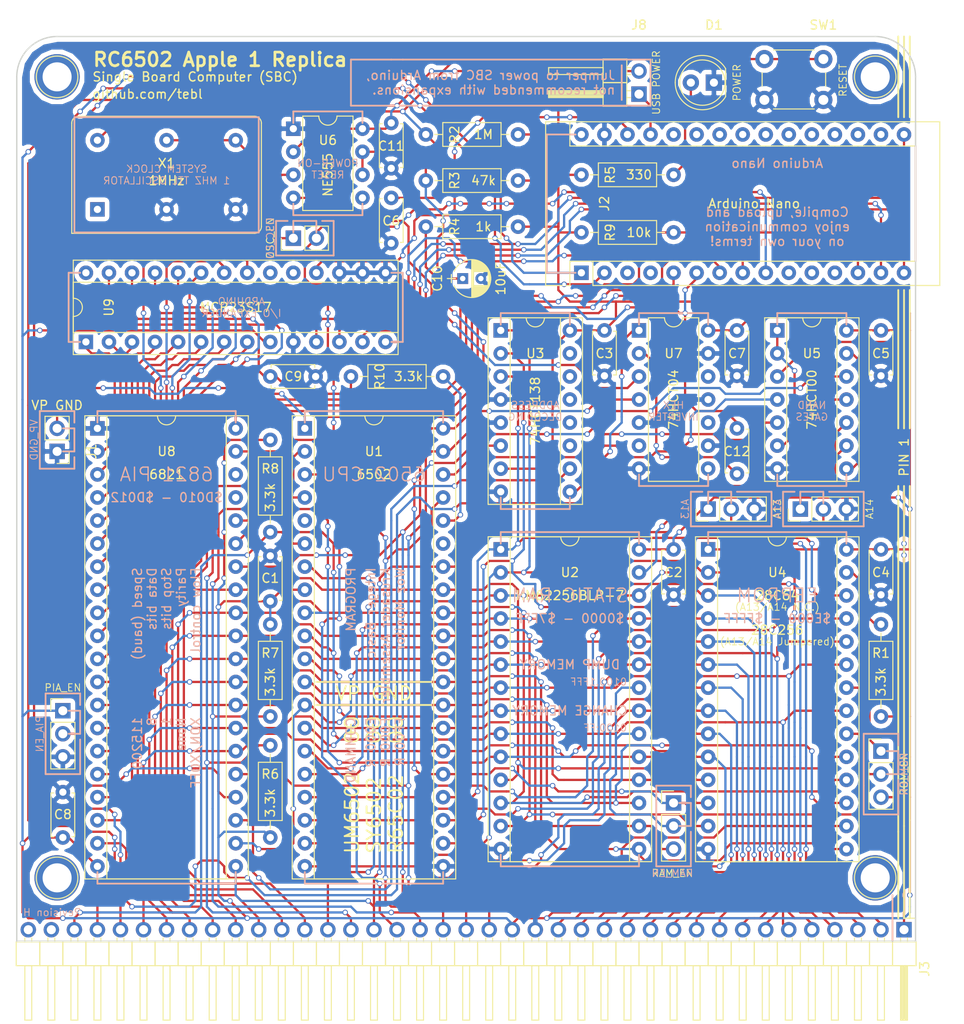
<source format=kicad_pcb>
(kicad_pcb (version 4) (host pcbnew 4.0.7)
  (layers (0 F.Cu signal) (31 B.Cu signal) (34 B.Paste user hide) (35 F.Paste user hide) (36 B.SilkS user) (37 F.SilkS user) (38 B.Mask user) (39 F.Mask user) (44 Edge.Cuts user))
  (net 0 "")
  (net 1 GND)
  (net 2 OUT_DA)
  (net 3 VCC)
  (net 4 "Net-(D1-Pad2)")
  (net 5 "Net-(J1-Pad2)")
  (net 6 TX)
  (net 7 RX)
  (net 8 KBD_READY)
  (net 9 KBD_STROBE)
  (net 10 OUT_RDA)
  (net 11 P_RESET)
  (net 12 "Net-(J2-Pad13)")
  (net 13 "Net-(J2-Pad14)")
  (net 14 "Net-(J2-Pad15)")
  (net 15 "Net-(J2-Pad16)")
  (net 16 A15)
  (net 17 A14)
  (net 18 A13)
  (net 19 A12)
  (net 20 A11)
  (net 21 A10)
  (net 22 A9)
  (net 23 A8)
  (net 24 A7)
  (net 25 A6)
  (net 26 A5)
  (net 27 A4)
  (net 28 A3)
  (net 29 A2)
  (net 30 A1)
  (net 31 A0)
  (net 32 PHI2)
  (net 33 RESET)
  (net 34 CLOCK)
  (net 35 IRQ)
  (net 36 RW)
  (net 37 RDY)
  (net 38 SYNC)
  (net 39 D0)
  (net 40 D1)
  (net 41 D2)
  (net 42 D3)
  (net 43 D4)
  (net 44 D5)
  (net 45 D6)
  (net 46 D7)
  (net 47 NMI)
  (net 48 A13_W)
  (net 49 A14_W)
  (net 50 "Net-(R1-Pad1)")
  (net 51 CS_PIA)
  (net 52 CS_ROM)
  (net 53 "Net-(U5-Pad1)")
  (net 54 KBD_D0)
  (net 55 KBD_D1)
  (net 56 KBD_D2)
  (net 57 KBD_D3)
  (net 58 KBD_D4)
  (net 59 KBD_D5)
  (net 60 KBD_D6)
  (net 61 KBD_D7)
  (net 62 OUT_D0)
  (net 63 OUT_D1)
  (net 64 OUT_D2)
  (net 65 OUT_D3)
  (net 66 OUT_D4)
  (net 67 OUT_D5)
  (net 68 OUT_D6)
  (net 69 "Net-(U2-Pad27)")
  (net 70 "Net-(U3-Pad9)")
  (net 71 "Net-(U3-Pad7)")
  (net 72 "Net-(U5-Pad13)")
  (net 73 "Net-(U6-Pad3)")
  (net 74 "Net-(U7-Pad1)")
  (net 75 "Net-(C6-Pad1)")
  (net 76 "Net-(C10-Pad1)")
  (net 77 "Net-(C12-Pad2)")
  (net 78 "Net-(J2-Pad27)")
  (net 79 "Net-(R10-Pad1)")
  (net 80 "Net-(J9-Pad2)")
  (net 81 "Net-(J10-Pad2)")
  (net 82 "Net-(J11-Pad2)")
  (net 83 "Net-(JP1-Pad1)")
  (net 84 PHI1)
  (module Housings_DIP:DIP-28_W15.24mm_Socket (layer F.Cu) (at 192.405 95.885)
    (fp_text reference U4 (at 7.62 2.54) (layer F.SilkS))
    (fp_text value 28C256 (at 7.62 8.89) (layer F.SilkS))
    (pad 1 thru_hole rect (at 0 0) (size 1.6 1.6) (drill 0.8) (layers *.Cu *.Mask) (net 49 A14_W))
    (pad 15 thru_hole oval (at 15.24 33.02) (size 1.6 1.6) (drill 0.8) (layers *.Cu *.Mask) (net 42 D3))
    (pad 2 thru_hole oval (at 0 2.54) (size 1.6 1.6) (drill 0.8) (layers *.Cu *.Mask) (net 19 A12))
    (pad 16 thru_hole oval (at 15.24 30.48) (size 1.6 1.6) (drill 0.8) (layers *.Cu *.Mask) (net 43 D4))
    (pad 3 thru_hole oval (at 0 5.08) (size 1.6 1.6) (drill 0.8) (layers *.Cu *.Mask) (net 24 A7))
    (pad 17 thru_hole oval (at 15.24 27.94) (size 1.6 1.6) (drill 0.8) (layers *.Cu *.Mask) (net 44 D5))
    (pad 4 thru_hole oval (at 0 7.62) (size 1.6 1.6) (drill 0.8) (layers *.Cu *.Mask) (net 25 A6))
    (pad 18 thru_hole oval (at 15.24 25.4) (size 1.6 1.6) (drill 0.8) (layers *.Cu *.Mask) (net 45 D6))
    (pad 5 thru_hole oval (at 0 10.16) (size 1.6 1.6) (drill 0.8) (layers *.Cu *.Mask) (net 26 A5))
    (pad 19 thru_hole oval (at 15.24 22.86) (size 1.6 1.6) (drill 0.8) (layers *.Cu *.Mask) (net 46 D7))
    (pad 6 thru_hole oval (at 0 12.7) (size 1.6 1.6) (drill 0.8) (layers *.Cu *.Mask) (net 27 A4))
    (pad 20 thru_hole oval (at 15.24 20.32) (size 1.6 1.6) (drill 0.8) (layers *.Cu *.Mask) (net 80 "Net-(J9-Pad2)"))
    (pad 7 thru_hole oval (at 0 15.24) (size 1.6 1.6) (drill 0.8) (layers *.Cu *.Mask) (net 28 A3))
    (pad 21 thru_hole oval (at 15.24 17.78) (size 1.6 1.6) (drill 0.8) (layers *.Cu *.Mask) (net 21 A10))
    (pad 8 thru_hole oval (at 0 17.78) (size 1.6 1.6) (drill 0.8) (layers *.Cu *.Mask) (net 29 A2))
    (pad 22 thru_hole oval (at 15.24 15.24) (size 1.6 1.6) (drill 0.8) (layers *.Cu *.Mask) (net 80 "Net-(J9-Pad2)"))
    (pad 9 thru_hole oval (at 0 20.32) (size 1.6 1.6) (drill 0.8) (layers *.Cu *.Mask) (net 30 A1))
    (pad 23 thru_hole oval (at 15.24 12.7) (size 1.6 1.6) (drill 0.8) (layers *.Cu *.Mask) (net 20 A11))
    (pad 10 thru_hole oval (at 0 22.86) (size 1.6 1.6) (drill 0.8) (layers *.Cu *.Mask) (net 31 A0))
    (pad 24 thru_hole oval (at 15.24 10.16) (size 1.6 1.6) (drill 0.8) (layers *.Cu *.Mask) (net 22 A9))
    (pad 11 thru_hole oval (at 0 25.4) (size 1.6 1.6) (drill 0.8) (layers *.Cu *.Mask) (net 39 D0))
    (pad 25 thru_hole oval (at 15.24 7.62) (size 1.6 1.6) (drill 0.8) (layers *.Cu *.Mask) (net 23 A8))
    (pad 12 thru_hole oval (at 0 27.94) (size 1.6 1.6) (drill 0.8) (layers *.Cu *.Mask) (net 40 D1))
    (pad 26 thru_hole oval (at 15.24 5.08) (size 1.6 1.6) (drill 0.8) (layers *.Cu *.Mask) (net 48 A13_W))
    (pad 13 thru_hole oval (at 0 30.48) (size 1.6 1.6) (drill 0.8) (layers *.Cu *.Mask) (net 41 D2))
    (pad 27 thru_hole oval (at 15.24 2.54) (size 1.6 1.6) (drill 0.8) (layers *.Cu *.Mask) (net 50 "Net-(R1-Pad1)"))
    (pad 14 thru_hole oval (at 0 33.02) (size 1.6 1.6) (drill 0.8) (layers *.Cu *.Mask) (net 1 GND))
    (pad 28 thru_hole oval (at 15.24 0) (size 1.6 1.6) (drill 0.8) (layers *.Cu *.Mask) (net 3 VCC))
  )
  (module Housings_DIP:DIP-40_W15.24mm_Socket (layer F.Cu) (at 147.955 82.55)
    (fp_text reference U1 (at 7.62 2.54) (layer F.SilkS))
    (fp_text value 6502 (at 7.62 5.08 180) (layer F.SilkS))
    (pad 1 thru_hole rect (at 0 0) (size 1.6 1.6) (drill 0.8) (layers *.Cu *.Mask) (net 5 "Net-(J1-Pad2)"))
    (pad 21 thru_hole oval (at 15.24 48.26) (size 1.6 1.6) (drill 0.8) (layers *.Cu *.Mask) (net 1 GND))
    (pad 2 thru_hole oval (at 0 2.54) (size 1.6 1.6) (drill 0.8) (layers *.Cu *.Mask) (net 37 RDY))
    (pad 22 thru_hole oval (at 15.24 45.72) (size 1.6 1.6) (drill 0.8) (layers *.Cu *.Mask) (net 19 A12))
    (pad 3 thru_hole oval (at 0 5.08) (size 1.6 1.6) (drill 0.8) (layers *.Cu *.Mask) (net 84 PHI1))
    (pad 23 thru_hole oval (at 15.24 43.18) (size 1.6 1.6) (drill 0.8) (layers *.Cu *.Mask) (net 18 A13))
    (pad 4 thru_hole oval (at 0 7.62) (size 1.6 1.6) (drill 0.8) (layers *.Cu *.Mask) (net 35 IRQ))
    (pad 24 thru_hole oval (at 15.24 40.64) (size 1.6 1.6) (drill 0.8) (layers *.Cu *.Mask) (net 17 A14))
    (pad 5 thru_hole oval (at 0 10.16) (size 1.6 1.6) (drill 0.8) (layers *.Cu *.Mask))
    (pad 25 thru_hole oval (at 15.24 38.1) (size 1.6 1.6) (drill 0.8) (layers *.Cu *.Mask) (net 16 A15))
    (pad 6 thru_hole oval (at 0 12.7) (size 1.6 1.6) (drill 0.8) (layers *.Cu *.Mask) (net 47 NMI))
    (pad 26 thru_hole oval (at 15.24 35.56) (size 1.6 1.6) (drill 0.8) (layers *.Cu *.Mask) (net 46 D7))
    (pad 7 thru_hole oval (at 0 15.24) (size 1.6 1.6) (drill 0.8) (layers *.Cu *.Mask) (net 38 SYNC))
    (pad 27 thru_hole oval (at 15.24 33.02) (size 1.6 1.6) (drill 0.8) (layers *.Cu *.Mask) (net 45 D6))
    (pad 8 thru_hole oval (at 0 17.78) (size 1.6 1.6) (drill 0.8) (layers *.Cu *.Mask) (net 3 VCC))
    (pad 28 thru_hole oval (at 15.24 30.48) (size 1.6 1.6) (drill 0.8) (layers *.Cu *.Mask) (net 44 D5))
    (pad 9 thru_hole oval (at 0 20.32) (size 1.6 1.6) (drill 0.8) (layers *.Cu *.Mask) (net 31 A0))
    (pad 29 thru_hole oval (at 15.24 27.94) (size 1.6 1.6) (drill 0.8) (layers *.Cu *.Mask) (net 43 D4))
    (pad 10 thru_hole oval (at 0 22.86) (size 1.6 1.6) (drill 0.8) (layers *.Cu *.Mask) (net 30 A1))
    (pad 30 thru_hole oval (at 15.24 25.4) (size 1.6 1.6) (drill 0.8) (layers *.Cu *.Mask) (net 42 D3))
    (pad 11 thru_hole oval (at 0 25.4) (size 1.6 1.6) (drill 0.8) (layers *.Cu *.Mask) (net 29 A2))
    (pad 31 thru_hole oval (at 15.24 22.86) (size 1.6 1.6) (drill 0.8) (layers *.Cu *.Mask) (net 41 D2))
    (pad 12 thru_hole oval (at 0 27.94) (size 1.6 1.6) (drill 0.8) (layers *.Cu *.Mask) (net 28 A3))
    (pad 32 thru_hole oval (at 15.24 20.32) (size 1.6 1.6) (drill 0.8) (layers *.Cu *.Mask) (net 40 D1))
    (pad 13 thru_hole oval (at 0 30.48) (size 1.6 1.6) (drill 0.8) (layers *.Cu *.Mask) (net 27 A4))
    (pad 33 thru_hole oval (at 15.24 17.78) (size 1.6 1.6) (drill 0.8) (layers *.Cu *.Mask) (net 39 D0))
    (pad 14 thru_hole oval (at 0 33.02) (size 1.6 1.6) (drill 0.8) (layers *.Cu *.Mask) (net 26 A5))
    (pad 34 thru_hole oval (at 15.24 15.24) (size 1.6 1.6) (drill 0.8) (layers *.Cu *.Mask) (net 36 RW))
    (pad 15 thru_hole oval (at 0 35.56) (size 1.6 1.6) (drill 0.8) (layers *.Cu *.Mask) (net 25 A6))
    (pad 35 thru_hole oval (at 15.24 12.7) (size 1.6 1.6) (drill 0.8) (layers *.Cu *.Mask))
    (pad 16 thru_hole oval (at 0 38.1) (size 1.6 1.6) (drill 0.8) (layers *.Cu *.Mask) (net 24 A7))
    (pad 36 thru_hole oval (at 15.24 10.16) (size 1.6 1.6) (drill 0.8) (layers *.Cu *.Mask) (net 79 "Net-(R10-Pad1)"))
    (pad 17 thru_hole oval (at 0 40.64) (size 1.6 1.6) (drill 0.8) (layers *.Cu *.Mask) (net 23 A8))
    (pad 37 thru_hole oval (at 15.24 7.62) (size 1.6 1.6) (drill 0.8) (layers *.Cu *.Mask) (net 34 CLOCK))
    (pad 18 thru_hole oval (at 0 43.18) (size 1.6 1.6) (drill 0.8) (layers *.Cu *.Mask) (net 22 A9))
    (pad 38 thru_hole oval (at 15.24 5.08) (size 1.6 1.6) (drill 0.8) (layers *.Cu *.Mask) (net 3 VCC))
    (pad 19 thru_hole oval (at 0 45.72) (size 1.6 1.6) (drill 0.8) (layers *.Cu *.Mask) (net 21 A10))
    (pad 39 thru_hole oval (at 15.24 2.54) (size 1.6 1.6) (drill 0.8) (layers *.Cu *.Mask) (net 32 PHI2))
    (pad 20 thru_hole oval (at 0 48.26) (size 1.6 1.6) (drill 0.8) (layers *.Cu *.Mask) (net 20 A11))
    (pad 40 thru_hole oval (at 15.24 0) (size 1.6 1.6) (drill 0.8) (layers *.Cu *.Mask) (net 33 RESET))
  )
  (module Housings_DIP:DIP-14_W7.62mm (layer F.Cu) (at 184.785 71.755)
    (fp_text reference U7 (at 3.81 2.54) (layer F.SilkS))
    (fp_text value 74HCT04 (at 3.81 7.62 90) (layer F.SilkS))
    (pad 1 thru_hole rect (at 0 0) (size 1.6 1.6) (drill 0.8) (layers *.Cu *.Mask) (net 74 "Net-(U7-Pad1)"))
    (pad 8 thru_hole oval (at 7.62 15.24) (size 1.6 1.6) (drill 0.8) (layers *.Cu *.Mask))
    (pad 2 thru_hole oval (at 0 2.54) (size 1.6 1.6) (drill 0.8) (layers *.Cu *.Mask) (net 77 "Net-(C12-Pad2)"))
    (pad 9 thru_hole oval (at 7.62 12.7) (size 1.6 1.6) (drill 0.8) (layers *.Cu *.Mask) (net 1 GND))
    (pad 3 thru_hole oval (at 0 5.08) (size 1.6 1.6) (drill 0.8) (layers *.Cu *.Mask) (net 73 "Net-(U6-Pad3)"))
    (pad 10 thru_hole oval (at 7.62 10.16) (size 1.6 1.6) (drill 0.8) (layers *.Cu *.Mask))
    (pad 4 thru_hole oval (at 0 7.62) (size 1.6 1.6) (drill 0.8) (layers *.Cu *.Mask) (net 33 RESET))
    (pad 11 thru_hole oval (at 7.62 7.62) (size 1.6 1.6) (drill 0.8) (layers *.Cu *.Mask) (net 1 GND))
    (pad 5 thru_hole oval (at 0 10.16) (size 1.6 1.6) (drill 0.8) (layers *.Cu *.Mask) (net 1 GND))
    (pad 12 thru_hole oval (at 7.62 5.08) (size 1.6 1.6) (drill 0.8) (layers *.Cu *.Mask))
    (pad 6 thru_hole oval (at 0 12.7) (size 1.6 1.6) (drill 0.8) (layers *.Cu *.Mask))
    (pad 13 thru_hole oval (at 7.62 2.54) (size 1.6 1.6) (drill 0.8) (layers *.Cu *.Mask) (net 1 GND))
    (pad 7 thru_hole oval (at 0 15.24) (size 1.6 1.6) (drill 0.8) (layers *.Cu *.Mask) (net 1 GND))
    (pad 14 thru_hole oval (at 7.62 0) (size 1.6 1.6) (drill 0.8) (layers *.Cu *.Mask) (net 3 VCC))
  )
  (module Capacitors_THT:C_Disc_D4.7mm_W2.5mm_P5.00mm (layer F.Cu) (at 144.145 101.6 90)
    (fp_text reference C1 (at 2.54 0 180) (layer F.SilkS))
    (fp_text value 100nF)
    (pad 1 thru_hole circle (at 0 0 90) (size 1.6 1.6) (drill 0.8) (layers *.Cu *.Mask) (net 3 VCC))
    (pad 2 thru_hole circle (at 5 0 90) (size 1.6 1.6) (drill 0.8) (layers *.Cu *.Mask) (net 1 GND))
  )
  (module Capacitors_THT:C_Disc_D4.7mm_W2.5mm_P5.00mm (layer F.Cu) (at 188.595 95.885 270)
    (fp_text reference C2 (at 2.54 0 360) (layer F.SilkS))
    (fp_text value 100nF)
    (pad 1 thru_hole circle (at 0 0 270) (size 1.6 1.6) (drill 0.8) (layers *.Cu *.Mask) (net 3 VCC))
    (pad 2 thru_hole circle (at 5 0 270) (size 1.6 1.6) (drill 0.8) (layers *.Cu *.Mask) (net 1 GND))
  )
  (module Capacitors_THT:C_Disc_D4.7mm_W2.5mm_P5.00mm (layer F.Cu) (at 211.455 95.885 270)
    (fp_text reference C4 (at 2.54 0 360) (layer F.SilkS))
    (fp_text value 100nF)
    (pad 1 thru_hole circle (at 0 0 270) (size 1.6 1.6) (drill 0.8) (layers *.Cu *.Mask) (net 3 VCC))
    (pad 2 thru_hole circle (at 5 0 270) (size 1.6 1.6) (drill 0.8) (layers *.Cu *.Mask) (net 1 GND))
  )
  (module Capacitors_THT:C_Disc_D4.7mm_W2.5mm_P5.00mm (layer F.Cu) (at 211.455 71.755 270)
    (fp_text reference C5 (at 2.54 0 360) (layer F.SilkS))
    (fp_text value 100nF)
    (pad 1 thru_hole circle (at 0 0 270) (size 1.6 1.6) (drill 0.8) (layers *.Cu *.Mask) (net 3 VCC))
    (pad 2 thru_hole circle (at 5 0 270) (size 1.6 1.6) (drill 0.8) (layers *.Cu *.Mask) (net 1 GND))
  )
  (module Capacitors_THT:C_Disc_D4.7mm_W2.5mm_P5.00mm (layer F.Cu) (at 157.48 57.15 270)
    (fp_text reference C6 (at 2.54 0 540) (layer F.SilkS))
    (fp_text value 100nF)
    (pad 1 thru_hole circle (at 0 0 270) (size 1.6 1.6) (drill 0.8) (layers *.Cu *.Mask) (net 75 "Net-(C6-Pad1)"))
    (pad 2 thru_hole circle (at 5 0 270) (size 1.6 1.6) (drill 0.8) (layers *.Cu *.Mask) (net 1 GND))
  )
  (module Capacitors_THT:C_Disc_D4.7mm_W2.5mm_P5.00mm (layer F.Cu) (at 195.58 71.755 270)
    (fp_text reference C7 (at 2.54 0 360) (layer F.SilkS))
    (fp_text value 100nF)
    (pad 1 thru_hole circle (at 0 0 270) (size 1.6 1.6) (drill 0.8) (layers *.Cu *.Mask) (net 3 VCC))
    (pad 2 thru_hole circle (at 5 0 270) (size 1.6 1.6) (drill 0.8) (layers *.Cu *.Mask) (net 1 GND))
  )
  (module Capacitors_THT:C_Disc_D4.7mm_W2.5mm_P5.00mm (layer F.Cu) (at 121.285 127.635 90)
    (fp_text reference C8 (at 2.54 0 180) (layer F.SilkS))
    (fp_text value 100nF)
    (pad 1 thru_hole circle (at 0 0 90) (size 1.6 1.6) (drill 0.8) (layers *.Cu *.Mask) (net 3 VCC))
    (pad 2 thru_hole circle (at 5 0 90) (size 1.6 1.6) (drill 0.8) (layers *.Cu *.Mask) (net 1 GND))
  )
  (module Capacitors_THT:C_Disc_D4.7mm_W2.5mm_P5.00mm (layer F.Cu) (at 144.145 76.835)
    (fp_text reference C9 (at 2.54 0) (layer F.SilkS))
    (fp_text value 100nF)
    (pad 1 thru_hole circle (at 0 0) (size 1.6 1.6) (drill 0.8) (layers *.Cu *.Mask) (net 3 VCC))
    (pad 2 thru_hole circle (at 5 0) (size 1.6 1.6) (drill 0.8) (layers *.Cu *.Mask) (net 1 GND))
  )
  (module Capacitors_THT:C_Disc_D4.7mm_W2.5mm_P5.00mm (layer F.Cu) (at 157.48 48.895 270)
    (fp_text reference C11 (at 2.54 0 360) (layer F.SilkS))
    (fp_text value 100nF)
    (pad 1 thru_hole circle (at 0 0 270) (size 1.6 1.6) (drill 0.8) (layers *.Cu *.Mask) (net 3 VCC))
    (pad 2 thru_hole circle (at 5 0 270) (size 1.6 1.6) (drill 0.8) (layers *.Cu *.Mask) (net 1 GND))
  )
  (module Modules:Arduino_Nano (layer F.Cu) (at 178.435 65.405 90)
    (fp_text reference J2 (at 7.62 2.54 90) (layer F.SilkS))
    (fp_text value "Arduino Nano" (at 7.62 19.05 180) (layer F.SilkS))
    (pad 1 thru_hole rect (at 0 0 90) (size 1.6 1.6) (drill 0.8) (layers *.Cu *.Mask) (net 6 TX))
    (pad 17 thru_hole oval (at 15.24 33.02 90) (size 1.6 1.6) (drill 0.8) (layers *.Cu *.Mask))
    (pad 2 thru_hole oval (at 0 2.54 90) (size 1.6 1.6) (drill 0.8) (layers *.Cu *.Mask) (net 7 RX))
    (pad 18 thru_hole oval (at 15.24 30.48 90) (size 1.6 1.6) (drill 0.8) (layers *.Cu *.Mask))
    (pad 3 thru_hole oval (at 0 5.08 90) (size 1.6 1.6) (drill 0.8) (layers *.Cu *.Mask))
    (pad 19 thru_hole oval (at 15.24 27.94 90) (size 1.6 1.6) (drill 0.8) (layers *.Cu *.Mask))
    (pad 4 thru_hole oval (at 0 7.62 90) (size 1.6 1.6) (drill 0.8) (layers *.Cu *.Mask))
    (pad 20 thru_hole oval (at 15.24 25.4 90) (size 1.6 1.6) (drill 0.8) (layers *.Cu *.Mask))
    (pad 5 thru_hole oval (at 0 10.16 90) (size 1.6 1.6) (drill 0.8) (layers *.Cu *.Mask) (net 8 KBD_READY))
    (pad 21 thru_hole oval (at 15.24 22.86 90) (size 1.6 1.6) (drill 0.8) (layers *.Cu *.Mask))
    (pad 6 thru_hole oval (at 0 12.7 90) (size 1.6 1.6) (drill 0.8) (layers *.Cu *.Mask) (net 2 OUT_DA))
    (pad 22 thru_hole oval (at 15.24 20.32 90) (size 1.6 1.6) (drill 0.8) (layers *.Cu *.Mask))
    (pad 7 thru_hole oval (at 0 15.24 90) (size 1.6 1.6) (drill 0.8) (layers *.Cu *.Mask) (net 9 KBD_STROBE))
    (pad 23 thru_hole oval (at 15.24 17.78 90) (size 1.6 1.6) (drill 0.8) (layers *.Cu *.Mask))
    (pad 8 thru_hole oval (at 0 17.78 90) (size 1.6 1.6) (drill 0.8) (layers *.Cu *.Mask) (net 10 OUT_RDA))
    (pad 24 thru_hole oval (at 15.24 15.24 90) (size 1.6 1.6) (drill 0.8) (layers *.Cu *.Mask))
    (pad 9 thru_hole oval (at 0 20.32 90) (size 1.6 1.6) (drill 0.8) (layers *.Cu *.Mask) (net 34 CLOCK))
    (pad 25 thru_hole oval (at 15.24 12.7 90) (size 1.6 1.6) (drill 0.8) (layers *.Cu *.Mask))
    (pad 10 thru_hole oval (at 0 22.86 90) (size 1.6 1.6) (drill 0.8) (layers *.Cu *.Mask))
    (pad 26 thru_hole oval (at 15.24 10.16 90) (size 1.6 1.6) (drill 0.8) (layers *.Cu *.Mask))
    (pad 11 thru_hole oval (at 0 25.4 90) (size 1.6 1.6) (drill 0.8) (layers *.Cu *.Mask))
    (pad 27 thru_hole oval (at 15.24 7.62 90) (size 1.6 1.6) (drill 0.8) (layers *.Cu *.Mask) (net 78 "Net-(J2-Pad27)"))
    (pad 12 thru_hole oval (at 0 27.94 90) (size 1.6 1.6) (drill 0.8) (layers *.Cu *.Mask))
    (pad 28 thru_hole oval (at 15.24 5.08 90) (size 1.6 1.6) (drill 0.8) (layers *.Cu *.Mask) (net 11 P_RESET))
    (pad 13 thru_hole oval (at 0 30.48 90) (size 1.6 1.6) (drill 0.8) (layers *.Cu *.Mask) (net 12 "Net-(J2-Pad13)"))
    (pad 29 thru_hole oval (at 15.24 2.54 90) (size 1.6 1.6) (drill 0.8) (layers *.Cu *.Mask) (net 1 GND))
    (pad 14 thru_hole oval (at 0 33.02 90) (size 1.6 1.6) (drill 0.8) (layers *.Cu *.Mask) (net 13 "Net-(J2-Pad14)"))
    (pad 30 thru_hole oval (at 15.24 0 90) (size 1.6 1.6) (drill 0.8) (layers *.Cu *.Mask))
    (pad 15 thru_hole oval (at 0 35.56 90) (size 1.6 1.6) (drill 0.8) (layers *.Cu *.Mask) (net 14 "Net-(J2-Pad15)"))
    (pad 16 thru_hole oval (at 15.24 35.56 90) (size 1.6 1.6) (drill 0.8) (layers *.Cu *.Mask) (net 15 "Net-(J2-Pad16)"))
  )
  (module Pin_Headers:Pin_Header_Angled_1x39_Pitch2.54mm (layer F.Cu) (at 213.995 137.795 270)
    (fp_text reference J3 (at 4.315 -2.27 270) (layer F.SilkS))
    (fp_text value Backplane)
    (pad 1 thru_hole rect (at 0 0 270) (size 1.7 1.7) (drill 1) (layers *.Cu *.Mask) (net 16 A15))
    (pad 2 thru_hole oval (at 0 2.54 270) (size 1.7 1.7) (drill 1) (layers *.Cu *.Mask) (net 17 A14))
    (pad 3 thru_hole oval (at 0 5.08 270) (size 1.7 1.7) (drill 1) (layers *.Cu *.Mask) (net 18 A13))
    (pad 4 thru_hole oval (at 0 7.62 270) (size 1.7 1.7) (drill 1) (layers *.Cu *.Mask) (net 19 A12))
    (pad 5 thru_hole oval (at 0 10.16 270) (size 1.7 1.7) (drill 1) (layers *.Cu *.Mask) (net 20 A11))
    (pad 6 thru_hole oval (at 0 12.7 270) (size 1.7 1.7) (drill 1) (layers *.Cu *.Mask) (net 21 A10))
    (pad 7 thru_hole oval (at 0 15.24 270) (size 1.7 1.7) (drill 1) (layers *.Cu *.Mask) (net 22 A9))
    (pad 8 thru_hole oval (at 0 17.78 270) (size 1.7 1.7) (drill 1) (layers *.Cu *.Mask) (net 23 A8))
    (pad 9 thru_hole oval (at 0 20.32 270) (size 1.7 1.7) (drill 1) (layers *.Cu *.Mask) (net 24 A7))
    (pad 10 thru_hole oval (at 0 22.86 270) (size 1.7 1.7) (drill 1) (layers *.Cu *.Mask) (net 25 A6))
    (pad 11 thru_hole oval (at 0 25.4 270) (size 1.7 1.7) (drill 1) (layers *.Cu *.Mask) (net 26 A5))
    (pad 12 thru_hole oval (at 0 27.94 270) (size 1.7 1.7) (drill 1) (layers *.Cu *.Mask) (net 27 A4))
    (pad 13 thru_hole oval (at 0 30.48 270) (size 1.7 1.7) (drill 1) (layers *.Cu *.Mask) (net 28 A3))
    (pad 14 thru_hole oval (at 0 33.02 270) (size 1.7 1.7) (drill 1) (layers *.Cu *.Mask) (net 29 A2))
    (pad 15 thru_hole oval (at 0 35.56 270) (size 1.7 1.7) (drill 1) (layers *.Cu *.Mask) (net 30 A1))
    (pad 16 thru_hole oval (at 0 38.1 270) (size 1.7 1.7) (drill 1) (layers *.Cu *.Mask) (net 31 A0))
    (pad 17 thru_hole oval (at 0 40.64 270) (size 1.7 1.7) (drill 1) (layers *.Cu *.Mask) (net 1 GND))
    (pad 18 thru_hole oval (at 0 43.18 270) (size 1.7 1.7) (drill 1) (layers *.Cu *.Mask) (net 3 VCC))
    (pad 19 thru_hole oval (at 0 45.72 270) (size 1.7 1.7) (drill 1) (layers *.Cu *.Mask) (net 32 PHI2))
    (pad 20 thru_hole oval (at 0 48.26 270) (size 1.7 1.7) (drill 1) (layers *.Cu *.Mask) (net 33 RESET))
    (pad 21 thru_hole oval (at 0 50.8 270) (size 1.7 1.7) (drill 1) (layers *.Cu *.Mask) (net 34 CLOCK))
    (pad 22 thru_hole oval (at 0 53.34 270) (size 1.7 1.7) (drill 1) (layers *.Cu *.Mask) (net 35 IRQ))
    (pad 23 thru_hole oval (at 0 55.88 270) (size 1.7 1.7) (drill 1) (layers *.Cu *.Mask) (net 84 PHI1))
    (pad 24 thru_hole oval (at 0 58.42 270) (size 1.7 1.7) (drill 1) (layers *.Cu *.Mask) (net 36 RW))
    (pad 25 thru_hole oval (at 0 60.96 270) (size 1.7 1.7) (drill 1) (layers *.Cu *.Mask) (net 37 RDY))
    (pad 26 thru_hole oval (at 0 63.5 270) (size 1.7 1.7) (drill 1) (layers *.Cu *.Mask) (net 38 SYNC))
    (pad 27 thru_hole oval (at 0 66.04 270) (size 1.7 1.7) (drill 1) (layers *.Cu *.Mask) (net 39 D0))
    (pad 28 thru_hole oval (at 0 68.58 270) (size 1.7 1.7) (drill 1) (layers *.Cu *.Mask) (net 40 D1))
    (pad 29 thru_hole oval (at 0 71.12 270) (size 1.7 1.7) (drill 1) (layers *.Cu *.Mask) (net 41 D2))
    (pad 30 thru_hole oval (at 0 73.66 270) (size 1.7 1.7) (drill 1) (layers *.Cu *.Mask) (net 42 D3))
    (pad 31 thru_hole oval (at 0 76.2 270) (size 1.7 1.7) (drill 1) (layers *.Cu *.Mask) (net 43 D4))
    (pad 32 thru_hole oval (at 0 78.74 270) (size 1.7 1.7) (drill 1) (layers *.Cu *.Mask) (net 44 D5))
    (pad 33 thru_hole oval (at 0 81.28 270) (size 1.7 1.7) (drill 1) (layers *.Cu *.Mask) (net 45 D6))
    (pad 34 thru_hole oval (at 0 83.82 270) (size 1.7 1.7) (drill 1) (layers *.Cu *.Mask) (net 46 D7))
    (pad 35 thru_hole oval (at 0 86.36 270) (size 1.7 1.7) (drill 1) (layers *.Cu *.Mask) (net 6 TX))
    (pad 36 thru_hole oval (at 0 88.9 270) (size 1.7 1.7) (drill 1) (layers *.Cu *.Mask) (net 7 RX))
    (pad 37 thru_hole oval (at 0 91.44 270) (size 1.7 1.7) (drill 1) (layers *.Cu *.Mask) (net 47 NMI))
    (pad 38 thru_hole oval (at 0 93.98 270) (size 1.7 1.7) (drill 1) (layers *.Cu *.Mask))
    (pad 39 thru_hole oval (at 0 96.52 270) (size 1.7 1.7) (drill 1) (layers *.Cu *.Mask))
  )
  (module Resistors_THT:R_Axial_DIN0207_L6.3mm_D2.5mm_P10.16mm_Horizontal (layer F.Cu) (at 211.455 104.14 270)
    (fp_text reference R1 (at 3.175 0 360) (layer F.SilkS))
    (fp_text value 3.3k (at 6.35 0 270) (layer F.SilkS))
    (pad 1 thru_hole circle (at 0 0 270) (size 1.6 1.6) (drill 0.8) (layers *.Cu *.Mask) (net 50 "Net-(R1-Pad1)"))
    (pad 2 thru_hole oval (at 10.16 0 270) (size 1.6 1.6) (drill 0.8) (layers *.Cu *.Mask) (net 3 VCC))
  )
  (module Resistors_THT:R_Axial_DIN0207_L6.3mm_D2.5mm_P10.16mm_Horizontal (layer F.Cu) (at 171.45 50.165 180)
    (fp_text reference R2 (at 6.985 0 270) (layer F.SilkS))
    (fp_text value 1M (at 3.81 0 180) (layer F.SilkS))
    (pad 1 thru_hole circle (at 0 0 180) (size 1.6 1.6) (drill 0.8) (layers *.Cu *.Mask) (net 3 VCC))
    (pad 2 thru_hole oval (at 10.16 0 180) (size 1.6 1.6) (drill 0.8) (layers *.Cu *.Mask) (net 75 "Net-(C6-Pad1)"))
  )
  (module Resistors_THT:R_Axial_DIN0207_L6.3mm_D2.5mm_P10.16mm_Horizontal (layer F.Cu) (at 171.45 55.245 180)
    (fp_text reference R3 (at 6.985 0 270) (layer F.SilkS))
    (fp_text value 47k (at 3.81 0 180) (layer F.SilkS))
    (pad 1 thru_hole circle (at 0 0 180) (size 1.6 1.6) (drill 0.8) (layers *.Cu *.Mask) (net 3 VCC))
    (pad 2 thru_hole oval (at 10.16 0 180) (size 1.6 1.6) (drill 0.8) (layers *.Cu *.Mask) (net 76 "Net-(C10-Pad1)"))
  )
  (module Resistors_THT:R_Axial_DIN0207_L6.3mm_D2.5mm_P10.16mm_Horizontal (layer F.Cu) (at 161.29 60.325)
    (fp_text reference R4 (at 3.175 0 90) (layer F.SilkS))
    (fp_text value 1k (at 6.35 0) (layer F.SilkS))
    (pad 1 thru_hole circle (at 0 0) (size 1.6 1.6) (drill 0.8) (layers *.Cu *.Mask) (net 33 RESET))
    (pad 2 thru_hole oval (at 10.16 0) (size 1.6 1.6) (drill 0.8) (layers *.Cu *.Mask) (net 3 VCC))
  )
  (module Resistors_THT:R_Axial_DIN0207_L6.3mm_D2.5mm_P10.16mm_Horizontal (layer F.Cu) (at 178.435 54.61)
    (fp_text reference R5 (at 3.175 0 90) (layer F.SilkS))
    (fp_text value 330 (at 6.35 0) (layer F.SilkS))
    (pad 1 thru_hole circle (at 0 0) (size 1.6 1.6) (drill 0.8) (layers *.Cu *.Mask) (net 3 VCC))
    (pad 2 thru_hole oval (at 10.16 0) (size 1.6 1.6) (drill 0.8) (layers *.Cu *.Mask) (net 4 "Net-(D1-Pad2)"))
  )
  (module Resistors_THT:R_Axial_DIN0207_L6.3mm_D2.5mm_P10.16mm_Horizontal (layer F.Cu) (at 144.145 117.475 270)
    (fp_text reference R6 (at 3.175 0 360) (layer F.SilkS))
    (fp_text value 3.3k (at 6.35 0 270) (layer F.SilkS))
    (pad 1 thru_hole circle (at 0 0 270) (size 1.6 1.6) (drill 0.8) (layers *.Cu *.Mask) (net 37 RDY))
    (pad 2 thru_hole oval (at 10.16 0 270) (size 1.6 1.6) (drill 0.8) (layers *.Cu *.Mask) (net 3 VCC))
  )
  (module Resistors_THT:R_Axial_DIN0207_L6.3mm_D2.5mm_P10.16mm_Horizontal (layer F.Cu) (at 144.145 114.3 90)
    (fp_text reference R7 (at 6.985 0 180) (layer F.SilkS))
    (fp_text value 3.3k (at 3.81 0 90) (layer F.SilkS))
    (pad 1 thru_hole circle (at 0 0 90) (size 1.6 1.6) (drill 0.8) (layers *.Cu *.Mask) (net 35 IRQ))
    (pad 2 thru_hole oval (at 10.16 0 90) (size 1.6 1.6) (drill 0.8) (layers *.Cu *.Mask) (net 3 VCC))
  )
  (module Resistors_THT:R_Axial_DIN0207_L6.3mm_D2.5mm_P10.16mm_Horizontal (layer F.Cu) (at 144.145 93.98 90)
    (fp_text reference R8 (at 6.985 0 180) (layer F.SilkS))
    (fp_text value 3.3k (at 3.81 0 90) (layer F.SilkS))
    (pad 1 thru_hole circle (at 0 0 90) (size 1.6 1.6) (drill 0.8) (layers *.Cu *.Mask) (net 47 NMI))
    (pad 2 thru_hole oval (at 10.16 0 90) (size 1.6 1.6) (drill 0.8) (layers *.Cu *.Mask) (net 3 VCC))
  )
  (module Resistors_THT:R_Axial_DIN0207_L6.3mm_D2.5mm_P10.16mm_Horizontal (layer F.Cu) (at 178.435 60.96)
    (fp_text reference R9 (at 3.175 0 90) (layer F.SilkS))
    (fp_text value 10k (at 6.35 0) (layer F.SilkS))
    (pad 1 thru_hole circle (at 0 0) (size 1.6 1.6) (drill 0.8) (layers *.Cu *.Mask) (net 3 VCC))
    (pad 2 thru_hole oval (at 10.16 0) (size 1.6 1.6) (drill 0.8) (layers *.Cu *.Mask) (net 12 "Net-(J2-Pad13)"))
  )
  (module Buttons_Switches_THT:SW_PUSH_6mm (layer F.Cu) (at 205.105 46.355 180)
    (fp_text reference SW1 (at 0 8.255 180) (layer F.SilkS))
    (fp_text value RESET)
    (pad 2 thru_hole circle (at 0 4.5 270) (size 2 2) (drill 1.1) (layers *.Cu *.Mask) (net 75 "Net-(C6-Pad1)"))
    (pad 1 thru_hole circle (at 0 0 270) (size 2 2) (drill 1.1) (layers *.Cu *.Mask) (net 1 GND))
    (pad 2 thru_hole circle (at 6.5 4.5 270) (size 2 2) (drill 1.1) (layers *.Cu *.Mask) (net 75 "Net-(C6-Pad1)"))
    (pad 1 thru_hole circle (at 6.5 0 270) (size 2 2) (drill 1.1) (layers *.Cu *.Mask) (net 1 GND))
  )
  (module Housings_DIP:DIP-28_W15.24mm_Socket (layer F.Cu) (at 169.545 95.885)
    (fp_text reference U2 (at 7.62 2.54) (layer F.SilkS))
    (fp_text value HM62256BLP-7 (at 7.62 5.08) (layer F.SilkS))
    (pad 1 thru_hole rect (at 0 0) (size 1.6 1.6) (drill 0.8) (layers *.Cu *.Mask) (net 17 A14))
    (pad 15 thru_hole oval (at 15.24 33.02) (size 1.6 1.6) (drill 0.8) (layers *.Cu *.Mask) (net 42 D3))
    (pad 2 thru_hole oval (at 0 2.54) (size 1.6 1.6) (drill 0.8) (layers *.Cu *.Mask) (net 19 A12))
    (pad 16 thru_hole oval (at 15.24 30.48) (size 1.6 1.6) (drill 0.8) (layers *.Cu *.Mask) (net 43 D4))
    (pad 3 thru_hole oval (at 0 5.08) (size 1.6 1.6) (drill 0.8) (layers *.Cu *.Mask) (net 24 A7))
    (pad 17 thru_hole oval (at 15.24 27.94) (size 1.6 1.6) (drill 0.8) (layers *.Cu *.Mask) (net 44 D5))
    (pad 4 thru_hole oval (at 0 7.62) (size 1.6 1.6) (drill 0.8) (layers *.Cu *.Mask) (net 25 A6))
    (pad 18 thru_hole oval (at 15.24 25.4) (size 1.6 1.6) (drill 0.8) (layers *.Cu *.Mask) (net 45 D6))
    (pad 5 thru_hole oval (at 0 10.16) (size 1.6 1.6) (drill 0.8) (layers *.Cu *.Mask) (net 26 A5))
    (pad 19 thru_hole oval (at 15.24 22.86) (size 1.6 1.6) (drill 0.8) (layers *.Cu *.Mask) (net 46 D7))
    (pad 6 thru_hole oval (at 0 12.7) (size 1.6 1.6) (drill 0.8) (layers *.Cu *.Mask) (net 27 A4))
    (pad 20 thru_hole oval (at 15.24 20.32) (size 1.6 1.6) (drill 0.8) (layers *.Cu *.Mask) (net 81 "Net-(J10-Pad2)"))
    (pad 7 thru_hole oval (at 0 15.24) (size 1.6 1.6) (drill 0.8) (layers *.Cu *.Mask) (net 28 A3))
    (pad 21 thru_hole oval (at 15.24 17.78) (size 1.6 1.6) (drill 0.8) (layers *.Cu *.Mask) (net 21 A10))
    (pad 8 thru_hole oval (at 0 17.78) (size 1.6 1.6) (drill 0.8) (layers *.Cu *.Mask) (net 29 A2))
    (pad 22 thru_hole oval (at 15.24 15.24) (size 1.6 1.6) (drill 0.8) (layers *.Cu *.Mask) (net 81 "Net-(J10-Pad2)"))
    (pad 9 thru_hole oval (at 0 20.32) (size 1.6 1.6) (drill 0.8) (layers *.Cu *.Mask) (net 30 A1))
    (pad 23 thru_hole oval (at 15.24 12.7) (size 1.6 1.6) (drill 0.8) (layers *.Cu *.Mask) (net 20 A11))
    (pad 10 thru_hole oval (at 0 22.86) (size 1.6 1.6) (drill 0.8) (layers *.Cu *.Mask) (net 31 A0))
    (pad 24 thru_hole oval (at 15.24 10.16) (size 1.6 1.6) (drill 0.8) (layers *.Cu *.Mask) (net 22 A9))
    (pad 11 thru_hole oval (at 0 25.4) (size 1.6 1.6) (drill 0.8) (layers *.Cu *.Mask) (net 39 D0))
    (pad 25 thru_hole oval (at 15.24 7.62) (size 1.6 1.6) (drill 0.8) (layers *.Cu *.Mask) (net 23 A8))
    (pad 12 thru_hole oval (at 0 27.94) (size 1.6 1.6) (drill 0.8) (layers *.Cu *.Mask) (net 40 D1))
    (pad 26 thru_hole oval (at 15.24 5.08) (size 1.6 1.6) (drill 0.8) (layers *.Cu *.Mask) (net 18 A13))
    (pad 13 thru_hole oval (at 0 30.48) (size 1.6 1.6) (drill 0.8) (layers *.Cu *.Mask) (net 41 D2))
    (pad 27 thru_hole oval (at 15.24 2.54) (size 1.6 1.6) (drill 0.8) (layers *.Cu *.Mask) (net 69 "Net-(U2-Pad27)"))
    (pad 14 thru_hole oval (at 0 33.02) (size 1.6 1.6) (drill 0.8) (layers *.Cu *.Mask) (net 1 GND))
    (pad 28 thru_hole oval (at 15.24 0) (size 1.6 1.6) (drill 0.8) (layers *.Cu *.Mask) (net 3 VCC))
  )
  (module Housings_DIP:DIP-14_W7.62mm_Socket (layer F.Cu) (at 200.025 71.755)
    (fp_text reference U5 (at 3.81 2.54) (layer F.SilkS))
    (fp_text value 74HCT00 (at 3.81 7.62 90) (layer F.SilkS))
    (pad 1 thru_hole rect (at 0 0) (size 1.6 1.6) (drill 0.8) (layers *.Cu *.Mask) (net 53 "Net-(U5-Pad1)"))
    (pad 8 thru_hole oval (at 7.62 15.24) (size 1.6 1.6) (drill 0.8) (layers *.Cu *.Mask) (net 72 "Net-(U5-Pad13)"))
    (pad 2 thru_hole oval (at 0 2.54) (size 1.6 1.6) (drill 0.8) (layers *.Cu *.Mask) (net 53 "Net-(U5-Pad1)"))
    (pad 9 thru_hole oval (at 7.62 12.7) (size 1.6 1.6) (drill 0.8) (layers *.Cu *.Mask) (net 36 RW))
    (pad 3 thru_hole oval (at 0 5.08) (size 1.6 1.6) (drill 0.8) (layers *.Cu *.Mask) (net 52 CS_ROM))
    (pad 10 thru_hole oval (at 7.62 10.16) (size 1.6 1.6) (drill 0.8) (layers *.Cu *.Mask) (net 36 RW))
    (pad 4 thru_hole oval (at 0 7.62) (size 1.6 1.6) (drill 0.8) (layers *.Cu *.Mask) (net 70 "Net-(U3-Pad9)"))
    (pad 11 thru_hole oval (at 7.62 7.62) (size 1.6 1.6) (drill 0.8) (layers *.Cu *.Mask) (net 69 "Net-(U2-Pad27)"))
    (pad 5 thru_hole oval (at 0 10.16) (size 1.6 1.6) (drill 0.8) (layers *.Cu *.Mask) (net 71 "Net-(U3-Pad7)"))
    (pad 12 thru_hole oval (at 7.62 5.08) (size 1.6 1.6) (drill 0.8) (layers *.Cu *.Mask) (net 32 PHI2))
    (pad 6 thru_hole oval (at 0 12.7) (size 1.6 1.6) (drill 0.8) (layers *.Cu *.Mask) (net 53 "Net-(U5-Pad1)"))
    (pad 13 thru_hole oval (at 7.62 2.54) (size 1.6 1.6) (drill 0.8) (layers *.Cu *.Mask) (net 72 "Net-(U5-Pad13)"))
    (pad 7 thru_hole oval (at 0 15.24) (size 1.6 1.6) (drill 0.8) (layers *.Cu *.Mask) (net 1 GND))
    (pad 14 thru_hole oval (at 7.62 0) (size 1.6 1.6) (drill 0.8) (layers *.Cu *.Mask) (net 3 VCC))
  )
  (module Housings_DIP:DIP-40_W15.24mm_Socket (layer F.Cu) (at 125.095 82.55)
    (fp_text reference U8 (at 7.62 2.54) (layer F.SilkS))
    (fp_text value 6821 (at 7.62 5.08) (layer F.SilkS))
    (pad 1 thru_hole rect (at 0 0) (size 1.6 1.6) (drill 0.8) (layers *.Cu *.Mask) (net 1 GND))
    (pad 21 thru_hole oval (at 15.24 48.26) (size 1.6 1.6) (drill 0.8) (layers *.Cu *.Mask) (net 36 RW))
    (pad 2 thru_hole oval (at 0 2.54) (size 1.6 1.6) (drill 0.8) (layers *.Cu *.Mask) (net 54 KBD_D0))
    (pad 22 thru_hole oval (at 15.24 45.72) (size 1.6 1.6) (drill 0.8) (layers *.Cu *.Mask) (net 27 A4))
    (pad 3 thru_hole oval (at 0 5.08) (size 1.6 1.6) (drill 0.8) (layers *.Cu *.Mask) (net 55 KBD_D1))
    (pad 23 thru_hole oval (at 15.24 43.18) (size 1.6 1.6) (drill 0.8) (layers *.Cu *.Mask) (net 51 CS_PIA))
    (pad 4 thru_hole oval (at 0 7.62) (size 1.6 1.6) (drill 0.8) (layers *.Cu *.Mask) (net 56 KBD_D2))
    (pad 24 thru_hole oval (at 15.24 40.64) (size 1.6 1.6) (drill 0.8) (layers *.Cu *.Mask) (net 82 "Net-(J11-Pad2)"))
    (pad 5 thru_hole oval (at 0 10.16) (size 1.6 1.6) (drill 0.8) (layers *.Cu *.Mask) (net 57 KBD_D3))
    (pad 25 thru_hole oval (at 15.24 38.1) (size 1.6 1.6) (drill 0.8) (layers *.Cu *.Mask) (net 32 PHI2))
    (pad 6 thru_hole oval (at 0 12.7) (size 1.6 1.6) (drill 0.8) (layers *.Cu *.Mask) (net 58 KBD_D4))
    (pad 26 thru_hole oval (at 15.24 35.56) (size 1.6 1.6) (drill 0.8) (layers *.Cu *.Mask) (net 46 D7))
    (pad 7 thru_hole oval (at 0 15.24) (size 1.6 1.6) (drill 0.8) (layers *.Cu *.Mask) (net 59 KBD_D5))
    (pad 27 thru_hole oval (at 15.24 33.02) (size 1.6 1.6) (drill 0.8) (layers *.Cu *.Mask) (net 45 D6))
    (pad 8 thru_hole oval (at 0 17.78) (size 1.6 1.6) (drill 0.8) (layers *.Cu *.Mask) (net 60 KBD_D6))
    (pad 28 thru_hole oval (at 15.24 30.48) (size 1.6 1.6) (drill 0.8) (layers *.Cu *.Mask) (net 44 D5))
    (pad 9 thru_hole oval (at 0 20.32) (size 1.6 1.6) (drill 0.8) (layers *.Cu *.Mask) (net 61 KBD_D7))
    (pad 29 thru_hole oval (at 15.24 27.94) (size 1.6 1.6) (drill 0.8) (layers *.Cu *.Mask) (net 43 D4))
    (pad 10 thru_hole oval (at 0 22.86) (size 1.6 1.6) (drill 0.8) (layers *.Cu *.Mask) (net 62 OUT_D0))
    (pad 30 thru_hole oval (at 15.24 25.4) (size 1.6 1.6) (drill 0.8) (layers *.Cu *.Mask) (net 42 D3))
    (pad 11 thru_hole oval (at 0 25.4) (size 1.6 1.6) (drill 0.8) (layers *.Cu *.Mask) (net 63 OUT_D1))
    (pad 31 thru_hole oval (at 15.24 22.86) (size 1.6 1.6) (drill 0.8) (layers *.Cu *.Mask) (net 41 D2))
    (pad 12 thru_hole oval (at 0 27.94) (size 1.6 1.6) (drill 0.8) (layers *.Cu *.Mask) (net 64 OUT_D2))
    (pad 32 thru_hole oval (at 15.24 20.32) (size 1.6 1.6) (drill 0.8) (layers *.Cu *.Mask) (net 40 D1))
    (pad 13 thru_hole oval (at 0 30.48) (size 1.6 1.6) (drill 0.8) (layers *.Cu *.Mask) (net 65 OUT_D3))
    (pad 33 thru_hole oval (at 15.24 17.78) (size 1.6 1.6) (drill 0.8) (layers *.Cu *.Mask) (net 39 D0))
    (pad 14 thru_hole oval (at 0 33.02) (size 1.6 1.6) (drill 0.8) (layers *.Cu *.Mask) (net 66 OUT_D4))
    (pad 34 thru_hole oval (at 15.24 15.24) (size 1.6 1.6) (drill 0.8) (layers *.Cu *.Mask) (net 33 RESET))
    (pad 15 thru_hole oval (at 0 35.56) (size 1.6 1.6) (drill 0.8) (layers *.Cu *.Mask) (net 67 OUT_D5))
    (pad 35 thru_hole oval (at 15.24 12.7) (size 1.6 1.6) (drill 0.8) (layers *.Cu *.Mask) (net 30 A1))
    (pad 16 thru_hole oval (at 0 38.1) (size 1.6 1.6) (drill 0.8) (layers *.Cu *.Mask) (net 68 OUT_D6))
    (pad 36 thru_hole oval (at 15.24 10.16) (size 1.6 1.6) (drill 0.8) (layers *.Cu *.Mask) (net 31 A0))
    (pad 17 thru_hole oval (at 0 40.64) (size 1.6 1.6) (drill 0.8) (layers *.Cu *.Mask) (net 2 OUT_DA))
    (pad 37 thru_hole oval (at 15.24 7.62) (size 1.6 1.6) (drill 0.8) (layers *.Cu *.Mask))
    (pad 18 thru_hole oval (at 0 43.18) (size 1.6 1.6) (drill 0.8) (layers *.Cu *.Mask) (net 10 OUT_RDA))
    (pad 38 thru_hole oval (at 15.24 5.08) (size 1.6 1.6) (drill 0.8) (layers *.Cu *.Mask))
    (pad 19 thru_hole oval (at 0 45.72) (size 1.6 1.6) (drill 0.8) (layers *.Cu *.Mask) (net 74 "Net-(U7-Pad1)"))
    (pad 39 thru_hole oval (at 15.24 2.54) (size 1.6 1.6) (drill 0.8) (layers *.Cu *.Mask) (net 8 KBD_READY))
    (pad 20 thru_hole oval (at 0 48.26) (size 1.6 1.6) (drill 0.8) (layers *.Cu *.Mask) (net 3 VCC))
    (pad 40 thru_hole oval (at 15.24 0) (size 1.6 1.6) (drill 0.8) (layers *.Cu *.Mask) (net 9 KBD_STROBE))
  )
  (module Housings_DIP:DIP-28_W7.62mm_Socket (layer F.Cu) (at 123.825 73.025 90)
    (fp_text reference U9 (at 3.81 2.54 270) (layer F.SilkS))
    (fp_text value MCP23S17 (at 3.81 16.51 180) (layer F.SilkS))
    (pad 1 thru_hole rect (at 0 0 90) (size 1.6 1.6) (drill 0.8) (layers *.Cu *.Mask) (net 54 KBD_D0))
    (pad 15 thru_hole oval (at 7.62 33.02 90) (size 1.6 1.6) (drill 0.8) (layers *.Cu *.Mask) (net 1 GND))
    (pad 2 thru_hole oval (at 0 2.54 90) (size 1.6 1.6) (drill 0.8) (layers *.Cu *.Mask) (net 55 KBD_D1))
    (pad 16 thru_hole oval (at 7.62 30.48 90) (size 1.6 1.6) (drill 0.8) (layers *.Cu *.Mask) (net 1 GND))
    (pad 3 thru_hole oval (at 0 5.08 90) (size 1.6 1.6) (drill 0.8) (layers *.Cu *.Mask) (net 56 KBD_D2))
    (pad 17 thru_hole oval (at 7.62 27.94 90) (size 1.6 1.6) (drill 0.8) (layers *.Cu *.Mask) (net 1 GND))
    (pad 4 thru_hole oval (at 0 7.62 90) (size 1.6 1.6) (drill 0.8) (layers *.Cu *.Mask) (net 57 KBD_D3))
    (pad 18 thru_hole oval (at 7.62 25.4 90) (size 1.6 1.6) (drill 0.8) (layers *.Cu *.Mask) (net 11 P_RESET))
    (pad 5 thru_hole oval (at 0 10.16 90) (size 1.6 1.6) (drill 0.8) (layers *.Cu *.Mask) (net 58 KBD_D4))
    (pad 19 thru_hole oval (at 7.62 22.86 90) (size 1.6 1.6) (drill 0.8) (layers *.Cu *.Mask))
    (pad 6 thru_hole oval (at 0 12.7 90) (size 1.6 1.6) (drill 0.8) (layers *.Cu *.Mask) (net 59 KBD_D5))
    (pad 20 thru_hole oval (at 7.62 20.32 90) (size 1.6 1.6) (drill 0.8) (layers *.Cu *.Mask))
    (pad 7 thru_hole oval (at 0 15.24 90) (size 1.6 1.6) (drill 0.8) (layers *.Cu *.Mask) (net 60 KBD_D6))
    (pad 21 thru_hole oval (at 7.62 17.78 90) (size 1.6 1.6) (drill 0.8) (layers *.Cu *.Mask) (net 62 OUT_D0))
    (pad 8 thru_hole oval (at 0 17.78 90) (size 1.6 1.6) (drill 0.8) (layers *.Cu *.Mask) (net 61 KBD_D7))
    (pad 22 thru_hole oval (at 7.62 15.24 90) (size 1.6 1.6) (drill 0.8) (layers *.Cu *.Mask) (net 63 OUT_D1))
    (pad 9 thru_hole oval (at 0 20.32 90) (size 1.6 1.6) (drill 0.8) (layers *.Cu *.Mask) (net 3 VCC))
    (pad 23 thru_hole oval (at 7.62 12.7 90) (size 1.6 1.6) (drill 0.8) (layers *.Cu *.Mask) (net 64 OUT_D2))
    (pad 10 thru_hole oval (at 0 22.86 90) (size 1.6 1.6) (drill 0.8) (layers *.Cu *.Mask) (net 1 GND))
    (pad 24 thru_hole oval (at 7.62 10.16 90) (size 1.6 1.6) (drill 0.8) (layers *.Cu *.Mask) (net 65 OUT_D3))
    (pad 11 thru_hole oval (at 0 25.4 90) (size 1.6 1.6) (drill 0.8) (layers *.Cu *.Mask) (net 12 "Net-(J2-Pad13)"))
    (pad 25 thru_hole oval (at 7.62 7.62 90) (size 1.6 1.6) (drill 0.8) (layers *.Cu *.Mask) (net 66 OUT_D4))
    (pad 12 thru_hole oval (at 0 27.94 90) (size 1.6 1.6) (drill 0.8) (layers *.Cu *.Mask) (net 15 "Net-(J2-Pad16)"))
    (pad 26 thru_hole oval (at 7.62 5.08 90) (size 1.6 1.6) (drill 0.8) (layers *.Cu *.Mask) (net 67 OUT_D5))
    (pad 13 thru_hole oval (at 0 30.48 90) (size 1.6 1.6) (drill 0.8) (layers *.Cu *.Mask) (net 13 "Net-(J2-Pad14)"))
    (pad 27 thru_hole oval (at 7.62 2.54 90) (size 1.6 1.6) (drill 0.8) (layers *.Cu *.Mask) (net 68 OUT_D6))
    (pad 14 thru_hole oval (at 0 33.02 90) (size 1.6 1.6) (drill 0.8) (layers *.Cu *.Mask) (net 14 "Net-(J2-Pad15)"))
    (pad 28 thru_hole oval (at 7.62 0 90) (size 1.6 1.6) (drill 0.8) (layers *.Cu *.Mask))
  )
  (module Housings_DIP:DIP-16_W7.62mm_Socket (layer F.Cu) (at 169.545 71.755)
    (fp_text reference U3 (at 3.81 2.54) (layer F.SilkS))
    (fp_text value 74HCT138 (at 3.81 8.89 90) (layer F.SilkS))
    (pad 1 thru_hole rect (at 0 0) (size 1.6 1.6) (drill 0.8) (layers *.Cu *.Mask) (net 19 A12))
    (pad 9 thru_hole oval (at 7.62 17.78) (size 1.6 1.6) (drill 0.8) (layers *.Cu *.Mask) (net 70 "Net-(U3-Pad9)"))
    (pad 2 thru_hole oval (at 0 2.54) (size 1.6 1.6) (drill 0.8) (layers *.Cu *.Mask) (net 18 A13))
    (pad 10 thru_hole oval (at 7.62 15.24) (size 1.6 1.6) (drill 0.8) (layers *.Cu *.Mask) (net 51 CS_PIA))
    (pad 3 thru_hole oval (at 0 5.08) (size 1.6 1.6) (drill 0.8) (layers *.Cu *.Mask) (net 17 A14))
    (pad 11 thru_hole oval (at 7.62 12.7) (size 1.6 1.6) (drill 0.8) (layers *.Cu *.Mask))
    (pad 4 thru_hole oval (at 0 7.62) (size 1.6 1.6) (drill 0.8) (layers *.Cu *.Mask) (net 1 GND))
    (pad 12 thru_hole oval (at 7.62 10.16) (size 1.6 1.6) (drill 0.8) (layers *.Cu *.Mask))
    (pad 5 thru_hole oval (at 0 10.16) (size 1.6 1.6) (drill 0.8) (layers *.Cu *.Mask) (net 1 GND))
    (pad 13 thru_hole oval (at 7.62 7.62) (size 1.6 1.6) (drill 0.8) (layers *.Cu *.Mask))
    (pad 6 thru_hole oval (at 0 12.7) (size 1.6 1.6) (drill 0.8) (layers *.Cu *.Mask) (net 16 A15))
    (pad 14 thru_hole oval (at 7.62 5.08) (size 1.6 1.6) (drill 0.8) (layers *.Cu *.Mask))
    (pad 7 thru_hole oval (at 0 15.24) (size 1.6 1.6) (drill 0.8) (layers *.Cu *.Mask) (net 71 "Net-(U3-Pad7)"))
    (pad 15 thru_hole oval (at 7.62 2.54) (size 1.6 1.6) (drill 0.8) (layers *.Cu *.Mask))
    (pad 8 thru_hole oval (at 0 17.78) (size 1.6 1.6) (drill 0.8) (layers *.Cu *.Mask) (net 1 GND))
    (pad 16 thru_hole oval (at 7.62 0) (size 1.6 1.6) (drill 0.8) (layers *.Cu *.Mask) (net 3 VCC))
  )
  (module Housings_DIP:DIP-8_W7.62mm (layer F.Cu) (at 146.685 49.53)
    (fp_text reference U6 (at 3.81 1.27) (layer F.SilkS))
    (fp_text value NE555 (at 3.81 5.08 270) (layer F.SilkS))
    (pad 1 thru_hole rect (at 0 0) (size 1.6 1.6) (drill 0.8) (layers *.Cu *.Mask) (net 1 GND))
    (pad 5 thru_hole oval (at 7.62 7.62) (size 1.6 1.6) (drill 0.8) (layers *.Cu *.Mask))
    (pad 2 thru_hole oval (at 0 2.54) (size 1.6 1.6) (drill 0.8) (layers *.Cu *.Mask) (net 75 "Net-(C6-Pad1)"))
    (pad 6 thru_hole oval (at 7.62 5.08) (size 1.6 1.6) (drill 0.8) (layers *.Cu *.Mask) (net 76 "Net-(C10-Pad1)"))
    (pad 3 thru_hole oval (at 0 5.08) (size 1.6 1.6) (drill 0.8) (layers *.Cu *.Mask) (net 73 "Net-(U6-Pad3)"))
    (pad 7 thru_hole oval (at 7.62 2.54) (size 1.6 1.6) (drill 0.8) (layers *.Cu *.Mask) (net 76 "Net-(C10-Pad1)"))
    (pad 4 thru_hole oval (at 0 7.62) (size 1.6 1.6) (drill 0.8) (layers *.Cu *.Mask) (net 3 VCC))
    (pad 8 thru_hole oval (at 7.62 0) (size 1.6 1.6) (drill 0.8) (layers *.Cu *.Mask) (net 3 VCC))
  )
  (module Capacitors_THT:C_Disc_D4.7mm_W2.5mm_P5.00mm (layer F.Cu) (at 180.975 71.755 270)
    (fp_text reference C3 (at 2.54 0 360) (layer F.SilkS))
    (fp_text value 100nF)
    (pad 1 thru_hole circle (at 0 0 270) (size 1.6 1.6) (drill 0.8) (layers *.Cu *.Mask) (net 3 VCC))
    (pad 2 thru_hole circle (at 5 0 270) (size 1.6 1.6) (drill 0.8) (layers *.Cu *.Mask) (net 1 GND))
  )
  (module Capacitors_THT:CP_Radial_D4.0mm_P2.00mm (layer F.Cu) (at 165.354 66.04)
    (fp_text reference C10 (at -2.794 0 90) (layer F.SilkS))
    (fp_text value 10uF (at 4.191 0 90) (layer F.SilkS))
    (pad 1 thru_hole rect (at 0 0) (size 1.2 1.2) (drill 0.6) (layers *.Cu *.Mask) (net 76 "Net-(C10-Pad1)"))
    (pad 2 thru_hole circle (at 2 0) (size 1.2 1.2) (drill 0.6) (layers *.Cu *.Mask) (net 1 GND))
  )
  (module Capacitors_THT:C_Disc_D4.7mm_W2.5mm_P5.00mm (layer F.Cu) (at 195.58 82.55 270)
    (fp_text reference C12 (at 2.54 0 360) (layer F.SilkS))
    (fp_text value 10nF)
    (pad 1 thru_hole circle (at 0 0 270) (size 1.6 1.6) (drill 0.8) (layers *.Cu *.Mask) (net 2 OUT_DA))
    (pad 2 thru_hole circle (at 5 0 270) (size 1.6 1.6) (drill 0.8) (layers *.Cu *.Mask) (net 77 "Net-(C12-Pad2)"))
  )
  (module rc6502:Mounting (layer F.Cu) (at 210.82 132.08)
    (fp_text reference J4 hide)
    (fp_text value Hole hide)
    (pad 1 thru_hole circle (at 0 0) (size 5 5) (drill 3.2) (layers *.Cu *.Mask))
  )
  (module rc6502:Mounting (layer F.Cu) (at 120.65 132.08)
    (fp_text reference J5 hide)
    (fp_text value Hole hide)
    (pad 1 thru_hole circle (at 0 0) (size 5 5) (drill 3.2) (layers *.Cu *.Mask))
  )
  (module rc6502:Mounting (layer F.Cu) (at 210.82 43.815)
    (fp_text reference J6 hide)
    (fp_text value Hole hide)
    (pad 1 thru_hole circle (at 0 0) (size 5 5) (drill 3.2) (layers *.Cu *.Mask))
  )
  (module rc6502:Mounting (layer F.Cu) (at 120.65 43.815)
    (fp_text reference J7 hide)
    (fp_text value Hole hide)
    (pad 1 thru_hole circle (at 0 0) (size 5 5) (drill 3.2) (layers *.Cu *.Mask))
  )
  (module Pin_Headers:Pin_Header_Straight_1x02_Pitch2.54mm (layer F.Cu) (at 120.65 85.09 180)
    (fp_text reference J1 (at -3.81 0 270) (layer F.SilkS))
    (fp_text value "VP GND" (at 0 5.08 180) (layer F.SilkS))
    (pad 1 thru_hole rect (at 0 0 180) (size 1.7 1.7) (drill 1) (layers *.Cu *.Mask) (net 1 GND))
    (pad 2 thru_hole oval (at 0 2.54 180) (size 1.7 1.7) (drill 1) (layers *.Cu *.Mask) (net 5 "Net-(J1-Pad2)"))
  )
  (module LEDs:LED_D5.0mm (layer F.Cu) (at 193.04 44.45 180)
    (fp_text reference D1 (at 0 6.35 180) (layer F.SilkS))
    (fp_text value Power)
    (pad 1 thru_hole rect (at 0 0 180) (size 1.8 1.8) (drill 0.9) (layers *.Cu *.Mask) (net 1 GND))
    (pad 2 thru_hole circle (at 2.54 0 180) (size 1.8 1.8) (drill 0.9) (layers *.Cu *.Mask) (net 4 "Net-(D1-Pad2)"))
  )
  (module Pin_Headers:Pin_Header_Angled_1x02_Pitch2.54mm (layer F.Cu) (at 184.785 45.72 180)
    (fp_text reference J8 (at 0 7.62 180) (layer F.SilkS))
    (fp_text value Power)
    (pad 1 thru_hole rect (at 0 0 180) (size 1.7 1.7) (drill 1) (layers *.Cu *.Mask) (net 78 "Net-(J2-Pad27)"))
    (pad 2 thru_hole oval (at 0 2.54 180) (size 1.7 1.7) (drill 1) (layers *.Cu *.Mask) (net 3 VCC))
  )
  (module Pin_Headers:Pin_Header_Straight_1x03_Pitch2.54mm (layer F.Cu) (at 192.405 91.44 90)
    (fp_text reference A13 (at 0 7.62 90) (layer F.SilkS) (effects (font (size 0.8 0.8) (thickness 0.1))))
    (fp_text value "A13 Select")
    (pad 1 thru_hole rect (at 0 0 90) (size 1.7 1.7) (drill 1) (layers *.Cu *.Mask) (net 3 VCC))
    (pad 2 thru_hole oval (at 0 2.54 90) (size 1.7 1.7) (drill 1) (layers *.Cu *.Mask) (net 48 A13_W))
    (pad 3 thru_hole oval (at 0 5.08 90) (size 1.7 1.7) (drill 1) (layers *.Cu *.Mask) (net 1 GND))
  )
  (module Pin_Headers:Pin_Header_Straight_1x03_Pitch2.54mm (layer F.Cu) (at 202.565 91.44 90)
    (fp_text reference A14 (at 0 7.62 90) (layer F.SilkS) (effects (font (size 0.8 0.8) (thickness 0.1))))
    (fp_text value "A14 Select")
    (pad 1 thru_hole rect (at 0 0 90) (size 1.7 1.7) (drill 1) (layers *.Cu *.Mask) (net 3 VCC))
    (pad 2 thru_hole oval (at 0 2.54 90) (size 1.7 1.7) (drill 1) (layers *.Cu *.Mask) (net 49 A14_W))
    (pad 3 thru_hole oval (at 0 5.08 90) (size 1.7 1.7) (drill 1) (layers *.Cu *.Mask) (net 1 GND))
  )
  (module Resistors_THT:R_Axial_DIN0207_L6.3mm_D2.5mm_P10.16mm_Horizontal (layer F.Cu) (at 163.195 76.835 180)
    (fp_text reference R10 (at 6.985 0 270) (layer F.SilkS))
    (fp_text value 3.3k (at 3.81 0 180) (layer F.SilkS))
    (pad 1 thru_hole circle (at 0 0 180) (size 1.6 1.6) (drill 0.8) (layers *.Cu *.Mask) (net 79 "Net-(R10-Pad1)"))
    (pad 2 thru_hole oval (at 10.16 0 180) (size 1.6 1.6) (drill 0.8) (layers *.Cu *.Mask) (net 3 VCC))
  )
  (module Oscillator:Oscillator_DIP-14 (layer F.Cu) (at 125.095 58.42)
    (fp_text reference X1 (at 7.62 -5.08) (layer F.SilkS))
    (fp_text value 1MHz (at 7.62 -3.175) (layer F.SilkS))
    (pad 7 thru_hole circle (at 7.62 0) (size 1.6 1.6) (drill 0.8) (layers *.Cu *.Mask) (net 1 GND))
    (pad 8 thru_hole circle (at 7.62 -7.62) (size 1.6 1.6) (drill 0.8) (layers *.Cu *.Mask) (net 83 "Net-(JP1-Pad1)"))
    (pad 1 thru_hole rect (at 0 0) (size 1.6 1.6) (drill 0.8) (layers *.Cu *.Mask))
    (pad 14 thru_hole circle (at 0 -7.62) (size 1.6 1.6) (drill 0.8) (layers *.Cu *.Mask) (net 3 VCC))
    (pad 8 thru_hole circle (at 15.24 -7.62) (size 1.6 1.6) (drill 0.8) (layers *.Cu *.Mask) (net 83 "Net-(JP1-Pad1)"))
    (pad 7 thru_hole circle (at 15.24 0) (size 1.6 1.6) (drill 0.8) (layers *.Cu *.Mask) (net 1 GND))
  )
  (module Pin_Headers:Pin_Header_Straight_1x03_Pitch2.54mm (layer F.Cu) (at 211.455 118.11)
    (fp_text reference J9)
    (fp_text value ROM_EN (at 2.54 2.54 90) (layer F.SilkS) (effects (font (size 0.8 0.8) (thickness 0.1))))
    (pad 1 thru_hole rect (at 0 0) (size 1.7 1.7) (drill 1) (layers *.Cu *.Mask) (net 52 CS_ROM))
    (pad 2 thru_hole oval (at 0 2.54) (size 1.7 1.7) (drill 1) (layers *.Cu *.Mask) (net 80 "Net-(J9-Pad2)"))
    (pad 3 thru_hole oval (at 0 5.08) (size 1.7 1.7) (drill 1) (layers *.Cu *.Mask) (net 3 VCC))
  )
  (module Pin_Headers:Pin_Header_Straight_1x03_Pitch2.54mm (layer F.Cu) (at 188.595 123.825)
    (fp_text reference J10)
    (fp_text value RAM_EN (at -0.127 7.747) (layer F.SilkS) (effects (font (size 0.8 0.8) (thickness 0.1))))
    (pad 1 thru_hole rect (at 0 0) (size 1.7 1.7) (drill 1) (layers *.Cu *.Mask) (net 16 A15))
    (pad 2 thru_hole oval (at 0 2.54) (size 1.7 1.7) (drill 1) (layers *.Cu *.Mask) (net 81 "Net-(J10-Pad2)"))
    (pad 3 thru_hole oval (at 0 5.08) (size 1.7 1.7) (drill 1) (layers *.Cu *.Mask) (net 3 VCC))
  )
  (module Pin_Headers:Pin_Header_Straight_1x03_Pitch2.54mm (layer F.Cu) (at 121.285 113.665)
    (fp_text reference J11)
    (fp_text value PIA_EN (at 0 -2.54 180) (layer F.SilkS) (effects (font (size 0.8 0.8) (thickness 0.1))))
    (pad 1 thru_hole rect (at 0 0) (size 1.7 1.7) (drill 1) (layers *.Cu *.Mask) (net 3 VCC))
    (pad 2 thru_hole oval (at 0 2.54) (size 1.7 1.7) (drill 1) (layers *.Cu *.Mask) (net 82 "Net-(J11-Pad2)"))
    (pad 3 thru_hole oval (at 0 5.08) (size 1.7 1.7) (drill 1) (layers *.Cu *.Mask) (net 1 GND))
  )
  (module Pin_Headers:Pin_Header_Straight_1x02_Pitch2.54mm (layer F.Cu) (at 146.685 61.595 90)
    (fp_text reference JP1)
    (fp_text value OSC_EN (at 0 -2.54 270) (layer F.SilkS) (effects (font (size 0.8 0.8) (thickness 0.1))))
    (pad 1 thru_hole rect (at 0 0 90) (size 1.7 1.7) (drill 1) (layers *.Cu *.Mask) (net 83 "Net-(JP1-Pad1)"))
    (pad 2 thru_hole oval (at 0 2.54 90) (size 1.7 1.7) (drill 1) (layers *.Cu *.Mask) (net 34 CLOCK))
  )
  (gr_line (start 186.69 130.81) (end 186.69 121.92) (angle 90) (layer B.SilkS) (width 0.2))
  (gr_line (start 190.5 130.81) (end 186.69 130.81) (angle 90) (layer B.SilkS) (width 0.2))
  (gr_line (start 190.5 127) (end 190.5 130.81) (angle 90) (layer B.SilkS) (width 0.2))
  (gr_line (start 190.5 126.365) (end 189.23 126.365) (angle 90) (layer B.SilkS) (width 0.2))
  (gr_line (start 190.5 123.825) (end 190.5 126.365) (angle 90) (layer B.SilkS) (width 0.2))
  (gr_line (start 189.23 123.825) (end 190.5 123.825) (angle 90) (layer B.SilkS) (width 0.2))
  (gr_line (start 190.5 121.92) (end 190.5 123.19) (angle 90) (layer B.SilkS) (width 0.2))
  (gr_line (start 186.69 121.92) (end 190.5 121.92) (angle 90) (layer B.SilkS) (width 0.2))
  (gr_text "Revision H" (at 116.84 135.89) (layer B.SilkS) (effects (font (size 0.8 0.8) (thickness 0.1)) (justify right mirror)))
  (gr_text A13 (at 189.865 91.44 90) (layer B.SilkS) (effects (font (size 0.8 0.8) (thickness 0.1)) (justify mirror)))
  (gr_text A14 (at 200.025 91.44 90) (layer B.SilkS) (effects (font (size 0.8 0.8) (thickness 0.1)) (justify mirror)))
  (gr_text "(A13/A14 Jumpered)" (at 200.025 106.045) (layer F.SilkS) (effects (font (size 0.8 0.8) (thickness 0.1))))
  (gr_text 28C64 (at 200.025 100.965) (layer F.SilkS) (effects (font (size 1 1))))
  (gr_text "(A13/A14 N.C.)" (at 200.025 102.235) (layer F.SilkS) (effects (font (size 0.8 0.8) (thickness 0.1))))
  (gr_text "$E000 - $FFFF" (at 200.025 103.505) (layer B.SilkS) (effects (font (size 1 1)) (justify mirror)))
  (gr_text EEPROM (at 200.025 100.965) (layer B.SilkS) (effects (font (size 1.5 1.5)) (justify mirror)))
  (gr_line (start 192.405 93.98) (end 207.645 93.98) (angle 90) (layer B.SilkS) (width 0.2))
  (gr_line (start 209.55 93.345) (end 209.55 89.535) (angle 90) (layer B.SilkS) (width 0.2))
  (gr_line (start 200.66 93.345) (end 209.55 93.345) (angle 90) (layer B.SilkS) (width 0.2))
  (gr_line (start 200.66 89.535) (end 200.66 93.345) (angle 90) (layer B.SilkS) (width 0.2))
  (gr_line (start 199.39 93.345) (end 199.39 89.535) (angle 90) (layer B.SilkS) (width 0.2))
  (gr_line (start 190.5 93.345) (end 199.39 93.345) (angle 90) (layer B.SilkS) (width 0.2))
  (gr_text "6502 CPU" (at 155.575 87.63) (layer B.SilkS) (effects (font (size 1.5 1.5)) (justify mirror)))
  (gr_text "$D010 - $D012" (at 132.715 90.17) (layer B.SilkS) (effects (font (size 1 1)) (justify mirror)))
  (gr_text "6821 PIA" (at 132.715 87.63) (layer B.SilkS) (effects (font (size 1.5 1.5)) (justify mirror)))
  (gr_text "0100:FF\n\n" (at 183.515 116.205) (layer B.SilkS) (effects (font (size 0.8 0.8) (thickness 0.1)) (justify left mirror)))
  (gr_text "CHANGE MEMORY" (at 177.165 113.665) (layer B.SilkS) (effects (font (size 1 1)) (justify mirror)))
  (gr_text "DUMP MEMORY" (at 177.165 108.585) (layer B.SilkS) (effects (font (size 1 1)) (justify mirror)))
  (gr_text "$0000 - $7FFF" (at 177.165 103.505) (layer B.SilkS) (effects (font (size 1 1)) (justify mirror)))
  (gr_text "STATIC RAM" (at 177.165 100.965) (layer B.SilkS) (effects (font (size 1.5 1.5)) (justify mirror)))
  (gr_line (start 194.945 89.535) (end 194.945 90.805) (angle 90) (layer B.SilkS) (width 0.2))
  (gr_line (start 192.405 89.535) (end 194.945 89.535) (angle 90) (layer B.SilkS) (width 0.2))
  (gr_line (start 192.405 90.805) (end 192.405 89.535) (angle 90) (layer B.SilkS) (width 0.2))
  (gr_line (start 205.74 89.535) (end 209.55 89.535) (angle 90) (layer B.SilkS) (width 0.2))
  (gr_line (start 205.105 89.535) (end 205.105 90.805) (angle 90) (layer B.SilkS) (width 0.2))
  (gr_line (start 202.565 89.535) (end 205.105 89.535) (angle 90) (layer B.SilkS) (width 0.2))
  (gr_line (start 202.565 89.535) (end 202.565 90.805) (angle 90) (layer B.SilkS) (width 0.2))
  (gr_line (start 200.66 89.535) (end 201.93 89.535) (angle 90) (layer B.SilkS) (width 0.2))
  (gr_line (start 195.58 89.535) (end 199.39 89.535) (angle 90) (layer B.SilkS) (width 0.2))
  (gr_line (start 190.5 89.535) (end 191.77 89.535) (angle 90) (layer B.SilkS) (width 0.2))
  (gr_line (start 190.5 93.345) (end 190.5 89.535) (angle 90) (layer B.SilkS) (width 0.2))
  (gr_line (start 207.645 95.25) (end 207.645 93.98) (angle 90) (layer B.SilkS) (width 0.2))
  (gr_line (start 192.405 95.25) (end 192.405 93.98) (angle 90) (layer B.SilkS) (width 0.2))
  (gr_line (start 213.36 117.475) (end 213.36 116.205) (angle 90) (layer B.SilkS) (width 0.2))
  (gr_line (start 213.36 125.095) (end 213.36 121.285) (angle 90) (layer B.SilkS) (width 0.2))
  (gr_line (start 209.55 125.095) (end 213.36 125.095) (angle 90) (layer B.SilkS) (width 0.2))
  (gr_line (start 209.55 121.92) (end 209.55 125.095) (angle 90) (layer B.SilkS) (width 0.2))
  (gr_line (start 213.36 120.65) (end 212.09 120.65) (angle 90) (layer B.SilkS) (width 0.2))
  (gr_line (start 213.36 118.11) (end 213.36 120.65) (angle 90) (layer B.SilkS) (width 0.2))
  (gr_line (start 212.09 118.11) (end 213.36 118.11) (angle 90) (layer B.SilkS) (width 0.2))
  (gr_line (start 169.545 130.81) (end 184.785 130.81) (angle 90) (layer B.SilkS) (width 0.2))
  (gr_line (start 169.545 129.54) (end 169.545 130.81) (angle 90) (layer B.SilkS) (width 0.2))
  (gr_line (start 123.19 113.03) (end 123.19 111.76) (angle 90) (layer B.SilkS) (width 0.2))
  (gr_line (start 123.19 113.665) (end 121.92 113.665) (angle 90) (layer B.SilkS) (width 0.2))
  (gr_line (start 123.19 116.205) (end 123.19 113.665) (angle 90) (layer B.SilkS) (width 0.2))
  (gr_line (start 121.92 116.205) (end 123.19 116.205) (angle 90) (layer B.SilkS) (width 0.2))
  (gr_line (start 123.19 120.65) (end 123.19 116.84) (angle 90) (layer B.SilkS) (width 0.2))
  (gr_line (start 119.38 120.65) (end 123.19 120.65) (angle 90) (layer B.SilkS) (width 0.2))
  (gr_line (start 119.38 117.475) (end 119.38 120.65) (angle 90) (layer B.SilkS) (width 0.2))
  (gr_line (start 122.555 85.725) (end 122.555 86.995) (angle 90) (layer B.SilkS) (width 0.2))
  (gr_line (start 122.555 80.645) (end 122.555 81.915) (angle 90) (layer B.SilkS) (width 0.2))
  (gr_line (start 122.555 85.09) (end 121.285 85.09) (angle 90) (layer B.SilkS) (width 0.2))
  (gr_line (start 122.555 82.55) (end 122.555 85.09) (angle 90) (layer B.SilkS) (width 0.2))
  (gr_line (start 121.285 82.55) (end 122.555 82.55) (angle 90) (layer B.SilkS) (width 0.2))
  (gr_line (start 149.86 59.69) (end 151.13 59.69) (angle 90) (layer B.SilkS) (width 0.2))
  (gr_line (start 144.78 59.69) (end 146.05 59.69) (angle 90) (layer B.SilkS) (width 0.2))
  (gr_line (start 149.225 59.69) (end 149.225 60.96) (angle 90) (layer B.SilkS) (width 0.2))
  (gr_line (start 146.685 59.69) (end 149.225 59.69) (angle 90) (layer B.SilkS) (width 0.2))
  (gr_line (start 146.685 60.96) (end 146.685 59.69) (angle 90) (layer B.SilkS) (width 0.2))
  (gr_line (start 154.305 59.055) (end 154.305 57.785) (angle 90) (layer B.SilkS) (width 0.2))
  (gr_line (start 146.685 59.055) (end 154.305 59.055) (angle 90) (layer B.SilkS) (width 0.2))
  (gr_line (start 146.685 57.785) (end 146.685 59.055) (angle 90) (layer B.SilkS) (width 0.2))
  (gr_line (start 154.305 47.625) (end 154.305 48.895) (angle 90) (layer B.SilkS) (width 0.2))
  (gr_line (start 146.685 47.625) (end 154.305 47.625) (angle 90) (layer B.SilkS) (width 0.2))
  (gr_line (start 146.685 48.895) (end 146.685 47.625) (angle 90) (layer B.SilkS) (width 0.2))
  (gr_line (start 177.165 91.44) (end 177.165 90.17) (angle 90) (layer B.SilkS) (width 0.2))
  (gr_line (start 169.545 91.44) (end 177.165 91.44) (angle 90) (layer B.SilkS) (width 0.2))
  (gr_line (start 169.545 90.17) (end 169.545 91.44) (angle 90) (layer B.SilkS) (width 0.2))
  (gr_line (start 192.405 88.9) (end 192.405 87.63) (angle 90) (layer B.SilkS) (width 0.2))
  (gr_line (start 184.785 88.9) (end 192.405 88.9) (angle 90) (layer B.SilkS) (width 0.2))
  (gr_line (start 184.785 87.63) (end 184.785 88.9) (angle 90) (layer B.SilkS) (width 0.2))
  (gr_line (start 207.645 88.9) (end 207.645 87.63) (angle 90) (layer B.SilkS) (width 0.2))
  (gr_line (start 200.025 88.9) (end 207.645 88.9) (angle 90) (layer B.SilkS) (width 0.2))
  (gr_line (start 200.025 87.63) (end 200.025 88.9) (angle 90) (layer B.SilkS) (width 0.2))
  (gr_line (start 207.645 69.85) (end 207.645 71.12) (angle 90) (layer B.SilkS) (width 0.2))
  (gr_line (start 200.025 69.85) (end 207.645 69.85) (angle 90) (layer B.SilkS) (width 0.2))
  (gr_line (start 200.025 71.12) (end 200.025 69.85) (angle 90) (layer B.SilkS) (width 0.2))
  (gr_line (start 192.405 69.85) (end 192.405 71.12) (angle 90) (layer B.SilkS) (width 0.2))
  (gr_line (start 184.785 69.85) (end 192.405 69.85) (angle 90) (layer B.SilkS) (width 0.2))
  (gr_line (start 184.785 71.12) (end 184.785 69.85) (angle 90) (layer B.SilkS) (width 0.2))
  (gr_line (start 177.165 69.85) (end 177.165 71.12) (angle 90) (layer B.SilkS) (width 0.2))
  (gr_line (start 169.545 69.85) (end 177.165 69.85) (angle 90) (layer B.SilkS) (width 0.2))
  (gr_line (start 169.545 71.12) (end 169.545 69.85) (angle 90) (layer B.SilkS) (width 0.2))
  (gr_line (start 174.625 50.165) (end 177.8 50.165) (angle 90) (layer B.SilkS) (width 0.2))
  (gr_line (start 174.625 65.405) (end 174.625 50.165) (angle 90) (layer B.SilkS) (width 0.2))
  (gr_line (start 177.8 65.405) (end 174.625 65.405) (angle 90) (layer B.SilkS) (width 0.2))
  (gr_line (start 158.75 73.025) (end 157.48 73.025) (angle 90) (layer B.SilkS) (width 0.2))
  (gr_line (start 158.75 65.405) (end 158.75 73.025) (angle 90) (layer B.SilkS) (width 0.2))
  (gr_line (start 157.48 65.405) (end 158.75 65.405) (angle 90) (layer B.SilkS) (width 0.2))
  (gr_line (start 121.92 73.025) (end 123.19 73.025) (angle 90) (layer B.SilkS) (width 0.2))
  (gr_line (start 121.92 65.405) (end 121.92 73.025) (angle 90) (layer B.SilkS) (width 0.2))
  (gr_line (start 123.19 65.405) (end 121.92 65.405) (angle 90) (layer B.SilkS) (width 0.2))
  (gr_line (start 184.785 93.98) (end 184.785 95.25) (angle 90) (layer B.SilkS) (width 0.2))
  (gr_line (start 169.545 93.98) (end 184.785 93.98) (angle 90) (layer B.SilkS) (width 0.2))
  (gr_line (start 169.545 95.25) (end 169.545 93.98) (angle 90) (layer B.SilkS) (width 0.2))
  (gr_line (start 184.785 130.81) (end 184.785 129.54) (angle 90) (layer B.SilkS) (width 0.2))
  (gr_line (start 163.195 132.715) (end 163.195 131.445) (angle 90) (layer B.SilkS) (width 0.2))
  (gr_line (start 147.955 132.715) (end 163.195 132.715) (angle 90) (layer B.SilkS) (width 0.2))
  (gr_line (start 147.955 131.445) (end 147.955 132.715) (angle 90) (layer B.SilkS) (width 0.2))
  (gr_line (start 140.335 132.715) (end 140.335 131.445) (angle 90) (layer B.SilkS) (width 0.2))
  (gr_line (start 125.095 132.715) (end 140.335 132.715) (angle 90) (layer B.SilkS) (width 0.2))
  (gr_line (start 125.095 131.445) (end 125.095 132.715) (angle 90) (layer B.SilkS) (width 0.2))
  (gr_line (start 140.335 80.645) (end 140.335 81.915) (angle 90) (layer B.SilkS) (width 0.2))
  (gr_line (start 125.095 80.645) (end 140.335 80.645) (angle 90) (layer B.SilkS) (width 0.2))
  (gr_line (start 125.095 81.915) (end 125.095 80.645) (angle 90) (layer B.SilkS) (width 0.2))
  (gr_line (start 163.195 80.645) (end 163.195 81.915) (angle 90) (layer B.SilkS) (width 0.2))
  (gr_line (start 147.955 80.645) (end 163.195 80.645) (angle 90) (layer B.SilkS) (width 0.2))
  (gr_line (start 147.955 81.915) (end 147.955 80.645) (angle 90) (layer B.SilkS) (width 0.2))
  (gr_text github.com/tebl (at 124.46 45.72) (layer F.SilkS) (effects (font (size 1 1)) (justify left)))
  (gr_text "Single Board Computer (SBC)" (at 124.46 43.815) (layer F.SilkS) (effects (font (size 1 1)) (justify left)))
  (gr_line (start 153.035 115.189) (end 153.035 116.713) (angle 90) (layer F.SilkS) (width 0.2))
  (gr_line (start 155.448 116.713) (end 155.448 115.189) (angle 90) (layer F.SilkS) (width 0.2))
  (gr_line (start 157.988 115.189) (end 157.988 116.713) (angle 90) (layer F.SilkS) (width 0.2))
  (gr_line (start 213.36 82.55) (end 213.36 67.31) (angle 90) (layer F.SilkS) (width 0.2))
  (gr_line (start 213.995 67.31) (end 213.995 82.55) (angle 90) (layer F.SilkS) (width 0.2))
  (gr_line (start 214.63 82.55) (end 214.63 67.31) (angle 90) (layer F.SilkS) (width 0.2))
  (gr_line (start 214.63 88.9) (end 214.63 125.73) (angle 90) (layer F.SilkS) (width 0.2))
  (gr_line (start 213.995 126.365) (end 213.995 88.9) (angle 90) (layer F.SilkS) (width 0.2))
  (gr_line (start 213.36 88.9) (end 213.36 127) (angle 90) (layer F.SilkS) (width 0.2))
  (gr_text "PIN 1" (at 213.995 85.725 90) (layer F.SilkS) (effects (font (size 1 1))))
  (gr_line (start 214.63 39.37) (end 214.63 48.26) (angle 90) (layer F.SilkS) (width 0.2))
  (gr_line (start 213.995 48.26) (end 213.995 39.37) (angle 90) (layer F.SilkS) (width 0.2))
  (gr_line (start 213.36 48.26) (end 213.36 39.37) (angle 90) (layer F.SilkS) (width 0.2))
  (gr_line (start 214.63 125.73) (end 214.63 136.525) (angle 90) (layer F.SilkS) (width 0.2))
  (gr_line (start 213.995 136.525) (end 213.995 126.365) (angle 90) (layer F.SilkS) (width 0.2))
  (gr_line (start 213.36 136.525) (end 213.36 127) (angle 90) (layer F.SilkS) (width 0.2))
  (gr_text VP_GND (at 118.11 83.82 90) (layer B.SilkS) (effects (font (size 0.8 0.8) (thickness 0.1)) (justify mirror)))
  (gr_line (start 118.745 86.995) (end 118.745 80.645) (angle 90) (layer B.SilkS) (width 0.2))
  (gr_line (start 122.555 86.995) (end 118.745 86.995) (angle 90) (layer B.SilkS) (width 0.2))
  (gr_line (start 118.745 80.645) (end 122.555 80.645) (angle 90) (layer B.SilkS) (width 0.2))
  (gr_text OSC_EN (at 144.145 61.595 90) (layer B.SilkS) (effects (font (size 0.8 0.8) (thickness 0.1)) (justify mirror)))
  (gr_line (start 144.78 63.5) (end 144.78 59.69) (angle 90) (layer B.SilkS) (width 0.2))
  (gr_line (start 151.13 63.5) (end 144.78 63.5) (angle 90) (layer B.SilkS) (width 0.2))
  (gr_line (start 151.13 59.69) (end 151.13 63.5) (angle 90) (layer B.SilkS) (width 0.2))
  (gr_text PIA_EN (at 118.745 116.205 90) (layer B.SilkS) (effects (font (size 0.8 0.8) (thickness 0.1)) (justify mirror)))
  (gr_line (start 119.38 111.76) (end 123.19 111.76) (angle 90) (layer B.SilkS) (width 0.2))
  (gr_line (start 119.38 117.475) (end 119.38 111.76) (angle 90) (layer B.SilkS) (width 0.2))
  (gr_text RAM_EN (at 188.468 131.572) (layer B.SilkS) (effects (font (size 0.8 0.8) (thickness 0.1)) (justify mirror)))
  (gr_line (start 212.725 133.985) (end 212.725 139.065) (angle 90) (layer B.SilkS) (width 0.2))
  (gr_text ROM_EN (at 213.995 120.65 90) (layer B.SilkS) (effects (font (size 0.8 0.8) (thickness 0.1)) (justify mirror)))
  (gr_line (start 209.55 116.205) (end 209.55 121.92) (angle 90) (layer B.SilkS) (width 0.2))
  (gr_line (start 213.36 116.205) (end 209.55 116.205) (angle 90) (layer B.SilkS) (width 0.2))
  (gr_line (start 153.035 46.99) (end 157.48 46.99) (angle 90) (layer B.SilkS) (width 0.2))
  (gr_line (start 153.035 41.91) (end 153.035 46.99) (angle 90) (layer B.SilkS) (width 0.2))
  (gr_line (start 157.48 41.91) (end 153.035 41.91) (angle 90) (layer B.SilkS) (width 0.2))
  (gr_line (start 149.225 110.49) (end 161.925 110.49) (angle 90) (layer F.SilkS) (width 0.2))
  (gr_line (start 149.225 113.03) (end 161.925 113.03) (angle 90) (layer F.SilkS) (width 0.2))
  (gr_line (start 157.48 41.91) (end 158.75 41.91) (angle 90) (layer B.SilkS) (width 0.2))
  (gr_line (start 158.75 46.99) (end 157.48 46.99) (angle 90) (layer B.SilkS) (width 0.2))
  (gr_text "Jumper to power SBC from Arduino,\nnot recommended with expansions." (at 182.245 44.45) (layer B.SilkS) (effects (font (size 1 1)) (justify left mirror)))
  (gr_text "VP GND" (at 155.575 111.76) (layer F.SilkS) (effects (font (size 1.5 1.5) (thickness 0.2))))
  (gr_text "OO\nOO\nOO" (at 155.575 117.475 90) (layer F.SilkS) (effects (font (size 1.5 1.5) (thickness 0.2)) (justify left)))
  (gr_text "UM6502\nSY6502\nR65C02" (at 155.575 129.54 90) (layer F.SilkS) (effects (font (size 1.5 1.5) (thickness 0.2)) (justify left)))
  (gr_line (start 182.88 42.545) (end 182.88 46.355) (angle 90) (layer B.SilkS) (width 0.2))
  (gr_line (start 158.75 46.99) (end 186.055 46.99) (angle 90) (layer B.SilkS) (width 0.2))
  (gr_line (start 186.055 41.91) (end 158.75 41.91) (angle 90) (layer B.SilkS) (width 0.2))
  (gr_line (start 186.055 46.99) (end 186.055 41.91) (angle 90) (layer B.SilkS) (width 0.2))
  (gr_text "Arduino Nano" (at 200.025 53.34) (layer B.SilkS) (effects (font (size 1 1)) (justify mirror)))
  (gr_text "Compile, upload and\nenjoy communication\non your own terms!" (at 200.025 60.325) (layer B.SilkS) (effects (font (size 1 1)) (justify mirror)))
  (gr_line (start 215.265 51.435) (end 215.265 64.135) (angle 90) (layer B.SilkS) (width 0.2))
  (gr_text "POWER-ON\nRESET" (at 150.495 53.975) (layer B.SilkS) (effects (font (size 0.8 0.8) (thickness 0.1)) (justify mirror)))
  (gr_text "SYSTEM CLOCK\n1 MHZ TTL OSCILLATOR" (at 132.715 54.61) (layer B.SilkS) (effects (font (size 0.8 0.8) (thickness 0.1)) (justify mirror)))
  (gr_line (start 142.875 60.96) (end 122.555 60.96) (angle 90) (layer B.SilkS) (width 0.2))
  (gr_line (start 142.875 48.26) (end 142.875 60.96) (angle 90) (layer B.SilkS) (width 0.2))
  (gr_line (start 122.555 48.26) (end 142.875 48.26) (angle 90) (layer B.SilkS) (width 0.2))
  (gr_line (start 122.555 60.96) (end 122.555 48.26) (angle 90) (layer B.SilkS) (width 0.2))
  (gr_text "ARDUINO\nI/O EXPANDER" (at 140.97 69.215) (layer B.SilkS) (effects (font (size 0.8 0.8) (thickness 0.1)) (justify mirror)))
  (gr_text "NAND\nGATES" (at 203.835 80.645) (layer B.SilkS) (effects (font (size 0.8 0.8) (thickness 0.1)) (justify mirror)))
  (gr_text "HEX\nINVERTER" (at 188.595 80.645) (layer B.SilkS) (effects (font (size 0.8 0.8) (thickness 0.1)) (justify mirror)))
  (gr_text "ADDRESS\nDECODING" (at 173.355 80.645) (layer B.SilkS) (effects (font (size 0.8 0.8) (thickness 0.1)) (justify mirror)))
  (gr_text "115200\n8\n1\nNone\nXON/XOFF" (at 132.715 114.3 90) (layer B.SilkS) (effects (font (size 1 1)) (justify left mirror)))
  (gr_text "Speed (baud)\nData bits\nStop bits\nParity\nFlow control" (at 132.715 97.79 90) (layer B.SilkS) (effects (font (size 1 1)) (justify left mirror)))
  (gr_text COMMAND (at 153.035 114.3 90) (layer B.SilkS) (effects (font (size 1 1)) (justify left mirror)))
  (gr_text PROGRAM (at 153.035 97.79 90) (layer B.SilkS) (effects (font (size 1 1)) (justify left mirror)))
  (gr_text "E000 R\nF000 R\nFF00 R" (at 156.845 114.3 90) (layer B.SilkS) (effects (font (size 1 1)) (justify left mirror)))
  (gr_text "Integer Basic\nKrusader Assembler\nWoz Monitor" (at 156.845 97.79 90) (layer B.SilkS) (effects (font (size 1 1)) (justify left mirror)))
  (gr_text 0100.1FFF (at 183.515 110.49) (layer B.SilkS) (effects (font (size 0.8 0.8) (thickness 0.1)) (justify left mirror)))
  (gr_line (start 116.205 43.815) (end 116.205 139.065) (angle 90) (layer Edge.Cuts) (width 0.15))
  (gr_line (start 210.82 39.37) (end 120.65 39.37) (angle 90) (layer Edge.Cuts) (width 0.15))
  (gr_line (start 215.265 139.065) (end 215.265 43.815) (angle 90) (layer Edge.Cuts) (width 0.15))
  (gr_arc (start 210.82 43.815) (end 210.82 39.37) (angle 90) (layer Edge.Cuts) (width 0.15))
  (gr_arc (start 120.65 43.815) (end 116.205 43.815) (angle 90) (layer Edge.Cuts) (width 0.15))
  (gr_text "USB POWER" (at 186.69 44.45 90) (layer F.SilkS) (effects (font (size 0.8 0.8) (thickness 0.1))))
  (gr_text POWER (at 195.58 44.45 90) (layer F.SilkS) (effects (font (size 0.8 0.8) (thickness 0.1))))
  (gr_text RESET (at 207.264 44.196 90) (layer F.SilkS) (effects (font (size 0.8 0.8) (thickness 0.1))))
  (gr_text "RC6502 Apple 1 Replica" (at 124.46 41.91) (layer F.SilkS) (effects (font (size 1.5 1.5) (thickness 0.3)) (justify left)))
  (gr_line (start 116.205 139.065) (end 215.265 139.065) (angle 90) (layer Edge.Cuts) (width 0.15))
  (segment (start 140.335 79.375) (end 137.16 79.375) (width 0.25) (layer F.Cu) (net 2))
  (segment (start 136.525 80.01) (end 136.525 83.185) (width 0.25) (layer F.Cu) (net 2))
  (segment (start 137.16 79.375) (end 136.525 80.01) (width 0.25) (layer F.Cu) (net 2))
  (segment (start 189.865 69.85) (end 189.23 69.85) (width 0.25) (layer F.Cu) (net 2))
  (segment (start 165.1 76.835) (end 165.1 68.58) (width 0.25) (layer F.Cu) (net 2))
  (segment (start 165.1 68.58) (end 165.735 67.945) (width 0.25) (layer F.Cu) (net 2))
  (segment (start 165.735 67.945) (end 173.99 67.945) (width 0.25) (layer F.Cu) (net 2))
  (segment (start 149.86 79.375) (end 162.56 79.375) (width 0.25) (layer F.Cu) (net 2))
  (segment (start 140.335 79.375) (end 149.86 79.375) (width 0.25) (layer F.Cu) (net 2))
  (segment (start 136.525 97.155) (end 136.525 83.185) (width 0.25) (layer F.Cu) (net 2))
  (segment (start 133.35 102.235) (end 133.35 100.33) (width 0.25) (layer F.Cu) (net 2))
  (segment (start 127.635 123.19) (end 128.905 121.92) (width 0.25) (layer F.Cu) (net 2))
  (segment (start 128.905 121.92) (end 128.905 117.475) (width 0.25) (layer F.Cu) (net 2))
  (segment (start 127.635 123.19) (end 125.095 123.19) (width 0.25) (layer F.Cu) (net 2))
  (segment (start 132.08 107.315) (end 132.08 105.41) (width 0.25) (layer F.Cu) (net 2))
  (segment (start 131.445 107.95) (end 132.08 107.315) (width 0.25) (layer F.Cu) (net 2))
  (segment (start 129.54 116.84) (end 129.54 115.57) (width 0.25) (layer F.Cu) (net 2))
  (segment (start 129.54 115.57) (end 130.175 114.935) (width 0.25) (layer F.Cu) (net 2))
  (segment (start 130.175 114.935) (end 130.175 113.03) (width 0.25) (layer F.Cu) (net 2))
  (segment (start 130.175 113.03) (end 130.81 112.395) (width 0.25) (layer F.Cu) (net 2))
  (segment (start 130.81 112.395) (end 130.81 111.125) (width 0.25) (layer F.Cu) (net 2))
  (segment (start 130.81 111.125) (end 130.81 110.49) (width 0.25) (layer F.Cu) (net 2))
  (segment (start 130.81 110.49) (end 131.445 109.855) (width 0.25) (layer F.Cu) (net 2))
  (segment (start 131.445 109.855) (end 131.445 107.95) (width 0.25) (layer F.Cu) (net 2))
  (segment (start 128.905 117.475) (end 129.54 116.84) (width 0.25) (layer F.Cu) (net 2))
  (segment (start 132.715 104.775) (end 132.715 102.87) (width 0.25) (layer F.Cu) (net 2))
  (segment (start 132.715 102.87) (end 133.35 102.235) (width 0.25) (layer F.Cu) (net 2))
  (segment (start 132.08 105.41) (end 132.715 104.775) (width 0.25) (layer F.Cu) (net 2))
  (segment (start 133.35 100.33) (end 135.255 98.425) (width 0.25) (layer F.Cu) (net 2))
  (segment (start 135.255 98.425) (end 136.525 97.155) (width 0.25) (layer F.Cu) (net 2))
  (segment (start 162.56 79.375) (end 165.1 76.835) (width 0.25) (layer F.Cu) (net 2))
  (via (at 173.99 67.945) (size 0.6) (drill 0.4) (layers F.Cu B.Cu) (net 2))
  (segment (start 175.26 69.215) (end 173.99 67.945) (width 0.25) (layer B.Cu) (net 2))
  (segment (start 177.8 69.215) (end 175.26 69.215) (width 0.25) (layer B.Cu) (net 2))
  (segment (start 179.07 70.485) (end 177.8 69.215) (width 0.25) (layer B.Cu) (net 2))
  (segment (start 182.245 70.485) (end 179.07 70.485) (width 0.25) (layer B.Cu) (net 2))
  (segment (start 183.515 69.215) (end 182.245 70.485) (width 0.25) (layer B.Cu) (net 2))
  (via (at 183.515 69.215) (size 0.6) (drill 0.4) (layers F.Cu B.Cu) (net 2))
  (segment (start 188.595 69.215) (end 183.515 69.215) (width 0.25) (layer F.Cu) (net 2))
  (segment (start 189.23 69.85) (end 188.595 69.215) (width 0.25) (layer F.Cu) (net 2))
  (segment (start 195.58 82.55) (end 195.58 81.915) (width 0.25) (layer F.Cu) (net 2))
  (segment (start 195.58 81.915) (end 194.31 80.645) (width 0.25) (layer F.Cu) (net 2))
  (segment (start 194.31 80.645) (end 191.135 80.645) (width 0.25) (layer F.Cu) (net 2))
  (segment (start 191.135 80.645) (end 189.865 79.375) (width 0.25) (layer F.Cu) (net 2))
  (segment (start 189.865 79.375) (end 189.865 69.85) (width 0.25) (layer F.Cu) (net 2))
  (via (at 189.865 69.85) (size 0.6) (drill 0.4) (layers F.Cu B.Cu) (net 2))
  (segment (start 189.865 69.85) (end 189.865 67.31) (width 0.25) (layer B.Cu) (net 2))
  (via (at 189.865 67.31) (size 0.6) (drill 0.4) (layers F.Cu B.Cu) (net 2))
  (segment (start 189.865 67.31) (end 191.135 66.04) (width 0.25) (layer F.Cu) (net 2))
  (segment (start 191.135 66.04) (end 191.135 65.405) (width 0.25) (layer F.Cu) (net 2))
  (segment (start 175.26 135.89) (end 174.625 136.525) (width 0.25) (layer F.Cu) (net 3))
  (segment (start 177.165 135.89) (end 175.26 135.89) (width 0.25) (layer F.Cu) (net 3))
  (via (at 174.625 136.525) (size 0.6) (drill 0.4) (layers F.Cu B.Cu) (net 3))
  (segment (start 174.625 136.525) (end 176.53 136.525) (width 0.25) (layer B.Cu) (net 3))
  (segment (start 176.53 136.525) (end 213.995 136.525) (width 0.25) (layer B.Cu) (net 3))
  (segment (start 187.325 128.905) (end 186.055 127.635) (width 0.25) (layer F.Cu) (net 3))
  (segment (start 186.055 127.635) (end 184.15 127.635) (width 0.25) (layer F.Cu) (net 3))
  (segment (start 184.15 127.635) (end 182.88 128.905) (width 0.25) (layer F.Cu) (net 3))
  (segment (start 182.88 128.905) (end 182.88 133.35) (width 0.25) (layer F.Cu) (net 3))
  (segment (start 182.88 133.35) (end 182.245 133.985) (width 0.25) (layer F.Cu) (net 3))
  (segment (start 182.245 133.985) (end 181.61 133.985) (width 0.25) (layer F.Cu) (net 3))
  (segment (start 181.61 133.985) (end 180.975 134.62) (width 0.25) (layer F.Cu) (net 3))
  (segment (start 188.595 128.905) (end 187.325 128.905) (width 0.25) (layer F.Cu) (net 3))
  (segment (start 177.8 135.255) (end 177.165 135.89) (width 0.25) (layer F.Cu) (net 3))
  (segment (start 179.07 135.255) (end 177.8 135.255) (width 0.25) (layer F.Cu) (net 3))
  (segment (start 179.705 134.62) (end 179.07 135.255) (width 0.25) (layer F.Cu) (net 3))
  (segment (start 180.975 134.62) (end 179.705 134.62) (width 0.25) (layer F.Cu) (net 3))
  (segment (start 171.45 136.525) (end 170.815 137.16) (width 0.25) (layer F.Cu) (net 3))
  (segment (start 171.45 136.525) (end 174.625 136.525) (width 0.25) (layer F.Cu) (net 3))
  (segment (start 170.815 137.795) (end 170.815 137.16) (width 0.25) (layer B.Cu) (net 3))
  (segment (start 153.035 136.525) (end 170.18 136.525) (width 0.25) (layer B.Cu) (net 3))
  (segment (start 214.63 133.985) (end 214.63 123.19) (width 0.25) (layer F.Cu) (net 3))
  (segment (start 214.63 135.255) (end 214.63 133.985) (width 0.25) (layer B.Cu) (net 3))
  (via (at 214.63 133.985) (size 0.6) (drill 0.4) (layers F.Cu B.Cu) (net 3))
  (segment (start 213.995 136.525) (end 214.63 135.89) (width 0.25) (layer B.Cu) (net 3))
  (segment (start 214.63 135.89) (end 214.63 135.255) (width 0.25) (layer B.Cu) (net 3))
  (segment (start 144.145 73.025) (end 143.51 73.025) (width 0.25) (layer F.Cu) (net 3))
  (segment (start 143.51 73.025) (end 142.875 72.39) (width 0.25) (layer F.Cu) (net 3))
  (segment (start 142.24 71.755) (end 142.875 72.39) (width 0.25) (layer F.Cu) (net 3))
  (segment (start 142.875 76.2) (end 143.51 76.835) (width 0.25) (layer F.Cu) (net 3))
  (segment (start 142.875 72.39) (end 142.875 76.2) (width 0.25) (layer F.Cu) (net 3))
  (segment (start 143.51 76.835) (end 144.145 76.835) (width 0.25) (layer F.Cu) (net 3))
  (segment (start 139.065 87.63) (end 139.065 86.36) (width 0.25) (layer B.Cu) (net 3))
  (segment (start 139.065 84.455) (end 139.7 83.82) (width 0.25) (layer F.Cu) (net 3))
  (segment (start 139.065 86.36) (end 139.065 84.455) (width 0.25) (layer F.Cu) (net 3))
  (via (at 139.065 86.36) (size 0.6) (drill 0.4) (layers F.Cu B.Cu) (net 3))
  (segment (start 139.7 83.82) (end 144.145 83.82) (width 0.25) (layer F.Cu) (net 3))
  (segment (start 117.475 71.755) (end 116.84 72.39) (width 0.25) (layer B.Cu) (net 3))
  (segment (start 118.745 71.755) (end 117.475 71.755) (width 0.25) (layer B.Cu) (net 3))
  (via (at 118.745 71.755) (size 0.6) (drill 0.4) (layers F.Cu B.Cu) (net 3))
  (segment (start 142.24 71.755) (end 118.745 71.755) (width 0.25) (layer F.Cu) (net 3))
  (segment (start 138.43 102.235) (end 138.43 100.33) (width 0.25) (layer B.Cu) (net 3))
  (segment (start 139.065 93.98) (end 139.065 87.63) (width 0.25) (layer B.Cu) (net 3))
  (via (at 139.065 93.98) (size 0.6) (drill 0.4) (layers F.Cu B.Cu) (net 3))
  (segment (start 139.065 99.06) (end 139.065 93.98) (width 0.25) (layer F.Cu) (net 3))
  (via (at 139.065 99.06) (size 0.6) (drill 0.4) (layers F.Cu B.Cu) (net 3))
  (segment (start 139.065 99.695) (end 139.065 99.06) (width 0.25) (layer B.Cu) (net 3))
  (segment (start 138.43 100.33) (end 139.065 99.695) (width 0.25) (layer B.Cu) (net 3))
  (segment (start 138.43 127.635) (end 138.43 102.235) (width 0.25) (layer B.Cu) (net 3))
  (segment (start 139.065 101.6) (end 144.145 101.6) (width 0.25) (layer F.Cu) (net 3))
  (segment (start 138.43 102.235) (end 139.065 101.6) (width 0.25) (layer F.Cu) (net 3))
  (via (at 138.43 102.235) (size 0.6) (drill 0.4) (layers F.Cu B.Cu) (net 3))
  (segment (start 144.78 76.835) (end 146.685 78.74) (width 0.25) (layer F.Cu) (net 3))
  (segment (start 146.685 78.74) (end 152.4 78.74) (width 0.25) (layer F.Cu) (net 3))
  (segment (start 152.4 78.74) (end 153.035 78.105) (width 0.25) (layer F.Cu) (net 3))
  (segment (start 153.035 78.105) (end 153.035 76.835) (width 0.25) (layer F.Cu) (net 3))
  (segment (start 144.145 101.6) (end 144.145 104.14) (width 0.25) (layer B.Cu) (net 3))
  (segment (start 139.065 127) (end 143.51 127) (width 0.25) (layer B.Cu) (net 3))
  (segment (start 139.7 134.62) (end 141.605 136.525) (width 0.25) (layer F.Cu) (net 3))
  (segment (start 145.415 100.33) (end 147.955 100.33) (width 0.25) (layer F.Cu) (net 3))
  (segment (start 144.145 101.6) (end 145.415 100.33) (width 0.25) (layer F.Cu) (net 3))
  (via (at 141.605 136.525) (size 0.6) (drill 0.4) (layers F.Cu B.Cu) (net 3))
  (segment (start 139.065 127) (end 138.43 127.635) (width 0.25) (layer B.Cu) (net 3))
  (segment (start 138.43 133.985) (end 138.43 127.635) (width 0.25) (layer B.Cu) (net 3))
  (segment (start 139.065 134.62) (end 138.43 133.985) (width 0.25) (layer B.Cu) (net 3))
  (segment (start 139.7 134.62) (end 139.065 134.62) (width 0.25) (layer B.Cu) (net 3))
  (via (at 139.7 134.62) (size 0.6) (drill 0.4) (layers F.Cu B.Cu) (net 3))
  (segment (start 116.84 128.27) (end 116.84 135.89) (width 0.25) (layer F.Cu) (net 3))
  (segment (start 141.605 136.525) (end 121.285 136.525) (width 0.25) (layer B.Cu) (net 3))
  (segment (start 116.84 135.89) (end 117.475 136.525) (width 0.25) (layer F.Cu) (net 3))
  (segment (start 117.475 136.525) (end 121.285 136.525) (width 0.25) (layer F.Cu) (net 3))
  (via (at 121.285 136.525) (size 0.6) (drill 0.4) (layers F.Cu B.Cu) (net 3))
  (segment (start 118.745 127.635) (end 117.475 127.635) (width 0.25) (layer F.Cu) (net 3))
  (via (at 116.84 128.27) (size 0.6) (drill 0.4) (layers F.Cu B.Cu) (net 3))
  (segment (start 117.475 127.635) (end 116.84 128.27) (width 0.25) (layer F.Cu) (net 3))
  (segment (start 116.84 114.3) (end 116.84 79.375) (width 0.25) (layer B.Cu) (net 3))
  (segment (start 116.84 79.375) (end 116.84 72.39) (width 0.25) (layer B.Cu) (net 3))
  (segment (start 116.84 72.39) (end 116.84 52.705) (width 0.25) (layer B.Cu) (net 3))
  (segment (start 123.19 46.355) (end 125.095 46.355) (width 0.25) (layer F.Cu) (net 3))
  (segment (start 125.095 46.355) (end 127 46.355) (width 0.25) (layer F.Cu) (net 3))
  (segment (start 117.475 52.07) (end 123.19 46.355) (width 0.25) (layer F.Cu) (net 3))
  (segment (start 116.84 52.705) (end 117.475 52.07) (width 0.25) (layer B.Cu) (net 3))
  (via (at 117.475 52.07) (size 0.6) (drill 0.4) (layers F.Cu B.Cu) (net 3))
  (segment (start 117.475 113.665) (end 118.745 113.665) (width 0.25) (layer B.Cu) (net 3))
  (segment (start 116.84 114.3) (end 117.475 113.665) (width 0.25) (layer B.Cu) (net 3))
  (segment (start 116.84 128.27) (end 116.84 114.3) (width 0.25) (layer B.Cu) (net 3))
  (segment (start 153.035 136.525) (end 149.225 136.525) (width 0.25) (layer B.Cu) (net 3))
  (segment (start 149.225 136.525) (end 141.605 136.525) (width 0.25) (layer B.Cu) (net 3))
  (segment (start 158.115 46.99) (end 144.78 46.99) (width 0.25) (layer F.Cu) (net 3))
  (segment (start 144.78 46.99) (end 144.145 46.355) (width 0.25) (layer F.Cu) (net 3))
  (via (at 161.925 43.18) (size 0.6) (drill 0.4) (layers F.Cu B.Cu) (net 3))
  (segment (start 157.48 47.625) (end 158.115 46.99) (width 0.25) (layer B.Cu) (net 3))
  (via (at 158.115 46.99) (size 0.6) (drill 0.4) (layers F.Cu B.Cu) (net 3))
  (segment (start 158.115 46.99) (end 161.925 43.18) (width 0.25) (layer F.Cu) (net 3))
  (segment (start 157.48 48.895) (end 157.48 47.625) (width 0.25) (layer B.Cu) (net 3))
  (segment (start 188.595 95.885) (end 188.595 94.615) (width 0.25) (layer B.Cu) (net 3))
  (segment (start 189.23 93.98) (end 191.77 91.44) (width 0.25) (layer F.Cu) (net 3))
  (via (at 189.23 93.98) (size 0.6) (drill 0.4) (layers F.Cu B.Cu) (net 3))
  (segment (start 188.595 94.615) (end 189.23 93.98) (width 0.25) (layer B.Cu) (net 3))
  (segment (start 191.77 91.44) (end 192.405 91.44) (width 0.25) (layer F.Cu) (net 3))
  (segment (start 202.565 90.17) (end 202.565 91.44) (width 0.25) (layer F.Cu) (net 3))
  (segment (start 192.405 91.44) (end 192.405 90.805) (width 0.25) (layer F.Cu) (net 3))
  (segment (start 192.405 90.805) (end 193.04 90.17) (width 0.25) (layer F.Cu) (net 3))
  (segment (start 193.675 90.17) (end 201.295 90.17) (width 0.25) (layer F.Cu) (net 3))
  (via (at 213.36 90.17) (size 0.6) (drill 0.4) (layers F.Cu B.Cu) (net 3))
  (segment (start 213.36 90.17) (end 214.63 91.44) (width 0.25) (layer B.Cu) (net 3))
  (via (at 214.63 91.44) (size 0.6) (drill 0.4) (layers F.Cu B.Cu) (net 3))
  (segment (start 201.295 90.17) (end 202.565 90.17) (width 0.25) (layer F.Cu) (net 3))
  (segment (start 202.565 90.17) (end 213.36 90.17) (width 0.25) (layer F.Cu) (net 3))
  (segment (start 193.04 90.17) (end 193.675 90.17) (width 0.25) (layer F.Cu) (net 3))
  (segment (start 202.565 91.44) (end 202.565 92.075) (width 0.25) (layer F.Cu) (net 3))
  (segment (start 143.51 127) (end 144.145 127.635) (width 0.25) (layer B.Cu) (net 3))
  (segment (start 154.305 49.53) (end 156.845 49.53) (width 0.25) (layer F.Cu) (net 3))
  (segment (start 156.845 49.53) (end 157.48 48.895) (width 0.25) (layer F.Cu) (net 3))
  (segment (start 144.145 46.355) (end 142.875 46.355) (width 0.25) (layer F.Cu) (net 3))
  (segment (start 139.7 46.355) (end 142.24 46.355) (width 0.25) (layer F.Cu) (net 3))
  (segment (start 139.7 46.355) (end 127 46.355) (width 0.25) (layer F.Cu) (net 3))
  (segment (start 142.875 46.355) (end 142.24 46.355) (width 0.25) (layer F.Cu) (net 3))
  (via (at 164.465 43.18) (size 0.6) (drill 0.4) (layers F.Cu B.Cu) (net 3))
  (segment (start 175.895 44.45) (end 175.26 44.45) (width 0.25) (layer F.Cu) (net 3))
  (segment (start 175.26 44.45) (end 173.99 43.18) (width 0.25) (layer F.Cu) (net 3))
  (segment (start 164.465 43.18) (end 173.99 43.18) (width 0.25) (layer F.Cu) (net 3))
  (segment (start 164.465 43.18) (end 161.925 43.18) (width 0.25) (layer B.Cu) (net 3))
  (segment (start 121.285 113.665) (end 118.745 113.665) (width 0.25) (layer B.Cu) (net 3))
  (segment (start 211.455 123.19) (end 214.63 123.19) (width 0.25) (layer F.Cu) (net 3))
  (segment (start 127 46.355) (end 127 48.895) (width 0.25) (layer F.Cu) (net 3))
  (segment (start 127 48.895) (end 125.095 50.8) (width 0.25) (layer F.Cu) (net 3))
  (segment (start 144.145 76.835) (end 144.78 76.835) (width 0.25) (layer F.Cu) (net 3))
  (segment (start 163.195 87.63) (end 164.465 87.63) (width 0.25) (layer F.Cu) (net 3))
  (segment (start 175.26 73.66) (end 177.165 71.755) (width 0.25) (layer F.Cu) (net 3))
  (segment (start 175.26 85.09) (end 175.26 73.66) (width 0.25) (layer F.Cu) (net 3))
  (segment (start 174.625 85.725) (end 175.26 85.09) (width 0.25) (layer F.Cu) (net 3))
  (segment (start 166.37 85.725) (end 174.625 85.725) (width 0.25) (layer F.Cu) (net 3))
  (segment (start 164.465 87.63) (end 166.37 85.725) (width 0.25) (layer F.Cu) (net 3))
  (segment (start 121.285 127.635) (end 121.92 127.635) (width 0.25) (layer F.Cu) (net 3))
  (segment (start 121.92 127.635) (end 125.095 130.81) (width 0.25) (layer F.Cu) (net 3))
  (segment (start 121.285 127.635) (end 118.745 127.635) (width 0.25) (layer F.Cu) (net 3))
  (segment (start 214.63 118.745) (end 214.63 114.3) (width 0.25) (layer F.Cu) (net 3))
  (segment (start 214.63 123.19) (end 214.63 118.745) (width 0.25) (layer F.Cu) (net 3))
  (segment (start 171.45 60.325) (end 175.895 60.325) (width 0.25) (layer F.Cu) (net 3))
  (segment (start 175.895 60.325) (end 175.895 59.69) (width 0.25) (layer F.Cu) (net 3))
  (segment (start 171.45 55.245) (end 175.895 55.245) (width 0.25) (layer F.Cu) (net 3))
  (segment (start 171.45 50.165) (end 175.895 50.165) (width 0.25) (layer F.Cu) (net 3))
  (segment (start 146.685 57.15) (end 148.59 57.15) (width 0.25) (layer F.Cu) (net 3))
  (segment (start 151.13 49.53) (end 154.305 49.53) (width 0.25) (layer F.Cu) (net 3))
  (segment (start 149.86 50.8) (end 151.13 49.53) (width 0.25) (layer F.Cu) (net 3))
  (segment (start 149.86 55.88) (end 149.86 50.8) (width 0.25) (layer F.Cu) (net 3))
  (segment (start 148.59 57.15) (end 149.86 55.88) (width 0.25) (layer F.Cu) (net 3))
  (segment (start 175.895 44.45) (end 176.53 44.45) (width 0.25) (layer F.Cu) (net 3))
  (segment (start 176.53 44.45) (end 177.8 43.18) (width 0.25) (layer F.Cu) (net 3))
  (segment (start 170.815 137.16) (end 170.18 136.525) (width 0.25) (layer B.Cu) (net 3))
  (segment (start 211.455 114.3) (end 214.63 114.3) (width 0.25) (layer F.Cu) (net 3))
  (segment (start 178.435 60.96) (end 175.895 60.96) (width 0.25) (layer F.Cu) (net 3))
  (segment (start 178.435 54.61) (end 175.895 54.61) (width 0.25) (layer F.Cu) (net 3))
  (segment (start 211.455 95.885) (end 214.63 95.885) (width 0.25) (layer F.Cu) (net 3))
  (segment (start 214.63 114.3) (end 214.63 95.885) (width 0.25) (layer F.Cu) (net 3))
  (segment (start 214.63 95.885) (end 214.63 91.44) (width 0.25) (layer F.Cu) (net 3))
  (segment (start 214.63 91.44) (end 214.63 82.55) (width 0.25) (layer F.Cu) (net 3))
  (segment (start 214.63 82.55) (end 214.63 71.755) (width 0.25) (layer F.Cu) (net 3))
  (segment (start 211.455 71.755) (end 214.63 71.755) (width 0.25) (layer F.Cu) (net 3))
  (segment (start 196.85 68.58) (end 196.85 69.215) (width 0.25) (layer F.Cu) (net 3))
  (segment (start 196.85 69.215) (end 196.85 70.485) (width 0.25) (layer F.Cu) (net 3))
  (segment (start 196.85 70.485) (end 195.58 71.755) (width 0.25) (layer F.Cu) (net 3))
  (segment (start 207.645 71.755) (end 211.455 71.755) (width 0.25) (layer F.Cu) (net 3))
  (segment (start 197.485 68.58) (end 213.36 68.58) (width 0.25) (layer F.Cu) (net 3))
  (segment (start 196.85 68.58) (end 197.485 68.58) (width 0.25) (layer F.Cu) (net 3))
  (segment (start 213.36 68.58) (end 214.63 69.85) (width 0.25) (layer F.Cu) (net 3))
  (segment (start 214.63 69.85) (end 214.63 71.755) (width 0.25) (layer F.Cu) (net 3))
  (segment (start 195.58 71.755) (end 192.405 71.755) (width 0.25) (layer F.Cu) (net 3))
  (segment (start 182.245 68.58) (end 195.58 68.58) (width 0.25) (layer F.Cu) (net 3))
  (segment (start 195.58 68.58) (end 196.85 68.58) (width 0.25) (layer F.Cu) (net 3))
  (segment (start 180.975 71.755) (end 182.245 70.485) (width 0.25) (layer F.Cu) (net 3))
  (segment (start 175.895 44.45) (end 175.895 50.165) (width 0.25) (layer F.Cu) (net 3))
  (segment (start 175.895 50.165) (end 175.895 54.61) (width 0.25) (layer F.Cu) (net 3))
  (segment (start 175.895 54.61) (end 175.895 55.245) (width 0.25) (layer F.Cu) (net 3))
  (segment (start 175.895 55.245) (end 175.895 59.69) (width 0.25) (layer F.Cu) (net 3))
  (segment (start 175.895 59.69) (end 175.895 60.96) (width 0.25) (layer F.Cu) (net 3))
  (segment (start 175.895 60.96) (end 175.895 67.31) (width 0.25) (layer F.Cu) (net 3))
  (segment (start 175.895 67.31) (end 177.165 68.58) (width 0.25) (layer F.Cu) (net 3))
  (segment (start 177.165 68.58) (end 179.705 68.58) (width 0.25) (layer F.Cu) (net 3))
  (segment (start 177.8 43.18) (end 184.785 43.18) (width 0.25) (layer F.Cu) (net 3))
  (segment (start 182.245 68.58) (end 179.705 68.58) (width 0.25) (layer F.Cu) (net 3))
  (segment (start 182.245 70.485) (end 182.245 68.58) (width 0.25) (layer F.Cu) (net 3))
  (segment (start 177.165 71.755) (end 180.975 71.755) (width 0.25) (layer F.Cu) (net 3))
  (segment (start 207.645 95.885) (end 211.455 95.885) (width 0.25) (layer F.Cu) (net 3))
  (segment (start 184.785 95.885) (end 188.595 95.885) (width 0.25) (layer F.Cu) (net 3))
  (segment (start 190.5 44.45) (end 190.5 48.26) (width 0.25) (layer F.Cu) (net 4))
  (segment (start 189.865 53.34) (end 188.595 54.61) (width 0.25) (layer F.Cu) (net 4))
  (segment (start 189.865 48.895) (end 189.865 53.34) (width 0.25) (layer F.Cu) (net 4))
  (segment (start 190.5 48.26) (end 189.865 48.895) (width 0.25) (layer F.Cu) (net 4))
  (segment (start 136.525 78.105) (end 134.62 78.105) (width 0.25) (layer B.Cu) (net 5))
  (segment (start 130.81 78.105) (end 128.905 78.105) (width 0.25) (layer B.Cu) (net 5))
  (segment (start 131.445 78.74) (end 130.81 78.105) (width 0.25) (layer B.Cu) (net 5))
  (segment (start 133.985 78.74) (end 131.445 78.74) (width 0.25) (layer B.Cu) (net 5))
  (segment (start 134.62 78.105) (end 133.985 78.74) (width 0.25) (layer B.Cu) (net 5))
  (segment (start 142.875 78.105) (end 143.51 78.74) (width 0.25) (layer F.Cu) (net 5))
  (segment (start 138.43 78.105) (end 142.875 78.105) (width 0.25) (layer F.Cu) (net 5))
  (via (at 138.43 78.105) (size 0.6) (drill 0.4) (layers F.Cu B.Cu) (net 5))
  (segment (start 136.525 78.105) (end 138.43 78.105) (width 0.25) (layer B.Cu) (net 5))
  (via (at 145.415 78.74) (size 0.6) (drill 0.4) (layers F.Cu B.Cu) (net 5))
  (segment (start 147.955 81.28) (end 145.415 78.74) (width 0.25) (layer B.Cu) (net 5))
  (segment (start 145.415 78.74) (end 144.145 78.74) (width 0.25) (layer F.Cu) (net 5))
  (segment (start 143.51 78.74) (end 144.145 78.74) (width 0.25) (layer F.Cu) (net 5))
  (segment (start 147.955 82.55) (end 147.955 81.28) (width 0.25) (layer B.Cu) (net 5))
  (segment (start 120.65 78.74) (end 120.65 80.01) (width 0.25) (layer F.Cu) (net 5))
  (segment (start 121.285 78.105) (end 120.65 78.74) (width 0.25) (layer F.Cu) (net 5))
  (segment (start 125.73 78.105) (end 121.285 78.105) (width 0.25) (layer F.Cu) (net 5))
  (via (at 125.73 78.105) (size 0.6) (drill 0.4) (layers F.Cu B.Cu) (net 5))
  (segment (start 128.905 78.105) (end 125.73 78.105) (width 0.25) (layer B.Cu) (net 5))
  (segment (start 120.65 80.01) (end 120.65 80.645) (width 0.25) (layer F.Cu) (net 5))
  (segment (start 120.65 82.55) (end 120.65 80.645) (width 0.25) (layer F.Cu) (net 5))
  (segment (start 142.24 43.815) (end 156.21 43.815) (width 0.25) (layer F.Cu) (net 6))
  (segment (start 118.11 79.375) (end 118.11 123.825) (width 0.25) (layer F.Cu) (net 6))
  (segment (start 118.11 53.975) (end 118.11 79.375) (width 0.25) (layer F.Cu) (net 6))
  (segment (start 119.38 52.705) (end 118.11 53.975) (width 0.25) (layer F.Cu) (net 6))
  (segment (start 118.745 124.46) (end 120.65 124.46) (width 0.25) (layer F.Cu) (net 6))
  (segment (start 118.11 123.825) (end 118.745 124.46) (width 0.25) (layer F.Cu) (net 6))
  (segment (start 127.635 127) (end 127 126.365) (width 0.25) (layer B.Cu) (net 6))
  (via (at 127.635 129.54) (size 0.6) (drill 0.4) (layers F.Cu B.Cu) (net 6))
  (segment (start 127.635 129.54) (end 127.635 127) (width 0.25) (layer B.Cu) (net 6))
  (segment (start 126.365 124.46) (end 120.65 124.46) (width 0.25) (layer F.Cu) (net 6))
  (segment (start 127.635 137.795) (end 127.635 133.985) (width 0.25) (layer F.Cu) (net 6))
  (segment (start 127.635 133.985) (end 127.635 129.54) (width 0.25) (layer F.Cu) (net 6))
  (segment (start 127 126.365) (end 127 125.095) (width 0.25) (layer B.Cu) (net 6))
  (via (at 127 125.095) (size 0.6) (drill 0.4) (layers F.Cu B.Cu) (net 6))
  (segment (start 127 125.095) (end 126.365 124.46) (width 0.25) (layer F.Cu) (net 6))
  (via (at 159.385 44.45) (size 0.6) (drill 0.4) (layers F.Cu B.Cu) (net 6))
  (segment (start 159.385 44.45) (end 158.75 43.815) (width 0.25) (layer F.Cu) (net 6))
  (segment (start 169.545 54.61) (end 161.29 46.355) (width 0.25) (layer F.Cu) (net 6))
  (segment (start 161.29 46.355) (end 159.385 44.45) (width 0.25) (layer B.Cu) (net 6))
  (via (at 161.29 46.355) (size 0.6) (drill 0.4) (layers F.Cu B.Cu) (net 6))
  (segment (start 156.21 43.815) (end 158.75 43.815) (width 0.25) (layer F.Cu) (net 6))
  (segment (start 172.085 65.405) (end 178.435 65.405) (width 0.25) (layer B.Cu) (net 6))
  (segment (start 170.815 64.135) (end 172.085 65.405) (width 0.25) (layer B.Cu) (net 6))
  (segment (start 170.815 62.23) (end 170.815 64.135) (width 0.25) (layer B.Cu) (net 6))
  (segment (start 170.18 61.595) (end 170.815 62.23) (width 0.25) (layer B.Cu) (net 6))
  (via (at 170.18 61.595) (size 0.6) (drill 0.4) (layers F.Cu B.Cu) (net 6))
  (segment (start 169.545 60.96) (end 170.18 61.595) (width 0.25) (layer F.Cu) (net 6))
  (segment (start 169.545 54.61) (end 169.545 60.96) (width 0.25) (layer F.Cu) (net 6))
  (segment (start 139.7 43.815) (end 142.24 43.815) (width 0.25) (layer F.Cu) (net 6))
  (segment (start 119.38 52.705) (end 125.095 46.99) (width 0.25) (layer F.Cu) (net 6))
  (via (at 125.095 46.99) (size 0.6) (drill 0.4) (layers F.Cu B.Cu) (net 6))
  (segment (start 125.095 46.99) (end 128.27 43.815) (width 0.25) (layer B.Cu) (net 6))
  (via (at 128.27 43.815) (size 0.6) (drill 0.4) (layers F.Cu B.Cu) (net 6))
  (segment (start 128.27 43.815) (end 139.7 43.815) (width 0.25) (layer F.Cu) (net 6))
  (segment (start 143.51 45.085) (end 154.94 45.085) (width 0.25) (layer F.Cu) (net 7))
  (segment (start 117.475 80.01) (end 117.475 53.34) (width 0.25) (layer F.Cu) (net 7))
  (segment (start 118.11 126.365) (end 117.475 125.73) (width 0.25) (layer F.Cu) (net 7))
  (segment (start 117.475 125.73) (end 117.475 80.01) (width 0.25) (layer F.Cu) (net 7))
  (segment (start 123.19 126.365) (end 118.11 126.365) (width 0.25) (layer F.Cu) (net 7))
  (segment (start 117.475 53.34) (end 118.745 52.07) (width 0.25) (layer F.Cu) (net 7))
  (via (at 158.75 45.085) (size 0.6) (drill 0.4) (layers F.Cu B.Cu) (net 7))
  (segment (start 180.975 65.405) (end 179.705 66.675) (width 0.25) (layer F.Cu) (net 7))
  (segment (start 172.72 66.675) (end 172.085 66.675) (width 0.25) (layer B.Cu) (net 7))
  (segment (start 176.53 66.675) (end 172.72 66.675) (width 0.25) (layer B.Cu) (net 7))
  (via (at 176.53 66.675) (size 0.6) (drill 0.4) (layers F.Cu B.Cu) (net 7))
  (segment (start 179.705 66.675) (end 176.53 66.675) (width 0.25) (layer F.Cu) (net 7))
  (segment (start 168.91 55.245) (end 168.91 61.595) (width 0.25) (layer F.Cu) (net 7))
  (via (at 168.91 61.595) (size 0.6) (drill 0.4) (layers F.Cu B.Cu) (net 7))
  (segment (start 168.91 61.595) (end 169.545 62.23) (width 0.25) (layer B.Cu) (net 7))
  (segment (start 169.545 62.23) (end 169.545 64.135) (width 0.25) (layer B.Cu) (net 7))
  (segment (start 169.545 64.135) (end 172.085 66.675) (width 0.25) (layer B.Cu) (net 7))
  (segment (start 118.745 52.07) (end 123.19 47.625) (width 0.25) (layer F.Cu) (net 7))
  (via (at 123.19 47.625) (size 0.6) (drill 0.4) (layers F.Cu B.Cu) (net 7))
  (segment (start 123.19 47.625) (end 125.73 45.085) (width 0.25) (layer B.Cu) (net 7))
  (via (at 125.73 45.085) (size 0.6) (drill 0.4) (layers F.Cu B.Cu) (net 7))
  (segment (start 125.73 45.085) (end 139.7 45.085) (width 0.25) (layer F.Cu) (net 7))
  (segment (start 154.94 45.085) (end 158.115 45.085) (width 0.25) (layer F.Cu) (net 7))
  (segment (start 160.655 46.99) (end 158.75 45.085) (width 0.25) (layer B.Cu) (net 7))
  (via (at 160.655 46.99) (size 0.6) (drill 0.4) (layers F.Cu B.Cu) (net 7))
  (segment (start 165.735 52.07) (end 160.655 46.99) (width 0.25) (layer F.Cu) (net 7))
  (segment (start 143.51 45.085) (end 139.7 45.085) (width 0.25) (layer F.Cu) (net 7))
  (segment (start 165.735 52.07) (end 168.91 55.245) (width 0.25) (layer F.Cu) (net 7))
  (segment (start 158.75 45.085) (end 158.115 45.085) (width 0.25) (layer F.Cu) (net 7))
  (segment (start 127 132.715) (end 127 129.54) (width 0.25) (layer F.Cu) (net 7))
  (segment (start 127 129.54) (end 127 128.905) (width 0.25) (layer F.Cu) (net 7))
  (via (at 127 128.905) (size 0.6) (drill 0.4) (layers F.Cu B.Cu) (net 7))
  (segment (start 127 128.905) (end 127 127.635) (width 0.25) (layer B.Cu) (net 7))
  (via (at 127 127.635) (size 0.6) (drill 0.4) (layers F.Cu B.Cu) (net 7))
  (segment (start 127 127.635) (end 126.365 127) (width 0.25) (layer F.Cu) (net 7))
  (segment (start 126.365 127) (end 123.825 127) (width 0.25) (layer F.Cu) (net 7))
  (segment (start 123.825 127) (end 123.19 126.365) (width 0.25) (layer F.Cu) (net 7))
  (segment (start 125.095 137.795) (end 125.095 134.62) (width 0.25) (layer F.Cu) (net 7))
  (segment (start 125.095 134.62) (end 125.73 133.985) (width 0.25) (layer F.Cu) (net 7))
  (segment (start 125.73 133.985) (end 127 132.715) (width 0.25) (layer F.Cu) (net 7))
  (segment (start 140.335 85.09) (end 145.415 85.09) (width 0.25) (layer F.Cu) (net 8))
  (segment (start 149.86 81.915) (end 150.495 81.28) (width 0.25) (layer F.Cu) (net 8))
  (segment (start 149.86 83.185) (end 149.86 81.915) (width 0.25) (layer F.Cu) (net 8))
  (segment (start 149.225 83.82) (end 149.86 83.185) (width 0.25) (layer F.Cu) (net 8))
  (segment (start 146.685 83.82) (end 149.225 83.82) (width 0.25) (layer F.Cu) (net 8))
  (segment (start 145.415 85.09) (end 146.685 83.82) (width 0.25) (layer F.Cu) (net 8))
  (segment (start 170.815 69.85) (end 180.34 69.85) (width 0.25) (layer F.Cu) (net 8))
  (segment (start 180.34 69.85) (end 180.975 69.215) (width 0.25) (layer F.Cu) (net 8))
  (via (at 180.975 69.215) (size 0.6) (drill 0.4) (layers F.Cu B.Cu) (net 8))
  (segment (start 180.975 69.215) (end 182.245 67.945) (width 0.25) (layer B.Cu) (net 8))
  (via (at 182.245 67.945) (size 0.6) (drill 0.4) (layers F.Cu B.Cu) (net 8))
  (segment (start 182.245 67.945) (end 187.325 67.945) (width 0.25) (layer F.Cu) (net 8))
  (segment (start 187.325 67.945) (end 188.595 66.675) (width 0.25) (layer F.Cu) (net 8))
  (segment (start 188.595 66.675) (end 188.595 65.405) (width 0.25) (layer F.Cu) (net 8))
  (segment (start 170.815 69.85) (end 167.64 69.85) (width 0.25) (layer F.Cu) (net 8))
  (segment (start 150.495 81.28) (end 164.465 81.28) (width 0.25) (layer F.Cu) (net 8))
  (segment (start 167.005 78.74) (end 167.005 70.485) (width 0.25) (layer F.Cu) (net 8))
  (segment (start 164.465 81.28) (end 167.005 78.74) (width 0.25) (layer F.Cu) (net 8))
  (segment (start 167.64 69.85) (end 167.005 70.485) (width 0.25) (layer F.Cu) (net 8))
  (segment (start 140.335 82.55) (end 140.335 81.28) (width 0.25) (layer F.Cu) (net 9))
  (segment (start 140.97 80.645) (end 142.24 80.645) (width 0.25) (layer F.Cu) (net 9))
  (segment (start 140.335 81.28) (end 140.97 80.645) (width 0.25) (layer F.Cu) (net 9))
  (segment (start 142.875 80.645) (end 142.24 80.645) (width 0.25) (layer F.Cu) (net 9))
  (via (at 179.705 69.215) (size 0.6) (drill 0.4) (layers F.Cu B.Cu) (net 9))
  (segment (start 179.705 69.215) (end 180.975 67.945) (width 0.25) (layer B.Cu) (net 9))
  (via (at 180.975 67.945) (size 0.6) (drill 0.4) (layers F.Cu B.Cu) (net 9))
  (segment (start 180.975 67.945) (end 181.61 67.31) (width 0.25) (layer F.Cu) (net 9))
  (segment (start 181.61 67.31) (end 186.69 67.31) (width 0.25) (layer F.Cu) (net 9))
  (segment (start 186.69 67.31) (end 187.325 66.675) (width 0.25) (layer F.Cu) (net 9))
  (segment (start 187.325 66.675) (end 187.325 64.77) (width 0.25) (layer F.Cu) (net 9))
  (segment (start 187.325 64.77) (end 188.595 63.5) (width 0.25) (layer F.Cu) (net 9))
  (segment (start 188.595 63.5) (end 192.405 63.5) (width 0.25) (layer F.Cu) (net 9))
  (segment (start 192.405 63.5) (end 193.675 64.77) (width 0.25) (layer F.Cu) (net 9))
  (segment (start 166.37 78.105) (end 166.37 71.755) (width 0.25) (layer F.Cu) (net 9))
  (segment (start 149.86 80.645) (end 163.83 80.645) (width 0.25) (layer F.Cu) (net 9))
  (segment (start 142.875 80.645) (end 149.86 80.645) (width 0.25) (layer F.Cu) (net 9))
  (segment (start 163.83 80.645) (end 166.37 78.105) (width 0.25) (layer F.Cu) (net 9))
  (segment (start 167.005 69.215) (end 170.815 69.215) (width 0.25) (layer F.Cu) (net 9))
  (segment (start 166.37 69.85) (end 167.005 69.215) (width 0.25) (layer F.Cu) (net 9))
  (segment (start 166.37 71.755) (end 166.37 69.85) (width 0.25) (layer F.Cu) (net 9))
  (segment (start 170.815 69.215) (end 179.705 69.215) (width 0.25) (layer F.Cu) (net 9))
  (segment (start 193.675 64.77) (end 193.675 65.405) (width 0.25) (layer F.Cu) (net 9))
  (segment (start 137.16 83.82) (end 137.16 80.645) (width 0.25) (layer F.Cu) (net 10))
  (segment (start 137.795 80.01) (end 140.97 80.01) (width 0.25) (layer F.Cu) (net 10))
  (segment (start 137.16 80.645) (end 137.795 80.01) (width 0.25) (layer F.Cu) (net 10))
  (segment (start 170.815 68.58) (end 175.895 68.58) (width 0.25) (layer F.Cu) (net 10))
  (segment (start 165.735 69.85) (end 165.735 69.215) (width 0.25) (layer F.Cu) (net 10))
  (segment (start 165.735 69.215) (end 166.37 68.58) (width 0.25) (layer F.Cu) (net 10))
  (segment (start 166.37 68.58) (end 170.815 68.58) (width 0.25) (layer F.Cu) (net 10))
  (segment (start 165.735 71.755) (end 165.735 77.47) (width 0.25) (layer F.Cu) (net 10))
  (segment (start 163.195 80.01) (end 165.735 77.47) (width 0.25) (layer F.Cu) (net 10))
  (segment (start 137.16 97.79) (end 137.16 83.82) (width 0.25) (layer F.Cu) (net 10))
  (segment (start 133.985 102.87) (end 133.985 100.965) (width 0.25) (layer F.Cu) (net 10))
  (segment (start 128.27 125.73) (end 129.54 124.46) (width 0.25) (layer F.Cu) (net 10))
  (segment (start 129.54 124.46) (end 129.54 118.745) (width 0.25) (layer F.Cu) (net 10))
  (segment (start 125.095 125.73) (end 128.27 125.73) (width 0.25) (layer F.Cu) (net 10))
  (segment (start 132.715 107.95) (end 132.715 106.045) (width 0.25) (layer F.Cu) (net 10))
  (segment (start 132.08 108.585) (end 132.715 107.95) (width 0.25) (layer F.Cu) (net 10))
  (segment (start 129.54 118.11) (end 130.175 117.475) (width 0.25) (layer F.Cu) (net 10))
  (segment (start 130.175 117.475) (end 130.175 116.205) (width 0.25) (layer F.Cu) (net 10))
  (segment (start 130.175 116.205) (end 130.81 115.57) (width 0.25) (layer F.Cu) (net 10))
  (segment (start 130.81 115.57) (end 130.81 113.665) (width 0.25) (layer F.Cu) (net 10))
  (segment (start 130.81 113.665) (end 131.445 113.03) (width 0.25) (layer F.Cu) (net 10))
  (segment (start 131.445 113.03) (end 131.445 111.125) (width 0.25) (layer F.Cu) (net 10))
  (segment (start 131.445 111.125) (end 132.08 110.49) (width 0.25) (layer F.Cu) (net 10))
  (segment (start 132.08 110.49) (end 132.08 108.585) (width 0.25) (layer F.Cu) (net 10))
  (segment (start 129.54 118.745) (end 129.54 118.11) (width 0.25) (layer F.Cu) (net 10))
  (segment (start 133.35 105.41) (end 133.35 103.505) (width 0.25) (layer F.Cu) (net 10))
  (segment (start 133.35 103.505) (end 133.985 102.87) (width 0.25) (layer F.Cu) (net 10))
  (segment (start 132.715 106.045) (end 133.35 105.41) (width 0.25) (layer F.Cu) (net 10))
  (segment (start 133.985 100.965) (end 135.89 99.06) (width 0.25) (layer F.Cu) (net 10))
  (segment (start 135.89 99.06) (end 137.16 97.79) (width 0.25) (layer F.Cu) (net 10))
  (segment (start 140.97 80.01) (end 149.86 80.01) (width 0.25) (layer F.Cu) (net 10))
  (segment (start 149.86 80.01) (end 163.195 80.01) (width 0.25) (layer F.Cu) (net 10))
  (segment (start 165.735 71.755) (end 165.735 69.85) (width 0.25) (layer F.Cu) (net 10))
  (segment (start 196.215 64.135) (end 196.215 65.405) (width 0.25) (layer F.Cu) (net 10))
  (segment (start 194.945 62.865) (end 196.215 64.135) (width 0.25) (layer F.Cu) (net 10))
  (segment (start 186.055 62.865) (end 194.945 62.865) (width 0.25) (layer F.Cu) (net 10))
  (segment (start 184.785 64.135) (end 186.055 62.865) (width 0.25) (layer F.Cu) (net 10))
  (segment (start 184.785 66.04) (end 184.785 64.135) (width 0.25) (layer F.Cu) (net 10))
  (segment (start 184.15 66.675) (end 184.785 66.04) (width 0.25) (layer F.Cu) (net 10))
  (segment (start 181.61 66.675) (end 184.15 66.675) (width 0.25) (layer F.Cu) (net 10))
  (segment (start 180.975 66.675) (end 181.61 66.675) (width 0.25) (layer F.Cu) (net 10))
  (segment (start 179.705 67.945) (end 180.975 66.675) (width 0.25) (layer F.Cu) (net 10))
  (segment (start 177.8 67.945) (end 179.705 67.945) (width 0.25) (layer F.Cu) (net 10))
  (via (at 177.8 67.945) (size 0.6) (drill 0.4) (layers F.Cu B.Cu) (net 10))
  (segment (start 176.53 67.945) (end 177.8 67.945) (width 0.25) (layer B.Cu) (net 10))
  (segment (start 175.895 68.58) (end 176.53 67.945) (width 0.25) (layer B.Cu) (net 10))
  (via (at 175.895 68.58) (size 0.6) (drill 0.4) (layers F.Cu B.Cu) (net 10))
  (segment (start 161.925 59.055) (end 163.83 59.055) (width 0.25) (layer F.Cu) (net 11))
  (segment (start 164.465 58.42) (end 164.465 57.785) (width 0.25) (layer F.Cu) (net 11))
  (segment (start 163.83 59.055) (end 164.465 58.42) (width 0.25) (layer F.Cu) (net 11))
  (segment (start 160.02 59.69) (end 160.655 59.055) (width 0.25) (layer F.Cu) (net 11))
  (segment (start 160.655 59.055) (end 161.925 59.055) (width 0.25) (layer F.Cu) (net 11))
  (segment (start 164.465 52.07) (end 164.465 51.435) (width 0.25) (layer B.Cu) (net 11))
  (via (at 167.005 48.895) (size 0.6) (drill 0.4) (layers F.Cu B.Cu) (net 11))
  (segment (start 167.64 48.26) (end 167.005 48.895) (width 0.25) (layer F.Cu) (net 11))
  (segment (start 168.91 48.26) (end 167.64 48.26) (width 0.25) (layer F.Cu) (net 11))
  (segment (start 170.18 48.26) (end 168.91 48.26) (width 0.25) (layer F.Cu) (net 11))
  (segment (start 174.625 48.26) (end 170.18 48.26) (width 0.25) (layer F.Cu) (net 11))
  (via (at 174.625 48.26) (size 0.6) (drill 0.4) (layers F.Cu B.Cu) (net 11))
  (segment (start 177.165 48.26) (end 174.625 48.26) (width 0.25) (layer B.Cu) (net 11))
  (via (at 177.165 48.26) (size 0.6) (drill 0.4) (layers F.Cu B.Cu) (net 11))
  (segment (start 182.245 48.26) (end 177.165 48.26) (width 0.25) (layer F.Cu) (net 11))
  (segment (start 182.245 48.26) (end 183.515 49.53) (width 0.25) (layer F.Cu) (net 11))
  (segment (start 167.005 48.895) (end 164.465 51.435) (width 0.25) (layer B.Cu) (net 11))
  (segment (start 164.465 57.785) (end 164.465 52.07) (width 0.25) (layer F.Cu) (net 11))
  (via (at 164.465 52.07) (size 0.6) (drill 0.4) (layers F.Cu B.Cu) (net 11))
  (segment (start 158.115 64.135) (end 149.86 64.135) (width 0.25) (layer F.Cu) (net 11))
  (segment (start 158.75 63.5) (end 158.75 62.865) (width 0.25) (layer B.Cu) (net 11))
  (via (at 158.75 63.5) (size 0.6) (drill 0.4) (layers F.Cu B.Cu) (net 11))
  (via (at 160.02 61.595) (size 0.6) (drill 0.4) (layers F.Cu B.Cu) (net 11))
  (segment (start 159.385 62.23) (end 160.02 61.595) (width 0.25) (layer B.Cu) (net 11))
  (segment (start 159.385 62.23) (end 158.75 62.865) (width 0.25) (layer B.Cu) (net 11))
  (segment (start 149.225 64.77) (end 149.86 64.135) (width 0.25) (layer F.Cu) (net 11))
  (segment (start 158.75 63.5) (end 158.115 64.135) (width 0.25) (layer F.Cu) (net 11))
  (segment (start 160.02 61.595) (end 160.02 59.69) (width 0.25) (layer F.Cu) (net 11))
  (segment (start 183.515 50.165) (end 183.515 49.53) (width 0.25) (layer F.Cu) (net 11))
  (segment (start 149.225 64.77) (end 149.225 65.405) (width 0.25) (layer F.Cu) (net 11))
  (segment (start 159.385 65.405) (end 159.385 69.85) (width 0.25) (layer F.Cu) (net 12))
  (segment (start 158.75 70.485) (end 149.86 70.485) (width 0.25) (layer F.Cu) (net 12))
  (segment (start 159.385 69.85) (end 158.75 70.485) (width 0.25) (layer F.Cu) (net 12))
  (segment (start 175.26 64.135) (end 172.085 64.135) (width 0.25) (layer B.Cu) (net 12))
  (via (at 172.085 64.135) (size 0.6) (drill 0.4) (layers F.Cu B.Cu) (net 12))
  (segment (start 167.64 64.135) (end 165.1 64.135) (width 0.25) (layer F.Cu) (net 12))
  (via (at 165.1 64.135) (size 0.6) (drill 0.4) (layers F.Cu B.Cu) (net 12))
  (segment (start 165.1 64.135) (end 164.465 63.5) (width 0.25) (layer B.Cu) (net 12))
  (segment (start 164.465 63.5) (end 164.465 62.23) (width 0.25) (layer B.Cu) (net 12))
  (segment (start 164.465 62.23) (end 163.83 61.595) (width 0.25) (layer B.Cu) (net 12))
  (segment (start 162.56 61.595) (end 163.83 61.595) (width 0.25) (layer B.Cu) (net 12))
  (via (at 159.385 65.405) (size 0.6) (drill 0.4) (layers F.Cu B.Cu) (net 12))
  (segment (start 159.385 65.405) (end 159.385 63.5) (width 0.25) (layer B.Cu) (net 12))
  (segment (start 159.385 63.5) (end 161.29 61.595) (width 0.25) (layer B.Cu) (net 12))
  (segment (start 161.29 61.595) (end 162.56 61.595) (width 0.25) (layer B.Cu) (net 12))
  (segment (start 149.225 71.12) (end 149.225 73.025) (width 0.25) (layer F.Cu) (net 12))
  (segment (start 149.86 70.485) (end 149.225 71.12) (width 0.25) (layer F.Cu) (net 12))
  (segment (start 167.64 64.135) (end 172.085 64.135) (width 0.25) (layer F.Cu) (net 12))
  (segment (start 175.26 64.135) (end 175.895 63.5) (width 0.25) (layer B.Cu) (net 12))
  (segment (start 175.895 63.5) (end 176.53 63.5) (width 0.25) (layer B.Cu) (net 12))
  (via (at 176.53 63.5) (size 0.6) (drill 0.4) (layers F.Cu B.Cu) (net 12))
  (segment (start 176.53 63.5) (end 183.515 63.5) (width 0.25) (layer F.Cu) (net 12))
  (segment (start 183.515 63.5) (end 186.055 60.96) (width 0.25) (layer F.Cu) (net 12))
  (segment (start 188.595 60.96) (end 186.055 60.96) (width 0.25) (layer F.Cu) (net 12))
  (segment (start 188.595 60.96) (end 207.01 60.96) (width 0.25) (layer F.Cu) (net 12))
  (segment (start 208.915 62.23) (end 208.915 65.405) (width 0.25) (layer F.Cu) (net 12))
  (segment (start 207.645 60.96) (end 208.915 62.23) (width 0.25) (layer F.Cu) (net 12))
  (segment (start 207.01 60.96) (end 207.645 60.96) (width 0.25) (layer F.Cu) (net 12))
  (segment (start 155.575 71.755) (end 154.94 71.755) (width 0.25) (layer F.Cu) (net 13))
  (segment (start 154.94 71.755) (end 154.305 72.39) (width 0.25) (layer F.Cu) (net 13))
  (segment (start 154.305 72.39) (end 154.305 73.025) (width 0.25) (layer F.Cu) (net 13))
  (segment (start 160.655 66.675) (end 160.655 71.12) (width 0.25) (layer F.Cu) (net 13))
  (segment (start 160.02 71.755) (end 155.575 71.755) (width 0.25) (layer F.Cu) (net 13))
  (segment (start 160.655 71.12) (end 160.02 71.755) (width 0.25) (layer F.Cu) (net 13))
  (segment (start 176.53 59.055) (end 177.8 57.785) (width 0.25) (layer B.Cu) (net 13))
  (segment (start 211.455 58.42) (end 211.455 59.055) (width 0.25) (layer B.Cu) (net 13))
  (segment (start 210.82 57.785) (end 211.455 58.42) (width 0.25) (layer B.Cu) (net 13))
  (via (at 210.82 57.785) (size 0.6) (drill 0.4) (layers F.Cu B.Cu) (net 13))
  (segment (start 177.8 57.785) (end 210.82 57.785) (width 0.25) (layer F.Cu) (net 13))
  (via (at 177.8 57.785) (size 0.6) (drill 0.4) (layers F.Cu B.Cu) (net 13))
  (segment (start 174.625 62.23) (end 173.99 62.865) (width 0.25) (layer B.Cu) (net 13))
  (via (at 172.085 62.865) (size 0.6) (drill 0.4) (layers F.Cu B.Cu) (net 13))
  (segment (start 173.99 62.865) (end 172.085 62.865) (width 0.25) (layer B.Cu) (net 13))
  (segment (start 163.83 62.865) (end 172.085 62.865) (width 0.25) (layer F.Cu) (net 13))
  (via (at 163.83 62.865) (size 0.6) (drill 0.4) (layers F.Cu B.Cu) (net 13))
  (segment (start 162.56 62.865) (end 163.83 62.865) (width 0.25) (layer B.Cu) (net 13))
  (segment (start 160.655 64.77) (end 162.56 62.865) (width 0.25) (layer B.Cu) (net 13))
  (segment (start 160.655 66.675) (end 160.655 64.77) (width 0.25) (layer B.Cu) (net 13))
  (via (at 160.655 66.675) (size 0.6) (drill 0.4) (layers F.Cu B.Cu) (net 13))
  (segment (start 176.53 60.325) (end 176.53 59.055) (width 0.25) (layer B.Cu) (net 13))
  (segment (start 174.625 62.23) (end 176.53 60.325) (width 0.25) (layer B.Cu) (net 13))
  (segment (start 211.455 59.055) (end 211.455 65.405) (width 0.25) (layer F.Cu) (net 13))
  (via (at 211.455 59.055) (size 0.6) (drill 0.4) (layers F.Cu B.Cu) (net 13))
  (segment (start 161.29 67.31) (end 161.29 72.39) (width 0.25) (layer F.Cu) (net 14))
  (segment (start 160.655 73.025) (end 156.845 73.025) (width 0.25) (layer F.Cu) (net 14))
  (segment (start 161.29 72.39) (end 160.655 73.025) (width 0.25) (layer F.Cu) (net 14))
  (segment (start 177.165 59.69) (end 178.435 58.42) (width 0.25) (layer B.Cu) (net 14))
  (via (at 178.435 58.42) (size 0.6) (drill 0.4) (layers F.Cu B.Cu) (net 14))
  (segment (start 175.26 62.865) (end 174.625 63.5) (width 0.25) (layer B.Cu) (net 14))
  (via (at 171.45 63.5) (size 0.6) (drill 0.4) (layers F.Cu B.Cu) (net 14))
  (segment (start 174.625 63.5) (end 171.45 63.5) (width 0.25) (layer B.Cu) (net 14))
  (segment (start 180.975 58.42) (end 212.725 58.42) (width 0.25) (layer F.Cu) (net 14))
  (segment (start 175.26 62.865) (end 177.165 60.96) (width 0.25) (layer B.Cu) (net 14))
  (segment (start 177.165 60.96) (end 177.165 59.69) (width 0.25) (layer B.Cu) (net 14))
  (segment (start 178.435 58.42) (end 180.975 58.42) (width 0.25) (layer F.Cu) (net 14))
  (via (at 163.195 63.5) (size 0.6) (drill 0.4) (layers F.Cu B.Cu) (net 14))
  (segment (start 163.195 63.5) (end 171.45 63.5) (width 0.25) (layer F.Cu) (net 14))
  (segment (start 163.195 63.5) (end 163.195 63.5) (width 0.25) (layer B.Cu) (net 14))
  (segment (start 161.29 65.405) (end 163.195 63.5) (width 0.25) (layer B.Cu) (net 14))
  (segment (start 161.29 67.31) (end 161.29 65.405) (width 0.25) (layer B.Cu) (net 14))
  (via (at 161.29 67.31) (size 0.6) (drill 0.4) (layers F.Cu B.Cu) (net 14))
  (segment (start 213.995 59.69) (end 213.995 65.405) (width 0.25) (layer F.Cu) (net 14))
  (segment (start 212.725 58.42) (end 213.995 59.69) (width 0.25) (layer F.Cu) (net 14))
  (segment (start 160.02 66.04) (end 160.02 70.485) (width 0.25) (layer F.Cu) (net 15))
  (segment (start 159.385 71.12) (end 152.4 71.12) (width 0.25) (layer F.Cu) (net 15))
  (segment (start 160.02 70.485) (end 159.385 71.12) (width 0.25) (layer F.Cu) (net 15))
  (segment (start 175.895 58.42) (end 177.165 57.15) (width 0.25) (layer B.Cu) (net 15))
  (segment (start 213.995 56.515) (end 213.995 55.88) (width 0.25) (layer F.Cu) (net 15))
  (segment (start 213.36 57.15) (end 213.995 56.515) (width 0.25) (layer F.Cu) (net 15))
  (segment (start 177.165 57.15) (end 213.36 57.15) (width 0.25) (layer F.Cu) (net 15))
  (via (at 177.165 57.15) (size 0.6) (drill 0.4) (layers F.Cu B.Cu) (net 15))
  (segment (start 213.995 55.88) (end 213.995 54.61) (width 0.25) (layer F.Cu) (net 15))
  (segment (start 213.995 54.61) (end 213.995 50.165) (width 0.25) (layer F.Cu) (net 15))
  (segment (start 173.99 61.595) (end 173.355 62.23) (width 0.25) (layer B.Cu) (net 15))
  (via (at 171.45 62.23) (size 0.6) (drill 0.4) (layers F.Cu B.Cu) (net 15))
  (segment (start 173.355 62.23) (end 171.45 62.23) (width 0.25) (layer B.Cu) (net 15))
  (segment (start 163.195 62.23) (end 171.45 62.23) (width 0.25) (layer F.Cu) (net 15))
  (segment (start 151.765 71.755) (end 152.4 71.12) (width 0.25) (layer F.Cu) (net 15))
  (segment (start 151.765 73.025) (end 151.765 71.755) (width 0.25) (layer F.Cu) (net 15))
  (via (at 163.195 62.23) (size 0.6) (drill 0.4) (layers F.Cu B.Cu) (net 15))
  (segment (start 161.925 62.23) (end 163.195 62.23) (width 0.25) (layer B.Cu) (net 15))
  (segment (start 160.02 64.135) (end 161.925 62.23) (width 0.25) (layer B.Cu) (net 15))
  (segment (start 160.02 66.04) (end 160.02 64.135) (width 0.25) (layer B.Cu) (net 15))
  (via (at 160.02 66.04) (size 0.6) (drill 0.4) (layers F.Cu B.Cu) (net 15))
  (segment (start 175.895 59.69) (end 175.895 58.42) (width 0.25) (layer B.Cu) (net 15))
  (segment (start 173.99 61.595) (end 175.895 59.69) (width 0.25) (layer B.Cu) (net 15))
  (segment (start 182.88 122.555) (end 175.895 122.555) (width 0.25) (layer F.Cu) (net 16))
  (segment (start 175.895 122.555) (end 175.26 121.92) (width 0.25) (layer F.Cu) (net 16))
  (segment (start 188.595 123.825) (end 187.325 123.825) (width 0.25) (layer B.Cu) (net 16))
  (segment (start 187.325 123.825) (end 186.055 122.555) (width 0.25) (layer B.Cu) (net 16))
  (segment (start 183.515 122.555) (end 182.88 122.555) (width 0.25) (layer B.Cu) (net 16))
  (segment (start 186.055 122.555) (end 184.15 122.555) (width 0.25) (layer B.Cu) (net 16))
  (segment (start 184.15 122.555) (end 183.515 122.555) (width 0.25) (layer B.Cu) (net 16))
  (via (at 182.88 122.555) (size 0.6) (drill 0.4) (layers F.Cu B.Cu) (net 16))
  (via (at 175.26 121.92) (size 0.6) (drill 0.4) (layers F.Cu B.Cu) (net 16))
  (segment (start 170.815 120.015) (end 172.72 121.92) (width 0.25) (layer B.Cu) (net 16))
  (segment (start 173.355 121.92) (end 172.72 121.92) (width 0.25) (layer B.Cu) (net 16))
  (segment (start 173.355 121.92) (end 175.26 121.92) (width 0.25) (layer B.Cu) (net 16))
  (segment (start 168.275 120.65) (end 168.91 120.015) (width 0.25) (layer F.Cu) (net 16))
  (segment (start 163.195 120.65) (end 168.275 120.65) (width 0.25) (layer F.Cu) (net 16))
  (segment (start 170.815 120.015) (end 168.91 120.015) (width 0.25) (layer F.Cu) (net 16))
  (via (at 170.815 120.015) (size 0.6) (drill 0.4) (layers F.Cu B.Cu) (net 16))
  (segment (start 188.595 123.825) (end 189.865 123.825) (width 0.25) (layer F.Cu) (net 16))
  (segment (start 213.995 125.73) (end 213.995 136.525) (width 0.25) (layer F.Cu) (net 16))
  (segment (start 213.36 125.095) (end 213.995 125.73) (width 0.25) (layer F.Cu) (net 16))
  (segment (start 191.135 125.095) (end 213.36 125.095) (width 0.25) (layer F.Cu) (net 16))
  (segment (start 189.865 123.825) (end 191.135 125.095) (width 0.25) (layer F.Cu) (net 16))
  (segment (start 213.995 137.795) (end 213.995 136.525) (width 0.25) (layer F.Cu) (net 16))
  (segment (start 169.545 84.455) (end 166.37 84.455) (width 0.25) (layer F.Cu) (net 16))
  (segment (start 166.37 84.455) (end 164.465 86.36) (width 0.25) (layer F.Cu) (net 16))
  (segment (start 164.465 86.36) (end 161.925 86.36) (width 0.25) (layer F.Cu) (net 16))
  (via (at 161.925 86.36) (size 0.6) (drill 0.4) (layers F.Cu B.Cu) (net 16))
  (segment (start 161.925 86.36) (end 160.02 88.265) (width 0.25) (layer B.Cu) (net 16))
  (via (at 160.02 88.265) (size 0.6) (drill 0.4) (layers F.Cu B.Cu) (net 16))
  (segment (start 160.02 88.265) (end 160.02 91.44) (width 0.25) (layer F.Cu) (net 16))
  (via (at 160.02 91.44) (size 0.6) (drill 0.4) (layers F.Cu B.Cu) (net 16))
  (segment (start 160.02 91.44) (end 160.02 92.075) (width 0.25) (layer B.Cu) (net 16))
  (segment (start 160.02 120.015) (end 160.02 92.075) (width 0.25) (layer B.Cu) (net 16))
  (segment (start 160.655 120.65) (end 160.02 120.015) (width 0.25) (layer F.Cu) (net 16))
  (segment (start 160.655 120.65) (end 163.195 120.65) (width 0.25) (layer F.Cu) (net 16))
  (via (at 160.02 120.015) (size 0.6) (drill 0.4) (layers F.Cu B.Cu) (net 16))
  (segment (start 210.82 136.525) (end 209.55 136.525) (width 0.25) (layer F.Cu) (net 17))
  (segment (start 209.55 136.525) (end 208.915 135.89) (width 0.25) (layer F.Cu) (net 17))
  (segment (start 203.2 131.445) (end 203.2 133.985) (width 0.25) (layer F.Cu) (net 17))
  (segment (start 203.2 128.905) (end 203.2 131.445) (width 0.25) (layer F.Cu) (net 17))
  (segment (start 203.2 118.745) (end 203.2 128.905) (width 0.25) (layer B.Cu) (net 17))
  (segment (start 207.645 135.89) (end 208.915 135.89) (width 0.25) (layer F.Cu) (net 17))
  (via (at 203.2 128.905) (size 0.6) (drill 0.4) (layers F.Cu B.Cu) (net 17))
  (segment (start 203.2 102.87) (end 203.2 114.935) (width 0.25) (layer B.Cu) (net 17))
  (segment (start 194.945 95.25) (end 194.31 94.615) (width 0.25) (layer F.Cu) (net 17))
  (segment (start 196.85 95.25) (end 195.58 95.25) (width 0.25) (layer F.Cu) (net 17))
  (segment (start 195.58 95.25) (end 194.945 95.25) (width 0.25) (layer F.Cu) (net 17))
  (segment (start 194.31 94.615) (end 172.085 94.615) (width 0.25) (layer F.Cu) (net 17))
  (via (at 171.45 95.25) (size 0.6) (drill 0.4) (layers F.Cu B.Cu) (net 17))
  (segment (start 171.45 95.25) (end 172.085 94.615) (width 0.25) (layer F.Cu) (net 17))
  (segment (start 203.2 118.745) (end 203.2 114.935) (width 0.25) (layer B.Cu) (net 17))
  (segment (start 203.2 102.87) (end 203.2 101.6) (width 0.25) (layer B.Cu) (net 17))
  (segment (start 203.2 95.885) (end 202.565 95.25) (width 0.25) (layer B.Cu) (net 17))
  (via (at 202.565 95.25) (size 0.6) (drill 0.4) (layers F.Cu B.Cu) (net 17))
  (segment (start 202.565 95.25) (end 196.85 95.25) (width 0.25) (layer F.Cu) (net 17))
  (segment (start 203.2 101.6) (end 203.2 95.885) (width 0.25) (layer B.Cu) (net 17))
  (segment (start 203.2 133.985) (end 203.835 134.62) (width 0.25) (layer F.Cu) (net 17))
  (segment (start 203.835 134.62) (end 205.105 134.62) (width 0.25) (layer F.Cu) (net 17))
  (segment (start 205.105 134.62) (end 205.74 135.255) (width 0.25) (layer F.Cu) (net 17))
  (segment (start 205.74 135.255) (end 206.190002 135.255) (width 0.25) (layer F.Cu) (net 17))
  (segment (start 206.190002 135.255) (end 206.825002 135.89) (width 0.25) (layer F.Cu) (net 17))
  (segment (start 206.825002 135.89) (end 207.645 135.89) (width 0.25) (layer F.Cu) (net 17))
  (segment (start 168.275 95.885) (end 167.005 97.155) (width 0.25) (layer B.Cu) (net 17))
  (segment (start 166.37 123.19) (end 165.735 123.19) (width 0.25) (layer F.Cu) (net 17))
  (segment (start 167.005 122.555) (end 166.37 123.19) (width 0.25) (layer F.Cu) (net 17))
  (via (at 167.005 122.555) (size 0.6) (drill 0.4) (layers F.Cu B.Cu) (net 17))
  (segment (start 167.005 97.155) (end 167.005 122.555) (width 0.25) (layer B.Cu) (net 17))
  (segment (start 168.275 95.885) (end 169.545 95.885) (width 0.25) (layer B.Cu) (net 17))
  (segment (start 165.735 123.19) (end 163.195 123.19) (width 0.25) (layer F.Cu) (net 17))
  (segment (start 171.45 95.25) (end 171.45 93.98) (width 0.25) (layer B.Cu) (net 17))
  (segment (start 169.545 95.885) (end 170.815 95.885) (width 0.25) (layer B.Cu) (net 17))
  (segment (start 170.815 95.885) (end 171.45 95.25) (width 0.25) (layer B.Cu) (net 17))
  (segment (start 211.455 137.16) (end 210.82 136.525) (width 0.25) (layer F.Cu) (net 17))
  (segment (start 169.545 76.835) (end 170.815 76.835) (width 0.25) (layer F.Cu) (net 17))
  (segment (start 171.45 82.55) (end 171.45 93.98) (width 0.25) (layer B.Cu) (net 17))
  (via (at 171.45 82.55) (size 0.6) (drill 0.4) (layers F.Cu B.Cu) (net 17))
  (segment (start 171.45 77.47) (end 171.45 82.55) (width 0.25) (layer F.Cu) (net 17))
  (segment (start 170.815 76.835) (end 171.45 77.47) (width 0.25) (layer F.Cu) (net 17))
  (segment (start 211.455 137.16) (end 211.455 137.795) (width 0.25) (layer F.Cu) (net 17))
  (segment (start 202.565 132.08) (end 202.565 134.62) (width 0.25) (layer F.Cu) (net 18))
  (segment (start 206.375 136.525) (end 207.01 136.525) (width 0.25) (layer F.Cu) (net 18))
  (segment (start 205.74 135.89) (end 206.375 136.525) (width 0.25) (layer F.Cu) (net 18))
  (segment (start 205.105 135.89) (end 205.74 135.89) (width 0.25) (layer F.Cu) (net 18))
  (segment (start 204.47 135.255) (end 205.105 135.89) (width 0.25) (layer F.Cu) (net 18))
  (segment (start 203.2 135.255) (end 204.47 135.255) (width 0.25) (layer F.Cu) (net 18))
  (segment (start 202.565 134.62) (end 203.2 135.255) (width 0.25) (layer F.Cu) (net 18))
  (segment (start 166.37 125.73) (end 167.005 125.73) (width 0.25) (layer F.Cu) (net 18))
  (segment (start 167.64 97.79) (end 168.275 97.155) (width 0.25) (layer F.Cu) (net 18))
  (via (at 167.64 97.79) (size 0.6) (drill 0.4) (layers F.Cu B.Cu) (net 18))
  (segment (start 167.64 125.095) (end 167.64 97.79) (width 0.25) (layer B.Cu) (net 18))
  (via (at 167.64 125.095) (size 0.6) (drill 0.4) (layers F.Cu B.Cu) (net 18))
  (segment (start 167.005 125.73) (end 167.64 125.095) (width 0.25) (layer F.Cu) (net 18))
  (segment (start 166.37 125.73) (end 163.195 125.73) (width 0.25) (layer F.Cu) (net 18))
  (segment (start 202.565 102.235) (end 202.565 100.33) (width 0.25) (layer B.Cu) (net 18))
  (segment (start 201.295 99.695) (end 197.485 99.695) (width 0.25) (layer F.Cu) (net 18))
  (via (at 201.295 99.695) (size 0.6) (drill 0.4) (layers F.Cu B.Cu) (net 18))
  (segment (start 201.93 99.695) (end 201.295 99.695) (width 0.25) (layer B.Cu) (net 18))
  (segment (start 202.565 100.33) (end 201.93 99.695) (width 0.25) (layer B.Cu) (net 18))
  (segment (start 202.565 115.57) (end 202.565 119.38) (width 0.25) (layer B.Cu) (net 18))
  (segment (start 202.565 129.54) (end 202.565 132.08) (width 0.25) (layer F.Cu) (net 18))
  (segment (start 202.565 119.38) (end 202.565 129.54) (width 0.25) (layer B.Cu) (net 18))
  (via (at 202.565 129.54) (size 0.6) (drill 0.4) (layers F.Cu B.Cu) (net 18))
  (segment (start 208.28 136.525) (end 207.01 136.525) (width 0.25) (layer F.Cu) (net 18))
  (segment (start 208.915 137.16) (end 208.28 136.525) (width 0.25) (layer F.Cu) (net 18))
  (segment (start 202.565 102.235) (end 202.565 115.57) (width 0.25) (layer B.Cu) (net 18))
  (via (at 187.325 98.425) (size 0.6) (drill 0.4) (layers F.Cu B.Cu) (net 18))
  (segment (start 187.325 98.425) (end 184.785 100.965) (width 0.25) (layer B.Cu) (net 18))
  (segment (start 191.77 99.695) (end 197.485 99.695) (width 0.25) (layer F.Cu) (net 18))
  (segment (start 190.5 98.425) (end 191.77 99.695) (width 0.25) (layer F.Cu) (net 18))
  (segment (start 187.325 98.425) (end 190.5 98.425) (width 0.25) (layer F.Cu) (net 18))
  (segment (start 173.355 99.695) (end 172.085 99.695) (width 0.25) (layer B.Cu) (net 18))
  (segment (start 183.515 100.965) (end 182.245 102.235) (width 0.25) (layer F.Cu) (net 18))
  (segment (start 182.245 102.235) (end 173.99 102.235) (width 0.25) (layer F.Cu) (net 18))
  (via (at 173.99 102.235) (size 0.6) (drill 0.4) (layers F.Cu B.Cu) (net 18))
  (segment (start 173.99 102.235) (end 173.355 101.6) (width 0.25) (layer B.Cu) (net 18))
  (segment (start 173.355 101.6) (end 173.355 99.695) (width 0.25) (layer B.Cu) (net 18))
  (segment (start 184.785 100.965) (end 183.515 100.965) (width 0.25) (layer F.Cu) (net 18))
  (segment (start 170.815 98.425) (end 170.815 97.155) (width 0.25) (layer B.Cu) (net 18))
  (segment (start 172.085 99.695) (end 170.815 98.425) (width 0.25) (layer B.Cu) (net 18))
  (segment (start 169.545 74.295) (end 170.815 74.295) (width 0.25) (layer F.Cu) (net 18))
  (segment (start 172.085 95.885) (end 170.815 97.155) (width 0.25) (layer B.Cu) (net 18))
  (segment (start 172.085 81.915) (end 172.085 95.885) (width 0.25) (layer B.Cu) (net 18))
  (via (at 172.085 81.915) (size 0.6) (drill 0.4) (layers F.Cu B.Cu) (net 18))
  (segment (start 172.085 75.565) (end 172.085 81.915) (width 0.25) (layer F.Cu) (net 18))
  (segment (start 170.815 74.295) (end 172.085 75.565) (width 0.25) (layer F.Cu) (net 18))
  (via (at 170.815 97.155) (size 0.6) (drill 0.4) (layers F.Cu B.Cu) (net 18))
  (segment (start 170.815 97.155) (end 168.275 97.155) (width 0.25) (layer F.Cu) (net 18))
  (segment (start 208.915 137.795) (end 208.915 137.16) (width 0.25) (layer F.Cu) (net 18))
  (segment (start 203.835 135.89) (end 204.47 136.525) (width 0.25) (layer F.Cu) (net 19))
  (segment (start 204.47 136.525) (end 205.105 136.525) (width 0.25) (layer F.Cu) (net 19))
  (segment (start 201.93 134.62) (end 201.93 135.255) (width 0.25) (layer F.Cu) (net 19))
  (segment (start 202.565 135.89) (end 203.2 135.89) (width 0.25) (layer F.Cu) (net 19))
  (segment (start 201.93 135.255) (end 202.565 135.89) (width 0.25) (layer F.Cu) (net 19))
  (segment (start 201.93 132.715) (end 201.93 134.62) (width 0.25) (layer F.Cu) (net 19))
  (segment (start 205.105 136.525) (end 206.375 137.795) (width 0.25) (layer F.Cu) (net 19))
  (segment (start 203.2 135.89) (end 203.835 135.89) (width 0.25) (layer F.Cu) (net 19))
  (segment (start 168.275 99.06) (end 168.275 127.635) (width 0.25) (layer B.Cu) (net 19))
  (segment (start 167.64 128.27) (end 167.005 128.27) (width 0.25) (layer F.Cu) (net 19))
  (segment (start 168.275 127.635) (end 167.64 128.27) (width 0.25) (layer F.Cu) (net 19))
  (via (at 168.275 127.635) (size 0.6) (drill 0.4) (layers F.Cu B.Cu) (net 19))
  (segment (start 167.005 128.27) (end 163.195 128.27) (width 0.25) (layer F.Cu) (net 19))
  (segment (start 201.93 102.87) (end 201.93 99.06) (width 0.25) (layer F.Cu) (net 19))
  (segment (start 201.295 98.425) (end 197.485 98.425) (width 0.25) (layer F.Cu) (net 19))
  (segment (start 201.93 99.06) (end 201.295 98.425) (width 0.25) (layer F.Cu) (net 19))
  (segment (start 201.93 118.745) (end 201.93 114.935) (width 0.25) (layer B.Cu) (net 19))
  (segment (start 201.93 128.905) (end 201.93 132.715) (width 0.25) (layer F.Cu) (net 19))
  (via (at 201.93 128.905) (size 0.6) (drill 0.4) (layers F.Cu B.Cu) (net 19))
  (segment (start 192.405 98.425) (end 197.485 98.425) (width 0.25) (layer F.Cu) (net 19))
  (via (at 201.93 102.87) (size 0.6) (drill 0.4) (layers F.Cu B.Cu) (net 19))
  (segment (start 201.93 102.87) (end 201.93 110.49) (width 0.25) (layer B.Cu) (net 19))
  (segment (start 201.93 110.49) (end 201.93 114.935) (width 0.25) (layer B.Cu) (net 19))
  (segment (start 201.93 118.745) (end 201.93 128.905) (width 0.25) (layer B.Cu) (net 19))
  (segment (start 172.72 97.155) (end 172.72 97.79) (width 0.25) (layer B.Cu) (net 19))
  (segment (start 171.45 71.755) (end 172.72 73.025) (width 0.25) (layer F.Cu) (net 19))
  (segment (start 172.72 73.025) (end 172.72 82.55) (width 0.25) (layer F.Cu) (net 19))
  (via (at 172.72 82.55) (size 0.6) (drill 0.4) (layers F.Cu B.Cu) (net 19))
  (segment (start 172.72 82.55) (end 172.72 97.155) (width 0.25) (layer B.Cu) (net 19))
  (segment (start 169.545 71.755) (end 171.45 71.755) (width 0.25) (layer F.Cu) (net 19))
  (via (at 172.085 98.425) (size 0.6) (drill 0.4) (layers F.Cu B.Cu) (net 19))
  (segment (start 172.72 97.79) (end 172.085 98.425) (width 0.25) (layer B.Cu) (net 19))
  (segment (start 192.405 98.425) (end 191.77 98.425) (width 0.25) (layer F.Cu) (net 19))
  (segment (start 191.77 98.425) (end 190.5 97.155) (width 0.25) (layer F.Cu) (net 19))
  (segment (start 182.245 98.425) (end 172.085 98.425) (width 0.25) (layer F.Cu) (net 19))
  (segment (start 172.085 98.425) (end 169.545 98.425) (width 0.25) (layer F.Cu) (net 19))
  (segment (start 183.515 97.155) (end 182.245 98.425) (width 0.25) (layer F.Cu) (net 19))
  (segment (start 190.5 97.155) (end 183.515 97.155) (width 0.25) (layer F.Cu) (net 19))
  (segment (start 168.275 99.06) (end 168.91 98.425) (width 0.25) (layer B.Cu) (net 19))
  (segment (start 168.91 98.425) (end 169.545 98.425) (width 0.25) (layer B.Cu) (net 19))
  (segment (start 180.34 120.65) (end 180.34 120.015) (width 0.25) (layer B.Cu) (net 20))
  (segment (start 180.34 120.015) (end 180.975 119.38) (width 0.25) (layer B.Cu) (net 20))
  (segment (start 175.895 125.73) (end 176.53 125.095) (width 0.25) (layer B.Cu) (net 20))
  (segment (start 180.34 124.46) (end 180.34 120.65) (width 0.25) (layer B.Cu) (net 20))
  (segment (start 179.705 125.095) (end 180.34 124.46) (width 0.25) (layer B.Cu) (net 20))
  (segment (start 176.53 125.095) (end 179.705 125.095) (width 0.25) (layer B.Cu) (net 20))
  (segment (start 201.295 135.255) (end 201.295 135.89) (width 0.25) (layer F.Cu) (net 20))
  (segment (start 201.93 136.525) (end 202.565 136.525) (width 0.25) (layer F.Cu) (net 20))
  (segment (start 201.295 135.89) (end 201.93 136.525) (width 0.25) (layer F.Cu) (net 20))
  (segment (start 203.835 137.795) (end 203.835 137.16) (width 0.25) (layer F.Cu) (net 20))
  (segment (start 203.835 137.16) (end 203.2 136.525) (width 0.25) (layer F.Cu) (net 20))
  (segment (start 203.2 136.525) (end 202.565 136.525) (width 0.25) (layer F.Cu) (net 20))
  (segment (start 201.295 133.35) (end 201.295 135.255) (width 0.25) (layer F.Cu) (net 20))
  (segment (start 183.515 108.585) (end 184.785 108.585) (width 0.25) (layer F.Cu) (net 20))
  (segment (start 183.515 108.585) (end 182.245 109.855) (width 0.25) (layer F.Cu) (net 20))
  (segment (start 182.245 109.855) (end 181.61 109.855) (width 0.25) (layer F.Cu) (net 20))
  (segment (start 181.61 109.855) (end 180.975 110.49) (width 0.25) (layer F.Cu) (net 20))
  (via (at 180.975 110.49) (size 0.6) (drill 0.4) (layers F.Cu B.Cu) (net 20))
  (segment (start 180.975 110.49) (end 180.975 119.38) (width 0.25) (layer B.Cu) (net 20))
  (segment (start 173.99 129.54) (end 173.99 130.175) (width 0.25) (layer F.Cu) (net 20))
  (via (at 173.99 129.54) (size 0.6) (drill 0.4) (layers F.Cu B.Cu) (net 20))
  (segment (start 175.895 127.635) (end 173.99 129.54) (width 0.25) (layer B.Cu) (net 20))
  (segment (start 175.895 125.73) (end 175.895 127.635) (width 0.25) (layer B.Cu) (net 20))
  (segment (start 165.735 130.81) (end 165.1 130.81) (width 0.25) (layer F.Cu) (net 20))
  (segment (start 165.1 130.81) (end 163.83 132.08) (width 0.25) (layer F.Cu) (net 20))
  (segment (start 201.295 113.03) (end 201.295 109.855) (width 0.25) (layer B.Cu) (net 20))
  (via (at 201.295 109.855) (size 0.6) (drill 0.4) (layers F.Cu B.Cu) (net 20))
  (segment (start 201.295 109.855) (end 195.58 109.855) (width 0.25) (layer F.Cu) (net 20))
  (segment (start 189.865 108.585) (end 184.785 108.585) (width 0.25) (layer F.Cu) (net 20))
  (via (at 195.58 109.855) (size 0.6) (drill 0.4) (layers F.Cu B.Cu) (net 20))
  (segment (start 191.135 109.855) (end 195.58 109.855) (width 0.25) (layer F.Cu) (net 20))
  (segment (start 189.865 108.585) (end 191.135 109.855) (width 0.25) (layer F.Cu) (net 20))
  (segment (start 201.295 115.57) (end 201.295 119.38) (width 0.25) (layer B.Cu) (net 20))
  (segment (start 201.295 129.54) (end 201.295 133.35) (width 0.25) (layer F.Cu) (net 20))
  (segment (start 201.295 113.03) (end 201.295 115.57) (width 0.25) (layer B.Cu) (net 20))
  (segment (start 201.295 119.38) (end 201.295 129.54) (width 0.25) (layer B.Cu) (net 20))
  (via (at 201.295 129.54) (size 0.6) (drill 0.4) (layers F.Cu B.Cu) (net 20))
  (segment (start 167.005 130.81) (end 165.735 130.81) (width 0.25) (layer F.Cu) (net 20))
  (segment (start 173.355 130.81) (end 167.005 130.81) (width 0.25) (layer F.Cu) (net 20))
  (segment (start 163.83 132.08) (end 161.925 132.08) (width 0.25) (layer F.Cu) (net 20))
  (segment (start 149.225 130.81) (end 160.655 130.81) (width 0.25) (layer F.Cu) (net 20))
  (segment (start 160.655 130.81) (end 161.925 132.08) (width 0.25) (layer F.Cu) (net 20))
  (segment (start 147.955 130.81) (end 149.225 130.81) (width 0.25) (layer F.Cu) (net 20))
  (segment (start 173.99 130.175) (end 173.355 130.81) (width 0.25) (layer F.Cu) (net 20))
  (segment (start 207.645 108.585) (end 202.565 108.585) (width 0.25) (layer F.Cu) (net 20))
  (segment (start 202.565 108.585) (end 201.295 109.855) (width 0.25) (layer F.Cu) (net 20))
  (segment (start 180.975 121.285) (end 180.975 120.65) (width 0.25) (layer B.Cu) (net 21))
  (segment (start 180.975 120.65) (end 181.61 120.015) (width 0.25) (layer B.Cu) (net 21))
  (segment (start 180.975 121.285) (end 180.975 125.095) (width 0.25) (layer B.Cu) (net 21))
  (segment (start 177.165 125.73) (end 176.53 126.365) (width 0.25) (layer B.Cu) (net 21))
  (segment (start 180.34 125.73) (end 177.165 125.73) (width 0.25) (layer B.Cu) (net 21))
  (segment (start 180.975 125.095) (end 180.34 125.73) (width 0.25) (layer B.Cu) (net 21))
  (segment (start 200.66 133.985) (end 200.66 137.16) (width 0.25) (layer F.Cu) (net 21))
  (segment (start 200.66 137.16) (end 201.295 137.795) (width 0.25) (layer F.Cu) (net 21))
  (segment (start 174.625 130.175) (end 176.53 128.27) (width 0.25) (layer B.Cu) (net 21))
  (segment (start 172.72 130.175) (end 174.625 130.175) (width 0.25) (layer B.Cu) (net 21))
  (via (at 172.72 130.175) (size 0.6) (drill 0.4) (layers F.Cu B.Cu) (net 21))
  (segment (start 168.275 130.175) (end 172.72 130.175) (width 0.25) (layer F.Cu) (net 21))
  (segment (start 160.655 128.27) (end 161.925 129.54) (width 0.25) (layer F.Cu) (net 21))
  (segment (start 161.925 129.54) (end 164.465 129.54) (width 0.25) (layer F.Cu) (net 21))
  (segment (start 147.955 128.27) (end 160.655 128.27) (width 0.25) (layer F.Cu) (net 21))
  (segment (start 165.1 130.175) (end 164.465 129.54) (width 0.25) (layer F.Cu) (net 21))
  (segment (start 168.275 130.175) (end 165.1 130.175) (width 0.25) (layer F.Cu) (net 21))
  (segment (start 176.53 128.27) (end 176.53 126.365) (width 0.25) (layer B.Cu) (net 21))
  (segment (start 200.66 114.935) (end 194.31 114.935) (width 0.25) (layer F.Cu) (net 21))
  (segment (start 194.31 114.935) (end 191.135 114.935) (width 0.25) (layer F.Cu) (net 21))
  (segment (start 191.135 114.935) (end 189.865 113.665) (width 0.25) (layer F.Cu) (net 21))
  (segment (start 189.865 113.665) (end 184.785 113.665) (width 0.25) (layer F.Cu) (net 21))
  (segment (start 200.66 118.745) (end 200.66 114.935) (width 0.25) (layer B.Cu) (net 21))
  (segment (start 147.955 128.905) (end 147.955 128.27) (width 0.25) (layer B.Cu) (net 21))
  (segment (start 200.66 128.905) (end 200.66 133.985) (width 0.25) (layer F.Cu) (net 21))
  (segment (start 200.66 118.745) (end 200.66 128.905) (width 0.25) (layer B.Cu) (net 21))
  (via (at 200.66 128.905) (size 0.6) (drill 0.4) (layers F.Cu B.Cu) (net 21))
  (segment (start 181.61 115.57) (end 181.61 120.015) (width 0.25) (layer B.Cu) (net 21))
  (via (at 181.61 115.57) (size 0.6) (drill 0.4) (layers F.Cu B.Cu) (net 21))
  (segment (start 182.245 114.935) (end 181.61 115.57) (width 0.25) (layer F.Cu) (net 21))
  (segment (start 183.515 113.665) (end 182.245 114.935) (width 0.25) (layer F.Cu) (net 21))
  (segment (start 184.785 113.665) (end 183.515 113.665) (width 0.25) (layer F.Cu) (net 21))
  (via (at 200.66 114.935) (size 0.6) (drill 0.4) (layers F.Cu B.Cu) (net 21))
  (segment (start 207.645 113.665) (end 201.93 113.665) (width 0.25) (layer F.Cu) (net 21))
  (segment (start 201.93 113.665) (end 200.66 114.935) (width 0.25) (layer F.Cu) (net 21))
  (segment (start 179.705 120.015) (end 179.705 119.38) (width 0.25) (layer B.Cu) (net 22))
  (segment (start 179.705 119.38) (end 180.34 118.745) (width 0.25) (layer B.Cu) (net 22))
  (segment (start 172.085 124.46) (end 171.45 124.46) (width 0.25) (layer B.Cu) (net 22))
  (segment (start 171.45 124.46) (end 170.815 125.095) (width 0.25) (layer F.Cu) (net 22))
  (via (at 171.45 124.46) (size 0.6) (drill 0.4) (layers F.Cu B.Cu) (net 22))
  (segment (start 179.705 120.015) (end 179.705 123.825) (width 0.25) (layer B.Cu) (net 22))
  (segment (start 179.07 124.46) (end 172.085 124.46) (width 0.25) (layer B.Cu) (net 22))
  (segment (start 179.705 123.825) (end 179.07 124.46) (width 0.25) (layer B.Cu) (net 22))
  (segment (start 198.755 137.795) (end 198.755 137.16) (width 0.25) (layer F.Cu) (net 22))
  (segment (start 198.755 137.16) (end 200.025 135.89) (width 0.25) (layer F.Cu) (net 22))
  (segment (start 167.64 124.46) (end 168.275 124.46) (width 0.25) (layer F.Cu) (net 22))
  (segment (start 168.275 124.46) (end 168.91 125.095) (width 0.25) (layer F.Cu) (net 22))
  (segment (start 165.735 124.46) (end 167.64 124.46) (width 0.25) (layer F.Cu) (net 22))
  (segment (start 180.34 118.745) (end 180.34 118.11) (width 0.25) (layer B.Cu) (net 22))
  (segment (start 168.91 125.095) (end 170.815 125.095) (width 0.25) (layer F.Cu) (net 22))
  (segment (start 161.925 124.46) (end 165.735 124.46) (width 0.25) (layer F.Cu) (net 22))
  (segment (start 160.655 125.73) (end 161.925 124.46) (width 0.25) (layer F.Cu) (net 22))
  (segment (start 200.025 107.315) (end 200.025 106.68) (width 0.25) (layer F.Cu) (net 22))
  (segment (start 200.66 106.045) (end 201.295 106.045) (width 0.25) (layer F.Cu) (net 22))
  (segment (start 200.025 106.68) (end 200.66 106.045) (width 0.25) (layer F.Cu) (net 22))
  (segment (start 200.025 107.95) (end 200.025 107.315) (width 0.25) (layer F.Cu) (net 22))
  (segment (start 196.215 107.315) (end 199.39 107.315) (width 0.25) (layer F.Cu) (net 22))
  (segment (start 191.135 107.315) (end 196.215 107.315) (width 0.25) (layer F.Cu) (net 22))
  (segment (start 189.865 106.045) (end 191.135 107.315) (width 0.25) (layer F.Cu) (net 22))
  (segment (start 184.785 106.045) (end 189.865 106.045) (width 0.25) (layer F.Cu) (net 22))
  (via (at 200.025 107.95) (size 0.6) (drill 0.4) (layers F.Cu B.Cu) (net 22))
  (segment (start 199.39 107.315) (end 200.025 107.95) (width 0.25) (layer F.Cu) (net 22))
  (segment (start 207.645 106.045) (end 201.93 106.045) (width 0.25) (layer F.Cu) (net 22))
  (segment (start 201.93 106.045) (end 201.295 106.045) (width 0.25) (layer F.Cu) (net 22))
  (segment (start 200.025 107.95) (end 200.025 119.38) (width 0.25) (layer B.Cu) (net 22))
  (segment (start 200.025 129.54) (end 200.025 135.89) (width 0.25) (layer F.Cu) (net 22))
  (via (at 200.025 129.54) (size 0.6) (drill 0.4) (layers F.Cu B.Cu) (net 22))
  (segment (start 200.025 119.38) (end 200.025 129.54) (width 0.25) (layer B.Cu) (net 22))
  (segment (start 183.515 106.045) (end 184.785 106.045) (width 0.25) (layer F.Cu) (net 22))
  (segment (start 183.515 106.045) (end 182.245 107.315) (width 0.25) (layer F.Cu) (net 22))
  (segment (start 182.245 107.315) (end 180.975 107.315) (width 0.25) (layer F.Cu) (net 22))
  (segment (start 180.975 107.315) (end 180.34 107.95) (width 0.25) (layer F.Cu) (net 22))
  (via (at 180.34 107.95) (size 0.6) (drill 0.4) (layers F.Cu B.Cu) (net 22))
  (segment (start 180.34 107.95) (end 180.34 118.11) (width 0.25) (layer B.Cu) (net 22))
  (segment (start 160.655 125.73) (end 147.955 125.73) (width 0.25) (layer F.Cu) (net 22))
  (segment (start 178.435 122.555) (end 177.8 123.19) (width 0.25) (layer B.Cu) (net 23))
  (segment (start 177.8 123.19) (end 177.165 123.19) (width 0.25) (layer B.Cu) (net 23))
  (segment (start 179.07 121.285) (end 179.07 121.92) (width 0.25) (layer B.Cu) (net 23))
  (segment (start 179.07 121.92) (end 178.435 122.555) (width 0.25) (layer B.Cu) (net 23))
  (segment (start 179.07 119.38) (end 179.07 118.745) (width 0.25) (layer B.Cu) (net 23))
  (segment (start 179.07 118.745) (end 179.705 118.11) (width 0.25) (layer B.Cu) (net 23))
  (segment (start 175.895 123.19) (end 177.165 123.19) (width 0.25) (layer B.Cu) (net 23))
  (via (at 170.815 122.555) (size 0.6) (drill 0.4) (layers F.Cu B.Cu) (net 23))
  (segment (start 171.45 123.19) (end 170.815 122.555) (width 0.25) (layer B.Cu) (net 23))
  (segment (start 175.895 123.19) (end 171.45 123.19) (width 0.25) (layer B.Cu) (net 23))
  (segment (start 170.815 122.555) (end 170.18 122.555) (width 0.25) (layer F.Cu) (net 23))
  (segment (start 165.735 121.92) (end 161.925 121.92) (width 0.25) (layer F.Cu) (net 23))
  (segment (start 160.655 123.19) (end 147.955 123.19) (width 0.25) (layer F.Cu) (net 23))
  (segment (start 160.655 123.19) (end 161.925 121.92) (width 0.25) (layer F.Cu) (net 23))
  (segment (start 167.64 121.92) (end 168.275 122.555) (width 0.25) (layer F.Cu) (net 23))
  (segment (start 168.275 122.555) (end 170.18 122.555) (width 0.25) (layer F.Cu) (net 23))
  (segment (start 165.735 121.92) (end 167.64 121.92) (width 0.25) (layer F.Cu) (net 23))
  (segment (start 179.07 119.38) (end 179.07 121.285) (width 0.25) (layer B.Cu) (net 23))
  (segment (start 197.485 136.525) (end 196.85 136.525) (width 0.25) (layer F.Cu) (net 23))
  (segment (start 196.85 136.525) (end 196.215 137.16) (width 0.25) (layer F.Cu) (net 23))
  (segment (start 196.215 137.16) (end 196.215 137.795) (width 0.25) (layer F.Cu) (net 23))
  (segment (start 179.705 118.11) (end 179.705 117.475) (width 0.25) (layer B.Cu) (net 23))
  (segment (start 183.515 103.505) (end 184.785 103.505) (width 0.25) (layer F.Cu) (net 23))
  (segment (start 179.705 105.41) (end 179.705 117.475) (width 0.25) (layer B.Cu) (net 23))
  (via (at 179.705 105.41) (size 0.6) (drill 0.4) (layers F.Cu B.Cu) (net 23))
  (segment (start 180.34 104.775) (end 179.705 105.41) (width 0.25) (layer F.Cu) (net 23))
  (segment (start 182.245 104.775) (end 180.34 104.775) (width 0.25) (layer F.Cu) (net 23))
  (segment (start 183.515 103.505) (end 182.245 104.775) (width 0.25) (layer F.Cu) (net 23))
  (segment (start 199.39 104.775) (end 196.85 104.775) (width 0.25) (layer F.Cu) (net 23))
  (segment (start 191.135 104.775) (end 196.85 104.775) (width 0.25) (layer F.Cu) (net 23))
  (segment (start 189.865 103.505) (end 191.135 104.775) (width 0.25) (layer F.Cu) (net 23))
  (segment (start 189.865 103.505) (end 184.785 103.505) (width 0.25) (layer F.Cu) (net 23))
  (segment (start 199.39 118.745) (end 199.39 104.775) (width 0.25) (layer B.Cu) (net 23))
  (via (at 199.39 104.775) (size 0.6) (drill 0.4) (layers F.Cu B.Cu) (net 23))
  (segment (start 199.39 128.905) (end 199.39 135.255) (width 0.25) (layer F.Cu) (net 23))
  (segment (start 198.12 136.525) (end 197.485 136.525) (width 0.25) (layer F.Cu) (net 23))
  (segment (start 199.39 135.255) (end 198.12 136.525) (width 0.25) (layer F.Cu) (net 23))
  (via (at 199.39 128.905) (size 0.6) (drill 0.4) (layers F.Cu B.Cu) (net 23))
  (segment (start 199.39 128.905) (end 199.39 118.745) (width 0.25) (layer B.Cu) (net 23))
  (segment (start 200.66 103.505) (end 199.39 104.775) (width 0.25) (layer F.Cu) (net 23))
  (segment (start 207.645 103.505) (end 200.66 103.505) (width 0.25) (layer F.Cu) (net 23))
  (segment (start 198.755 119.38) (end 198.755 102.235) (width 0.25) (layer B.Cu) (net 24))
  (segment (start 197.485 100.965) (end 192.405 100.965) (width 0.25) (layer B.Cu) (net 24))
  (segment (start 198.755 102.235) (end 197.485 100.965) (width 0.25) (layer B.Cu) (net 24))
  (segment (start 198.755 128.905) (end 198.755 129.54) (width 0.25) (layer B.Cu) (net 24))
  (segment (start 193.675 137.795) (end 193.675 136.525) (width 0.25) (layer F.Cu) (net 24))
  (segment (start 198.755 128.905) (end 198.755 119.38) (width 0.25) (layer B.Cu) (net 24))
  (segment (start 194.945 135.255) (end 197.485 135.255) (width 0.25) (layer F.Cu) (net 24))
  (segment (start 193.675 136.525) (end 194.945 135.255) (width 0.25) (layer F.Cu) (net 24))
  (segment (start 198.12 135.255) (end 197.485 135.255) (width 0.25) (layer F.Cu) (net 24))
  (segment (start 198.755 134.62) (end 198.12 135.255) (width 0.25) (layer F.Cu) (net 24))
  (segment (start 198.755 129.54) (end 198.755 134.62) (width 0.25) (layer F.Cu) (net 24))
  (via (at 198.755 129.54) (size 0.6) (drill 0.4) (layers F.Cu B.Cu) (net 24))
  (segment (start 192.405 100.965) (end 191.77 100.965) (width 0.25) (layer F.Cu) (net 24))
  (segment (start 191.77 100.965) (end 190.5 99.695) (width 0.25) (layer F.Cu) (net 24))
  (via (at 172.085 100.965) (size 0.6) (drill 0.4) (layers F.Cu B.Cu) (net 24))
  (segment (start 172.085 100.965) (end 180.34 100.965) (width 0.25) (layer F.Cu) (net 24))
  (segment (start 169.545 100.965) (end 172.085 100.965) (width 0.25) (layer B.Cu) (net 24))
  (segment (start 182.245 100.965) (end 180.34 100.965) (width 0.25) (layer F.Cu) (net 24))
  (segment (start 183.515 99.695) (end 182.245 100.965) (width 0.25) (layer F.Cu) (net 24))
  (segment (start 190.5 99.695) (end 183.515 99.695) (width 0.25) (layer F.Cu) (net 24))
  (segment (start 161.925 101.6) (end 155.575 101.6) (width 0.25) (layer F.Cu) (net 24))
  (segment (start 168.275 100.965) (end 167.64 101.6) (width 0.25) (layer F.Cu) (net 24))
  (segment (start 167.64 101.6) (end 161.925 101.6) (width 0.25) (layer F.Cu) (net 24))
  (segment (start 169.545 100.965) (end 168.275 100.965) (width 0.25) (layer F.Cu) (net 24))
  (segment (start 153.67 120.65) (end 147.955 120.65) (width 0.25) (layer F.Cu) (net 24))
  (segment (start 154.305 120.015) (end 153.67 120.65) (width 0.25) (layer F.Cu) (net 24))
  (via (at 154.305 120.015) (size 0.6) (drill 0.4) (layers F.Cu B.Cu) (net 24))
  (segment (start 154.94 119.38) (end 154.305 120.015) (width 0.25) (layer B.Cu) (net 24))
  (segment (start 154.94 118.745) (end 154.94 119.38) (width 0.25) (layer B.Cu) (net 24))
  (segment (start 154.94 102.235) (end 154.94 118.745) (width 0.25) (layer B.Cu) (net 24))
  (via (at 154.94 102.235) (size 0.6) (drill 0.4) (layers F.Cu B.Cu) (net 24))
  (segment (start 155.575 101.6) (end 154.94 102.235) (width 0.25) (layer F.Cu) (net 24))
  (segment (start 192.405 103.505) (end 196.85 103.505) (width 0.25) (layer B.Cu) (net 25))
  (segment (start 198.12 104.775) (end 198.12 118.745) (width 0.25) (layer B.Cu) (net 25))
  (segment (start 196.85 103.505) (end 198.12 104.775) (width 0.25) (layer B.Cu) (net 25))
  (via (at 198.12 128.905) (size 0.6) (drill 0.4) (layers F.Cu B.Cu) (net 25))
  (segment (start 191.135 136.525) (end 191.77 135.89) (width 0.25) (layer F.Cu) (net 25))
  (segment (start 191.77 135.89) (end 193.04 135.89) (width 0.25) (layer F.Cu) (net 25))
  (segment (start 193.04 135.89) (end 194.31 134.62) (width 0.25) (layer F.Cu) (net 25))
  (segment (start 198.12 128.905) (end 198.12 118.745) (width 0.25) (layer B.Cu) (net 25))
  (segment (start 191.135 136.525) (end 191.135 137.795) (width 0.25) (layer F.Cu) (net 25))
  (segment (start 197.485 134.62) (end 194.31 134.62) (width 0.25) (layer F.Cu) (net 25))
  (segment (start 198.12 133.985) (end 197.485 134.62) (width 0.25) (layer F.Cu) (net 25))
  (segment (start 198.12 128.905) (end 198.12 133.985) (width 0.25) (layer F.Cu) (net 25))
  (segment (start 161.925 104.14) (end 154.94 104.14) (width 0.25) (layer F.Cu) (net 25))
  (segment (start 168.275 103.505) (end 167.64 104.14) (width 0.25) (layer F.Cu) (net 25))
  (segment (start 167.64 104.14) (end 161.925 104.14) (width 0.25) (layer F.Cu) (net 25))
  (segment (start 169.545 103.505) (end 168.275 103.505) (width 0.25) (layer F.Cu) (net 25))
  (segment (start 150.495 120.015) (end 148.59 118.11) (width 0.25) (layer F.Cu) (net 25))
  (segment (start 153.035 120.015) (end 150.495 120.015) (width 0.25) (layer F.Cu) (net 25))
  (via (at 153.035 120.015) (size 0.6) (drill 0.4) (layers F.Cu B.Cu) (net 25))
  (segment (start 154.305 118.745) (end 153.035 120.015) (width 0.25) (layer B.Cu) (net 25))
  (segment (start 154.305 104.775) (end 154.305 118.745) (width 0.25) (layer B.Cu) (net 25))
  (via (at 154.305 104.775) (size 0.6) (drill 0.4) (layers F.Cu B.Cu) (net 25))
  (segment (start 154.94 104.14) (end 154.305 104.775) (width 0.25) (layer F.Cu) (net 25))
  (segment (start 148.59 118.11) (end 147.955 118.11) (width 0.25) (layer F.Cu) (net 25))
  (segment (start 169.545 103.505) (end 172.72 103.505) (width 0.25) (layer B.Cu) (net 25))
  (segment (start 191.135 103.505) (end 192.405 103.505) (width 0.25) (layer F.Cu) (net 25))
  (segment (start 189.865 102.235) (end 191.135 103.505) (width 0.25) (layer F.Cu) (net 25))
  (segment (start 183.515 102.235) (end 189.865 102.235) (width 0.25) (layer F.Cu) (net 25))
  (segment (start 182.245 103.505) (end 183.515 102.235) (width 0.25) (layer F.Cu) (net 25))
  (segment (start 172.72 103.505) (end 182.245 103.505) (width 0.25) (layer F.Cu) (net 25))
  (via (at 172.72 103.505) (size 0.6) (drill 0.4) (layers F.Cu B.Cu) (net 25))
  (segment (start 197.485 119.38) (end 197.485 107.315) (width 0.25) (layer B.Cu) (net 26))
  (segment (start 196.215 106.045) (end 192.405 106.045) (width 0.25) (layer B.Cu) (net 26))
  (segment (start 197.485 107.315) (end 196.215 106.045) (width 0.25) (layer B.Cu) (net 26))
  (segment (start 193.675 133.985) (end 196.85 133.985) (width 0.25) (layer F.Cu) (net 26))
  (segment (start 197.485 119.38) (end 197.485 128.905) (width 0.25) (layer B.Cu) (net 26))
  (segment (start 189.23 136.525) (end 188.595 137.16) (width 0.25) (layer F.Cu) (net 26))
  (segment (start 193.675 133.985) (end 192.405 135.255) (width 0.25) (layer F.Cu) (net 26))
  (segment (start 191.135 135.255) (end 189.865 136.525) (width 0.25) (layer F.Cu) (net 26))
  (segment (start 192.405 135.255) (end 191.135 135.255) (width 0.25) (layer F.Cu) (net 26))
  (segment (start 189.865 136.525) (end 189.23 136.525) (width 0.25) (layer F.Cu) (net 26))
  (segment (start 197.485 129.54) (end 197.485 128.905) (width 0.25) (layer B.Cu) (net 26))
  (via (at 197.485 129.54) (size 0.6) (drill 0.4) (layers F.Cu B.Cu) (net 26))
  (segment (start 197.485 133.35) (end 197.485 129.54) (width 0.25) (layer F.Cu) (net 26))
  (segment (start 196.85 133.985) (end 197.485 133.35) (width 0.25) (layer F.Cu) (net 26))
  (segment (start 188.595 137.16) (end 188.595 137.795) (width 0.25) (layer F.Cu) (net 26))
  (segment (start 147.955 115.57) (end 148.59 115.57) (width 0.25) (layer F.Cu) (net 26))
  (segment (start 148.59 115.57) (end 150.495 117.475) (width 0.25) (layer F.Cu) (net 26))
  (segment (start 150.495 117.475) (end 151.13 117.475) (width 0.25) (layer F.Cu) (net 26))
  (via (at 151.13 117.475) (size 0.6) (drill 0.4) (layers F.Cu B.Cu) (net 26))
  (segment (start 151.13 117.475) (end 153.67 114.935) (width 0.25) (layer B.Cu) (net 26))
  (segment (start 153.67 114.935) (end 153.67 107.315) (width 0.25) (layer B.Cu) (net 26))
  (via (at 153.67 107.315) (size 0.6) (drill 0.4) (layers F.Cu B.Cu) (net 26))
  (segment (start 153.67 107.315) (end 154.305 106.68) (width 0.25) (layer F.Cu) (net 26))
  (segment (start 154.305 106.68) (end 161.925 106.68) (width 0.25) (layer F.Cu) (net 26))
  (segment (start 169.545 106.045) (end 168.275 106.045) (width 0.25) (layer F.Cu) (net 26))
  (segment (start 167.64 106.68) (end 161.925 106.68) (width 0.25) (layer F.Cu) (net 26))
  (segment (start 168.275 106.045) (end 167.64 106.68) (width 0.25) (layer F.Cu) (net 26))
  (segment (start 169.545 106.045) (end 173.355 106.045) (width 0.25) (layer B.Cu) (net 26))
  (segment (start 191.135 106.045) (end 192.405 106.045) (width 0.25) (layer F.Cu) (net 26))
  (segment (start 189.865 104.775) (end 191.135 106.045) (width 0.25) (layer F.Cu) (net 26))
  (segment (start 183.515 104.775) (end 189.865 104.775) (width 0.25) (layer F.Cu) (net 26))
  (segment (start 182.245 106.045) (end 183.515 104.775) (width 0.25) (layer F.Cu) (net 26))
  (segment (start 173.355 106.045) (end 182.245 106.045) (width 0.25) (layer F.Cu) (net 26))
  (via (at 173.355 106.045) (size 0.6) (drill 0.4) (layers F.Cu B.Cu) (net 26))
  (via (at 142.875 128.905) (size 0.6) (drill 0.4) (layers F.Cu B.Cu) (net 27))
  (segment (start 146.685 128.27) (end 146.05 128.905) (width 0.25) (layer F.Cu) (net 27))
  (segment (start 146.05 128.905) (end 142.875 128.905) (width 0.25) (layer F.Cu) (net 27))
  (segment (start 146.685 121.92) (end 146.685 124.46) (width 0.25) (layer B.Cu) (net 27))
  (segment (start 146.685 124.46) (end 146.685 128.27) (width 0.25) (layer F.Cu) (net 27))
  (via (at 146.685 124.46) (size 0.6) (drill 0.4) (layers F.Cu B.Cu) (net 27))
  (segment (start 146.685 114.3) (end 146.685 121.92) (width 0.25) (layer B.Cu) (net 27))
  (segment (start 196.85 118.745) (end 196.85 109.855) (width 0.25) (layer B.Cu) (net 27))
  (segment (start 195.58 108.585) (end 192.405 108.585) (width 0.25) (layer B.Cu) (net 27))
  (segment (start 196.85 109.855) (end 195.58 108.585) (width 0.25) (layer B.Cu) (net 27))
  (segment (start 142.24 128.27) (end 142.875 128.905) (width 0.25) (layer B.Cu) (net 27))
  (segment (start 140.335 128.27) (end 142.24 128.27) (width 0.25) (layer B.Cu) (net 27))
  (segment (start 146.685 114.3) (end 147.955 113.03) (width 0.25) (layer B.Cu) (net 27))
  (segment (start 193.04 133.35) (end 196.215 133.35) (width 0.25) (layer F.Cu) (net 27))
  (segment (start 196.85 118.745) (end 196.85 128.905) (width 0.25) (layer B.Cu) (net 27))
  (segment (start 191.77 134.62) (end 193.04 133.35) (width 0.25) (layer F.Cu) (net 27))
  (segment (start 190.5 134.62) (end 191.77 134.62) (width 0.25) (layer F.Cu) (net 27))
  (segment (start 189.23 135.89) (end 190.5 134.62) (width 0.25) (layer F.Cu) (net 27))
  (segment (start 188.595 135.89) (end 189.23 135.89) (width 0.25) (layer F.Cu) (net 27))
  (segment (start 187.96 136.525) (end 188.595 135.89) (width 0.25) (layer F.Cu) (net 27))
  (segment (start 186.69 136.525) (end 187.96 136.525) (width 0.25) (layer F.Cu) (net 27))
  (segment (start 186.69 136.525) (end 186.055 137.16) (width 0.25) (layer F.Cu) (net 27))
  (via (at 196.85 128.905) (size 0.6) (drill 0.4) (layers F.Cu B.Cu) (net 27))
  (segment (start 196.85 132.715) (end 196.85 128.905) (width 0.25) (layer F.Cu) (net 27))
  (segment (start 196.215 133.35) (end 196.85 132.715) (width 0.25) (layer F.Cu) (net 27))
  (segment (start 186.055 137.795) (end 186.055 137.16) (width 0.25) (layer F.Cu) (net 27))
  (segment (start 147.955 113.03) (end 148.59 113.03) (width 0.25) (layer F.Cu) (net 27))
  (segment (start 148.59 113.03) (end 150.495 114.935) (width 0.25) (layer F.Cu) (net 27))
  (segment (start 150.495 114.935) (end 151.765 114.935) (width 0.25) (layer F.Cu) (net 27))
  (via (at 151.765 114.935) (size 0.6) (drill 0.4) (layers F.Cu B.Cu) (net 27))
  (segment (start 151.765 114.935) (end 153.035 113.665) (width 0.25) (layer B.Cu) (net 27))
  (segment (start 153.035 113.665) (end 153.035 109.855) (width 0.25) (layer B.Cu) (net 27))
  (via (at 153.035 109.855) (size 0.6) (drill 0.4) (layers F.Cu B.Cu) (net 27))
  (segment (start 153.035 109.855) (end 153.67 109.22) (width 0.25) (layer F.Cu) (net 27))
  (segment (start 153.67 109.22) (end 161.925 109.22) (width 0.25) (layer F.Cu) (net 27))
  (segment (start 169.545 108.585) (end 168.275 108.585) (width 0.25) (layer F.Cu) (net 27))
  (segment (start 167.64 109.22) (end 161.925 109.22) (width 0.25) (layer F.Cu) (net 27))
  (segment (start 168.275 108.585) (end 167.64 109.22) (width 0.25) (layer F.Cu) (net 27))
  (segment (start 169.545 108.585) (end 173.99 108.585) (width 0.25) (layer B.Cu) (net 27))
  (segment (start 191.135 108.585) (end 192.405 108.585) (width 0.25) (layer F.Cu) (net 27))
  (segment (start 189.865 107.315) (end 191.135 108.585) (width 0.25) (layer F.Cu) (net 27))
  (segment (start 183.515 107.315) (end 189.865 107.315) (width 0.25) (layer F.Cu) (net 27))
  (segment (start 182.245 108.585) (end 183.515 107.315) (width 0.25) (layer F.Cu) (net 27))
  (segment (start 173.99 108.585) (end 182.245 108.585) (width 0.25) (layer F.Cu) (net 27))
  (via (at 173.99 108.585) (size 0.6) (drill 0.4) (layers F.Cu B.Cu) (net 27))
  (segment (start 196.215 119.38) (end 196.215 112.395) (width 0.25) (layer B.Cu) (net 28))
  (segment (start 194.945 111.125) (end 192.405 111.125) (width 0.25) (layer B.Cu) (net 28))
  (segment (start 196.215 112.395) (end 194.945 111.125) (width 0.25) (layer B.Cu) (net 28))
  (segment (start 192.405 132.715) (end 195.58 132.715) (width 0.25) (layer F.Cu) (net 28))
  (segment (start 196.215 119.38) (end 196.215 128.905) (width 0.25) (layer B.Cu) (net 28))
  (segment (start 184.15 136.525) (end 185.42 136.525) (width 0.25) (layer F.Cu) (net 28))
  (segment (start 185.42 136.525) (end 186.055 135.89) (width 0.25) (layer F.Cu) (net 28))
  (segment (start 186.055 135.89) (end 187.325 135.89) (width 0.25) (layer F.Cu) (net 28))
  (segment (start 187.325 135.89) (end 187.96 135.255) (width 0.25) (layer F.Cu) (net 28))
  (segment (start 187.96 135.255) (end 188.595 135.255) (width 0.25) (layer F.Cu) (net 28))
  (segment (start 188.595 135.255) (end 189.865 133.985) (width 0.25) (layer F.Cu) (net 28))
  (segment (start 189.865 133.985) (end 191.135 133.985) (width 0.25) (layer F.Cu) (net 28))
  (segment (start 191.135 133.985) (end 192.405 132.715) (width 0.25) (layer F.Cu) (net 28))
  (segment (start 184.15 136.525) (end 183.515 137.16) (width 0.25) (layer F.Cu) (net 28))
  (segment (start 196.215 129.54) (end 196.215 128.905) (width 0.25) (layer B.Cu) (net 28))
  (via (at 196.215 129.54) (size 0.6) (drill 0.4) (layers F.Cu B.Cu) (net 28))
  (segment (start 196.215 132.08) (end 196.215 129.54) (width 0.25) (layer F.Cu) (net 28))
  (segment (start 195.58 132.715) (end 196.215 132.08) (width 0.25) (layer F.Cu) (net 28))
  (segment (start 183.515 137.795) (end 183.515 137.16) (width 0.25) (layer F.Cu) (net 28))
  (segment (start 147.955 110.49) (end 148.59 110.49) (width 0.25) (layer F.Cu) (net 28))
  (segment (start 148.59 110.49) (end 149.86 111.76) (width 0.25) (layer F.Cu) (net 28))
  (segment (start 149.86 111.76) (end 161.925 111.76) (width 0.25) (layer F.Cu) (net 28))
  (segment (start 169.545 111.125) (end 168.275 111.125) (width 0.25) (layer F.Cu) (net 28))
  (segment (start 167.64 111.76) (end 161.925 111.76) (width 0.25) (layer F.Cu) (net 28))
  (segment (start 168.275 111.125) (end 167.64 111.76) (width 0.25) (layer F.Cu) (net 28))
  (segment (start 169.545 111.125) (end 174.625 111.125) (width 0.25) (layer B.Cu) (net 28))
  (segment (start 191.135 111.125) (end 192.405 111.125) (width 0.25) (layer F.Cu) (net 28))
  (segment (start 189.865 109.855) (end 191.135 111.125) (width 0.25) (layer F.Cu) (net 28))
  (segment (start 183.515 109.855) (end 189.865 109.855) (width 0.25) (layer F.Cu) (net 28))
  (segment (start 182.245 111.125) (end 183.515 109.855) (width 0.25) (layer F.Cu) (net 28))
  (segment (start 174.625 111.125) (end 182.245 111.125) (width 0.25) (layer F.Cu) (net 28))
  (via (at 174.625 111.125) (size 0.6) (drill 0.4) (layers F.Cu B.Cu) (net 28))
  (segment (start 195.58 118.745) (end 195.58 114.935) (width 0.25) (layer B.Cu) (net 29))
  (segment (start 194.31 113.665) (end 192.405 113.665) (width 0.25) (layer B.Cu) (net 29))
  (segment (start 195.58 114.935) (end 194.31 113.665) (width 0.25) (layer B.Cu) (net 29))
  (segment (start 191.77 132.08) (end 194.945 132.08) (width 0.25) (layer F.Cu) (net 29))
  (segment (start 195.58 128.905) (end 195.58 118.745) (width 0.25) (layer B.Cu) (net 29))
  (segment (start 190.5 133.35) (end 191.77 132.08) (width 0.25) (layer F.Cu) (net 29))
  (segment (start 189.23 133.35) (end 190.5 133.35) (width 0.25) (layer F.Cu) (net 29))
  (segment (start 187.96 134.62) (end 189.23 133.35) (width 0.25) (layer F.Cu) (net 29))
  (segment (start 187.325 134.62) (end 187.96 134.62) (width 0.25) (layer F.Cu) (net 29))
  (segment (start 186.69 135.255) (end 187.325 134.62) (width 0.25) (layer F.Cu) (net 29))
  (segment (start 185.42 135.255) (end 186.69 135.255) (width 0.25) (layer F.Cu) (net 29))
  (segment (start 184.785 135.89) (end 185.42 135.255) (width 0.25) (layer F.Cu) (net 29))
  (segment (start 183.515 135.89) (end 184.785 135.89) (width 0.25) (layer F.Cu) (net 29))
  (segment (start 182.88 136.525) (end 183.515 135.89) (width 0.25) (layer F.Cu) (net 29))
  (segment (start 181.61 136.525) (end 182.88 136.525) (width 0.25) (layer F.Cu) (net 29))
  (segment (start 181.61 136.525) (end 180.975 137.16) (width 0.25) (layer F.Cu) (net 29))
  (via (at 195.58 128.905) (size 0.6) (drill 0.4) (layers F.Cu B.Cu) (net 29))
  (segment (start 195.58 131.445) (end 195.58 128.905) (width 0.25) (layer F.Cu) (net 29))
  (segment (start 194.945 132.08) (end 195.58 131.445) (width 0.25) (layer F.Cu) (net 29))
  (segment (start 180.975 137.795) (end 180.975 137.16) (width 0.25) (layer F.Cu) (net 29))
  (segment (start 147.955 107.95) (end 148.59 107.95) (width 0.25) (layer F.Cu) (net 29))
  (segment (start 148.59 107.95) (end 149.86 109.22) (width 0.25) (layer F.Cu) (net 29))
  (segment (start 149.86 109.22) (end 151.13 109.22) (width 0.25) (layer F.Cu) (net 29))
  (segment (start 151.13 109.22) (end 151.765 109.855) (width 0.25) (layer F.Cu) (net 29))
  (via (at 151.765 109.855) (size 0.6) (drill 0.4) (layers F.Cu B.Cu) (net 29))
  (segment (start 151.765 109.855) (end 151.765 113.665) (width 0.25) (layer B.Cu) (net 29))
  (via (at 151.765 113.665) (size 0.6) (drill 0.4) (layers F.Cu B.Cu) (net 29))
  (segment (start 151.765 113.665) (end 152.4 114.3) (width 0.25) (layer F.Cu) (net 29))
  (segment (start 152.4 114.3) (end 161.925 114.3) (width 0.25) (layer F.Cu) (net 29))
  (segment (start 169.545 113.665) (end 168.275 113.665) (width 0.25) (layer F.Cu) (net 29))
  (segment (start 167.64 114.3) (end 161.925 114.3) (width 0.25) (layer F.Cu) (net 29))
  (segment (start 168.275 113.665) (end 167.64 114.3) (width 0.25) (layer F.Cu) (net 29))
  (segment (start 169.545 113.665) (end 175.26 113.665) (width 0.25) (layer B.Cu) (net 29))
  (segment (start 191.135 113.665) (end 192.405 113.665) (width 0.25) (layer F.Cu) (net 29))
  (segment (start 189.865 112.395) (end 191.135 113.665) (width 0.25) (layer F.Cu) (net 29))
  (segment (start 183.515 112.395) (end 189.865 112.395) (width 0.25) (layer F.Cu) (net 29))
  (segment (start 182.245 113.665) (end 183.515 112.395) (width 0.25) (layer F.Cu) (net 29))
  (segment (start 175.26 113.665) (end 182.245 113.665) (width 0.25) (layer F.Cu) (net 29))
  (via (at 175.26 113.665) (size 0.6) (drill 0.4) (layers F.Cu B.Cu) (net 29))
  (segment (start 194.945 119.38) (end 194.945 117.475) (width 0.25) (layer B.Cu) (net 30))
  (segment (start 193.675 116.205) (end 192.405 116.205) (width 0.25) (layer B.Cu) (net 30))
  (segment (start 194.945 117.475) (end 193.675 116.205) (width 0.25) (layer B.Cu) (net 30))
  (segment (start 194.945 129.54) (end 194.945 128.905) (width 0.25) (layer B.Cu) (net 30))
  (segment (start 194.945 119.38) (end 194.945 128.905) (width 0.25) (layer B.Cu) (net 30))
  (segment (start 194.31 131.445) (end 194.945 130.81) (width 0.25) (layer F.Cu) (net 30))
  (segment (start 194.945 130.81) (end 194.945 129.54) (width 0.25) (layer F.Cu) (net 30))
  (via (at 194.945 129.54) (size 0.6) (drill 0.4) (layers F.Cu B.Cu) (net 30))
  (segment (start 179.07 136.525) (end 178.435 137.16) (width 0.25) (layer F.Cu) (net 30))
  (segment (start 179.07 136.525) (end 180.34 136.525) (width 0.25) (layer F.Cu) (net 30))
  (segment (start 180.34 136.525) (end 180.975 135.89) (width 0.25) (layer F.Cu) (net 30))
  (segment (start 180.975 135.89) (end 182.245 135.89) (width 0.25) (layer F.Cu) (net 30))
  (segment (start 182.245 135.89) (end 182.88 135.255) (width 0.25) (layer F.Cu) (net 30))
  (segment (start 182.88 135.255) (end 184.15 135.255) (width 0.25) (layer F.Cu) (net 30))
  (segment (start 184.15 135.255) (end 184.785 134.62) (width 0.25) (layer F.Cu) (net 30))
  (segment (start 184.785 134.62) (end 186.055 134.62) (width 0.25) (layer F.Cu) (net 30))
  (segment (start 186.055 134.62) (end 186.69 133.985) (width 0.25) (layer F.Cu) (net 30))
  (segment (start 186.69 133.985) (end 187.325 133.985) (width 0.25) (layer F.Cu) (net 30))
  (segment (start 187.325 133.985) (end 188.595 132.715) (width 0.25) (layer F.Cu) (net 30))
  (segment (start 188.595 132.715) (end 189.865 132.715) (width 0.25) (layer F.Cu) (net 30))
  (segment (start 189.865 132.715) (end 191.135 131.445) (width 0.25) (layer F.Cu) (net 30))
  (segment (start 191.135 131.445) (end 194.31 131.445) (width 0.25) (layer F.Cu) (net 30))
  (segment (start 178.435 137.795) (end 178.435 137.16) (width 0.25) (layer F.Cu) (net 30))
  (segment (start 149.86 93.98) (end 151.13 95.25) (width 0.25) (layer F.Cu) (net 30))
  (segment (start 140.335 95.25) (end 141.605 93.98) (width 0.25) (layer F.Cu) (net 30))
  (segment (start 149.86 93.98) (end 146.685 93.98) (width 0.25) (layer F.Cu) (net 30))
  (segment (start 144.78 92.075) (end 146.685 93.98) (width 0.25) (layer F.Cu) (net 30))
  (segment (start 143.51 92.075) (end 144.78 92.075) (width 0.25) (layer F.Cu) (net 30))
  (segment (start 143.51 92.075) (end 141.605 93.98) (width 0.25) (layer F.Cu) (net 30))
  (segment (start 151.13 98.425) (end 151.13 107.315) (width 0.25) (layer B.Cu) (net 30))
  (via (at 151.13 98.425) (size 0.6) (drill 0.4) (layers F.Cu B.Cu) (net 30))
  (segment (start 151.13 95.25) (end 151.13 98.425) (width 0.25) (layer F.Cu) (net 30))
  (segment (start 147.955 105.41) (end 148.59 105.41) (width 0.25) (layer F.Cu) (net 30))
  (segment (start 148.59 105.41) (end 149.86 106.68) (width 0.25) (layer F.Cu) (net 30))
  (segment (start 149.86 106.68) (end 150.495 106.68) (width 0.25) (layer F.Cu) (net 30))
  (segment (start 150.495 106.68) (end 151.13 107.315) (width 0.25) (layer F.Cu) (net 30))
  (via (at 151.13 107.315) (size 0.6) (drill 0.4) (layers F.Cu B.Cu) (net 30))
  (segment (start 151.13 107.315) (end 151.13 116.205) (width 0.25) (layer B.Cu) (net 30))
  (via (at 151.13 116.205) (size 0.6) (drill 0.4) (layers F.Cu B.Cu) (net 30))
  (segment (start 151.13 116.205) (end 151.765 116.84) (width 0.25) (layer F.Cu) (net 30))
  (segment (start 151.765 116.84) (end 161.925 116.84) (width 0.25) (layer F.Cu) (net 30))
  (segment (start 169.545 116.205) (end 168.275 116.205) (width 0.25) (layer F.Cu) (net 30))
  (segment (start 167.64 116.84) (end 161.925 116.84) (width 0.25) (layer F.Cu) (net 30))
  (segment (start 168.275 116.205) (end 167.64 116.84) (width 0.25) (layer F.Cu) (net 30))
  (segment (start 169.545 116.205) (end 175.895 116.205) (width 0.25) (layer B.Cu) (net 30))
  (segment (start 191.135 116.205) (end 192.405 116.205) (width 0.25) (layer F.Cu) (net 30))
  (segment (start 189.865 114.935) (end 191.135 116.205) (width 0.25) (layer F.Cu) (net 30))
  (segment (start 183.515 114.935) (end 189.865 114.935) (width 0.25) (layer F.Cu) (net 30))
  (segment (start 182.245 116.205) (end 183.515 114.935) (width 0.25) (layer F.Cu) (net 30))
  (segment (start 175.895 116.205) (end 182.245 116.205) (width 0.25) (layer F.Cu) (net 30))
  (via (at 175.895 116.205) (size 0.6) (drill 0.4) (layers F.Cu B.Cu) (net 30))
  (segment (start 140.335 92.71) (end 141.605 92.71) (width 0.25) (layer F.Cu) (net 31))
  (segment (start 141.605 92.71) (end 142.875 91.44) (width 0.25) (layer F.Cu) (net 31))
  (segment (start 190.5 118.11) (end 186.69 118.11) (width 0.25) (layer F.Cu) (net 31))
  (segment (start 186.69 118.11) (end 186.055 117.475) (width 0.25) (layer F.Cu) (net 31))
  (segment (start 149.225 102.87) (end 150.495 102.87) (width 0.25) (layer B.Cu) (net 31))
  (segment (start 194.31 128.27) (end 194.31 130.175) (width 0.25) (layer B.Cu) (net 31))
  (segment (start 189.23 132.08) (end 190.5 130.81) (width 0.25) (layer F.Cu) (net 31))
  (segment (start 187.96 132.08) (end 189.23 132.08) (width 0.25) (layer F.Cu) (net 31))
  (segment (start 186.69 133.35) (end 187.96 132.08) (width 0.25) (layer F.Cu) (net 31))
  (segment (start 186.055 133.35) (end 186.69 133.35) (width 0.25) (layer F.Cu) (net 31))
  (segment (start 185.42 133.985) (end 186.055 133.35) (width 0.25) (layer F.Cu) (net 31))
  (segment (start 184.15 133.985) (end 185.42 133.985) (width 0.25) (layer F.Cu) (net 31))
  (segment (start 183.515 134.62) (end 184.15 133.985) (width 0.25) (layer F.Cu) (net 31))
  (segment (start 182.245 134.62) (end 183.515 134.62) (width 0.25) (layer F.Cu) (net 31))
  (segment (start 181.61 135.255) (end 182.245 134.62) (width 0.25) (layer F.Cu) (net 31))
  (segment (start 180.34 135.255) (end 181.61 135.255) (width 0.25) (layer F.Cu) (net 31))
  (segment (start 179.705 135.89) (end 180.34 135.255) (width 0.25) (layer F.Cu) (net 31))
  (segment (start 178.435 135.89) (end 179.705 135.89) (width 0.25) (layer F.Cu) (net 31))
  (segment (start 177.8 136.525) (end 178.435 135.89) (width 0.25) (layer F.Cu) (net 31))
  (segment (start 176.53 136.525) (end 177.8 136.525) (width 0.25) (layer F.Cu) (net 31))
  (segment (start 175.895 137.16) (end 176.53 136.525) (width 0.25) (layer F.Cu) (net 31))
  (segment (start 194.31 128.27) (end 194.31 120.015) (width 0.25) (layer B.Cu) (net 31))
  (segment (start 194.31 120.015) (end 193.04 118.745) (width 0.25) (layer B.Cu) (net 31))
  (segment (start 193.675 130.81) (end 190.5 130.81) (width 0.25) (layer F.Cu) (net 31))
  (via (at 193.675 130.81) (size 0.6) (drill 0.4) (layers F.Cu B.Cu) (net 31))
  (segment (start 194.31 130.175) (end 193.675 130.81) (width 0.25) (layer B.Cu) (net 31))
  (segment (start 175.895 137.795) (end 175.895 137.16) (width 0.25) (layer F.Cu) (net 31))
  (segment (start 178.435 117.475) (end 186.055 117.475) (width 0.25) (layer F.Cu) (net 31))
  (segment (start 177.165 118.745) (end 177.8 118.11) (width 0.25) (layer B.Cu) (net 31))
  (via (at 177.8 118.11) (size 0.6) (drill 0.4) (layers F.Cu B.Cu) (net 31))
  (segment (start 177.8 118.11) (end 178.435 117.475) (width 0.25) (layer F.Cu) (net 31))
  (segment (start 169.545 118.745) (end 177.165 118.745) (width 0.25) (layer B.Cu) (net 31))
  (segment (start 150.495 97.79) (end 150.495 95.885) (width 0.25) (layer F.Cu) (net 31))
  (via (at 150.495 95.885) (size 0.6) (drill 0.4) (layers F.Cu B.Cu) (net 31))
  (segment (start 150.495 95.885) (end 150.495 93.345) (width 0.25) (layer B.Cu) (net 31))
  (via (at 150.495 93.345) (size 0.6) (drill 0.4) (layers F.Cu B.Cu) (net 31))
  (segment (start 150.495 93.345) (end 150.495 92.71) (width 0.25) (layer F.Cu) (net 31))
  (via (at 150.495 97.79) (size 0.6) (drill 0.4) (layers F.Cu B.Cu) (net 31))
  (segment (start 150.495 97.79) (end 150.495 102.87) (width 0.25) (layer B.Cu) (net 31))
  (segment (start 142.875 91.44) (end 146.05 91.44) (width 0.25) (layer F.Cu) (net 31))
  (segment (start 149.225 91.44) (end 146.05 91.44) (width 0.25) (layer F.Cu) (net 31))
  (segment (start 150.495 92.71) (end 149.225 91.44) (width 0.25) (layer F.Cu) (net 31))
  (segment (start 150.495 102.87) (end 150.495 104.14) (width 0.25) (layer B.Cu) (net 31))
  (segment (start 151.765 119.38) (end 161.925 119.38) (width 0.25) (layer F.Cu) (net 31))
  (via (at 151.765 119.38) (size 0.6) (drill 0.4) (layers F.Cu B.Cu) (net 31))
  (segment (start 151.765 119.38) (end 150.495 118.11) (width 0.25) (layer B.Cu) (net 31))
  (segment (start 150.495 118.11) (end 150.495 104.14) (width 0.25) (layer B.Cu) (net 31))
  (segment (start 147.955 102.87) (end 149.225 102.87) (width 0.25) (layer B.Cu) (net 31))
  (segment (start 168.275 118.745) (end 169.545 118.745) (width 0.25) (layer F.Cu) (net 31))
  (segment (start 167.64 119.38) (end 161.925 119.38) (width 0.25) (layer F.Cu) (net 31))
  (segment (start 168.275 118.745) (end 167.64 119.38) (width 0.25) (layer F.Cu) (net 31))
  (segment (start 191.135 118.745) (end 192.405 118.745) (width 0.25) (layer F.Cu) (net 31))
  (segment (start 190.5 118.11) (end 191.135 118.745) (width 0.25) (layer F.Cu) (net 31))
  (segment (start 193.04 118.745) (end 192.405 118.745) (width 0.25) (layer B.Cu) (net 31))
  (segment (start 165.735 133.985) (end 167.64 133.985) (width 0.25) (layer F.Cu) (net 32))
  (segment (start 168.275 134.62) (end 168.275 136.525) (width 0.25) (layer F.Cu) (net 32))
  (segment (start 167.64 133.985) (end 168.275 134.62) (width 0.25) (layer F.Cu) (net 32))
  (segment (start 159.385 132.08) (end 159.385 133.35) (width 0.25) (layer F.Cu) (net 32))
  (segment (start 160.02 133.985) (end 165.735 133.985) (width 0.25) (layer F.Cu) (net 32))
  (segment (start 159.385 133.35) (end 160.02 133.985) (width 0.25) (layer F.Cu) (net 32))
  (segment (start 159.385 95.25) (end 159.385 94.615) (width 0.25) (layer B.Cu) (net 32))
  (segment (start 159.385 94.615) (end 161.29 92.71) (width 0.25) (layer F.Cu) (net 32))
  (via (at 159.385 94.615) (size 0.6) (drill 0.4) (layers F.Cu B.Cu) (net 32))
  (segment (start 198.755 78.105) (end 198.12 78.74) (width 0.25) (layer B.Cu) (net 32))
  (segment (start 194.31 78.74) (end 193.675 78.105) (width 0.25) (layer B.Cu) (net 32))
  (segment (start 198.12 78.74) (end 194.31 78.74) (width 0.25) (layer B.Cu) (net 32))
  (segment (start 202.565 78.105) (end 203.2 77.47) (width 0.25) (layer F.Cu) (net 32))
  (segment (start 165.735 83.185) (end 174.625 83.185) (width 0.25) (layer F.Cu) (net 32))
  (segment (start 165.735 83.185) (end 163.83 85.09) (width 0.25) (layer F.Cu) (net 32))
  (segment (start 188.595 78.105) (end 193.675 78.105) (width 0.25) (layer B.Cu) (net 32))
  (segment (start 186.055 80.645) (end 188.595 78.105) (width 0.25) (layer B.Cu) (net 32))
  (via (at 186.055 80.645) (size 0.6) (drill 0.4) (layers F.Cu B.Cu) (net 32))
  (segment (start 181.61 80.645) (end 186.055 80.645) (width 0.25) (layer F.Cu) (net 32))
  (segment (start 179.07 83.185) (end 181.61 80.645) (width 0.25) (layer F.Cu) (net 32))
  (via (at 179.07 83.185) (size 0.6) (drill 0.4) (layers F.Cu B.Cu) (net 32))
  (segment (start 174.625 83.185) (end 179.07 83.185) (width 0.25) (layer B.Cu) (net 32))
  (via (at 174.625 83.185) (size 0.6) (drill 0.4) (layers F.Cu B.Cu) (net 32))
  (segment (start 198.755 78.105) (end 202.565 78.105) (width 0.25) (layer B.Cu) (net 32))
  (via (at 202.565 78.105) (size 0.6) (drill 0.4) (layers F.Cu B.Cu) (net 32))
  (segment (start 207.645 76.835) (end 204.47 76.835) (width 0.25) (layer F.Cu) (net 32))
  (segment (start 203.835 76.835) (end 204.47 76.835) (width 0.25) (layer F.Cu) (net 32))
  (segment (start 203.2 77.47) (end 203.835 76.835) (width 0.25) (layer F.Cu) (net 32))
  (segment (start 163.195 85.09) (end 163.83 85.09) (width 0.25) (layer F.Cu) (net 32))
  (segment (start 161.29 86.36) (end 161.29 85.725) (width 0.25) (layer F.Cu) (net 32))
  (segment (start 159.385 95.25) (end 159.385 96.52) (width 0.25) (layer B.Cu) (net 32))
  (segment (start 159.385 121.92) (end 159.385 96.52) (width 0.25) (layer B.Cu) (net 32))
  (segment (start 161.29 92.71) (end 161.29 86.36) (width 0.25) (layer F.Cu) (net 32))
  (segment (start 161.925 85.09) (end 163.195 85.09) (width 0.25) (layer F.Cu) (net 32))
  (segment (start 161.29 85.725) (end 161.925 85.09) (width 0.25) (layer F.Cu) (net 32))
  (segment (start 140.335 120.65) (end 145.415 120.65) (width 0.25) (layer F.Cu) (net 32))
  (via (at 159.385 121.92) (size 0.6) (drill 0.4) (layers F.Cu B.Cu) (net 32))
  (segment (start 146.685 121.92) (end 159.385 121.92) (width 0.25) (layer F.Cu) (net 32))
  (segment (start 145.415 120.65) (end 146.685 121.92) (width 0.25) (layer F.Cu) (net 32))
  (segment (start 168.275 137.795) (end 168.275 136.525) (width 0.25) (layer F.Cu) (net 32))
  (segment (start 159.385 132.08) (end 159.385 121.92) (width 0.25) (layer B.Cu) (net 32))
  (via (at 159.385 132.08) (size 0.6) (drill 0.4) (layers F.Cu B.Cu) (net 32))
  (segment (start 163.195 134.62) (end 165.1 134.62) (width 0.25) (layer F.Cu) (net 33))
  (segment (start 165.735 135.255) (end 165.735 137.795) (width 0.25) (layer F.Cu) (net 33))
  (segment (start 165.1 134.62) (end 165.735 135.255) (width 0.25) (layer F.Cu) (net 33))
  (segment (start 158.75 132.715) (end 158.75 133.985) (width 0.25) (layer F.Cu) (net 33))
  (segment (start 159.385 134.62) (end 163.195 134.62) (width 0.25) (layer F.Cu) (net 33))
  (segment (start 158.75 133.985) (end 159.385 134.62) (width 0.25) (layer F.Cu) (net 33))
  (via (at 164.465 69.85) (size 0.6) (drill 0.4) (layers F.Cu B.Cu) (net 33))
  (segment (start 162.56 66.04) (end 162.56 67.945) (width 0.25) (layer F.Cu) (net 33))
  (segment (start 162.56 67.945) (end 164.465 69.85) (width 0.25) (layer F.Cu) (net 33))
  (via (at 167.64 73.025) (size 0.6) (drill 0.4) (layers F.Cu B.Cu) (net 33))
  (segment (start 164.465 69.85) (end 167.64 73.025) (width 0.25) (layer B.Cu) (net 33))
  (segment (start 161.29 62.865) (end 161.29 64.77) (width 0.25) (layer F.Cu) (net 33))
  (segment (start 161.29 64.77) (end 162.56 66.04) (width 0.25) (layer F.Cu) (net 33))
  (segment (start 167.64 79.375) (end 167.64 73.025) (width 0.25) (layer F.Cu) (net 33))
  (segment (start 166.37 80.645) (end 167.64 79.375) (width 0.25) (layer F.Cu) (net 33))
  (segment (start 161.29 62.865) (end 161.29 60.325) (width 0.25) (layer F.Cu) (net 33))
  (segment (start 163.195 82.55) (end 164.465 82.55) (width 0.25) (layer F.Cu) (net 33))
  (via (at 179.07 80.645) (size 0.6) (drill 0.4) (layers F.Cu B.Cu) (net 33))
  (segment (start 179.07 80.645) (end 180.34 79.375) (width 0.25) (layer F.Cu) (net 33))
  (segment (start 180.34 79.375) (end 184.785 79.375) (width 0.25) (layer F.Cu) (net 33))
  (segment (start 168.275 80.645) (end 179.07 80.645) (width 0.25) (layer B.Cu) (net 33))
  (via (at 168.275 80.645) (size 0.6) (drill 0.4) (layers F.Cu B.Cu) (net 33))
  (segment (start 166.37 80.645) (end 168.275 80.645) (width 0.25) (layer F.Cu) (net 33))
  (segment (start 164.465 82.55) (end 166.37 80.645) (width 0.25) (layer F.Cu) (net 33))
  (segment (start 158.75 93.98) (end 160.655 92.075) (width 0.25) (layer F.Cu) (net 33))
  (segment (start 160.655 83.82) (end 161.925 82.55) (width 0.25) (layer F.Cu) (net 33))
  (segment (start 160.655 92.075) (end 160.655 83.82) (width 0.25) (layer F.Cu) (net 33))
  (segment (start 158.75 93.98) (end 158.115 94.615) (width 0.25) (layer F.Cu) (net 33))
  (segment (start 156.21 96.52) (end 158.115 94.615) (width 0.25) (layer F.Cu) (net 33))
  (segment (start 147.32 96.52) (end 149.225 96.52) (width 0.25) (layer F.Cu) (net 33))
  (segment (start 145.415 97.79) (end 146.05 97.79) (width 0.25) (layer F.Cu) (net 33))
  (segment (start 146.05 97.79) (end 147.32 96.52) (width 0.25) (layer F.Cu) (net 33))
  (segment (start 145.415 97.79) (end 140.335 97.79) (width 0.25) (layer F.Cu) (net 33))
  (via (at 152.4 96.52) (size 0.6) (drill 0.4) (layers F.Cu B.Cu) (net 33))
  (segment (start 149.225 96.52) (end 152.4 96.52) (width 0.25) (layer B.Cu) (net 33))
  (via (at 149.225 96.52) (size 0.6) (drill 0.4) (layers F.Cu B.Cu) (net 33))
  (segment (start 152.4 96.52) (end 156.21 96.52) (width 0.25) (layer F.Cu) (net 33))
  (segment (start 158.75 94.615) (end 158.75 93.98) (width 0.25) (layer B.Cu) (net 33))
  (segment (start 163.195 82.55) (end 161.925 82.55) (width 0.25) (layer F.Cu) (net 33))
  (segment (start 158.75 132.715) (end 158.75 131.445) (width 0.25) (layer F.Cu) (net 33))
  (via (at 158.75 131.445) (size 0.6) (drill 0.4) (layers F.Cu B.Cu) (net 33))
  (segment (start 158.75 131.445) (end 158.75 96.52) (width 0.25) (layer B.Cu) (net 33))
  (segment (start 158.75 96.52) (end 158.75 94.615) (width 0.25) (layer B.Cu) (net 33))
  (via (at 158.75 93.98) (size 0.6) (drill 0.4) (layers F.Cu B.Cu) (net 33))
  (segment (start 165.735 137.795) (end 165.735 137.16) (width 0.25) (layer F.Cu) (net 33))
  (segment (start 161.29 135.255) (end 162.56 135.255) (width 0.25) (layer F.Cu) (net 34))
  (segment (start 163.195 135.89) (end 163.195 137.795) (width 0.25) (layer F.Cu) (net 34))
  (segment (start 162.56 135.255) (end 163.195 135.89) (width 0.25) (layer F.Cu) (net 34))
  (segment (start 156.845 133.35) (end 156.845 134.62) (width 0.25) (layer F.Cu) (net 34))
  (segment (start 157.48 135.255) (end 161.29 135.255) (width 0.25) (layer F.Cu) (net 34))
  (segment (start 156.845 134.62) (end 157.48 135.255) (width 0.25) (layer F.Cu) (net 34))
  (segment (start 147.955 64.135) (end 147.955 62.865) (width 0.25) (layer F.Cu) (net 34))
  (segment (start 147.955 62.865) (end 149.225 61.595) (width 0.25) (layer F.Cu) (net 34))
  (segment (start 151.13 76.835) (end 151.13 74.93) (width 0.25) (layer F.Cu) (net 34))
  (segment (start 148.59 66.675) (end 147.955 66.04) (width 0.25) (layer F.Cu) (net 34))
  (segment (start 149.86 66.675) (end 148.59 66.675) (width 0.25) (layer F.Cu) (net 34))
  (segment (start 150.495 67.31) (end 149.86 66.675) (width 0.25) (layer F.Cu) (net 34))
  (segment (start 150.495 69.85) (end 150.495 67.31) (width 0.25) (layer F.Cu) (net 34))
  (via (at 150.495 69.85) (size 0.6) (drill 0.4) (layers F.Cu B.Cu) (net 34))
  (segment (start 150.495 71.12) (end 150.495 69.85) (width 0.25) (layer B.Cu) (net 34))
  (via (at 150.495 71.12) (size 0.6) (drill 0.4) (layers F.Cu B.Cu) (net 34))
  (segment (start 150.495 74.295) (end 150.495 71.12) (width 0.25) (layer F.Cu) (net 34))
  (segment (start 151.13 74.93) (end 150.495 74.295) (width 0.25) (layer F.Cu) (net 34))
  (segment (start 159.385 95.885) (end 161.925 93.345) (width 0.25) (layer F.Cu) (net 34))
  (segment (start 173.99 57.785) (end 175.26 57.785) (width 0.25) (layer F.Cu) (net 34))
  (segment (start 160.655 58.42) (end 163.195 58.42) (width 0.25) (layer F.Cu) (net 34))
  (segment (start 149.86 60.325) (end 158.115 60.325) (width 0.25) (layer F.Cu) (net 34))
  (via (at 158.115 60.325) (size 0.6) (drill 0.4) (layers F.Cu B.Cu) (net 34))
  (segment (start 158.115 60.325) (end 159.385 59.055) (width 0.25) (layer B.Cu) (net 34))
  (via (at 159.385 59.055) (size 0.6) (drill 0.4) (layers F.Cu B.Cu) (net 34))
  (segment (start 159.385 59.055) (end 160.02 58.42) (width 0.25) (layer F.Cu) (net 34))
  (segment (start 160.02 58.42) (end 160.655 58.42) (width 0.25) (layer F.Cu) (net 34))
  (segment (start 149.225 60.96) (end 149.86 60.325) (width 0.25) (layer F.Cu) (net 34))
  (via (at 170.18 57.785) (size 0.6) (drill 0.4) (layers F.Cu B.Cu) (net 34))
  (segment (start 168.275 57.785) (end 170.18 57.785) (width 0.25) (layer B.Cu) (net 34))
  (via (at 168.275 57.785) (size 0.6) (drill 0.4) (layers F.Cu B.Cu) (net 34))
  (segment (start 165.1 57.785) (end 168.275 57.785) (width 0.25) (layer F.Cu) (net 34))
  (via (at 165.1 57.785) (size 0.6) (drill 0.4) (layers F.Cu B.Cu) (net 34))
  (segment (start 163.83 57.785) (end 165.1 57.785) (width 0.25) (layer B.Cu) (net 34))
  (via (at 163.83 57.785) (size 0.6) (drill 0.4) (layers F.Cu B.Cu) (net 34))
  (segment (start 163.195 58.42) (end 163.83 57.785) (width 0.25) (layer F.Cu) (net 34))
  (segment (start 170.18 57.785) (end 173.99 57.785) (width 0.25) (layer F.Cu) (net 34))
  (segment (start 198.755 57.15) (end 198.755 65.405) (width 0.25) (layer B.Cu) (net 34))
  (segment (start 198.12 56.515) (end 198.755 57.15) (width 0.25) (layer B.Cu) (net 34))
  (via (at 198.12 56.515) (size 0.6) (drill 0.4) (layers F.Cu B.Cu) (net 34))
  (segment (start 176.53 56.515) (end 198.12 56.515) (width 0.25) (layer F.Cu) (net 34))
  (via (at 176.53 56.515) (size 0.6) (drill 0.4) (layers F.Cu B.Cu) (net 34))
  (segment (start 175.26 57.785) (end 176.53 56.515) (width 0.25) (layer B.Cu) (net 34))
  (via (at 175.26 57.785) (size 0.6) (drill 0.4) (layers F.Cu B.Cu) (net 34))
  (segment (start 149.225 61.595) (end 149.225 60.96) (width 0.25) (layer F.Cu) (net 34))
  (segment (start 147.955 64.135) (end 147.955 66.04) (width 0.25) (layer F.Cu) (net 34))
  (segment (start 151.13 78.105) (end 151.13 76.835) (width 0.25) (layer F.Cu) (net 34))
  (via (at 151.13 78.105) (size 0.6) (drill 0.4) (layers F.Cu B.Cu) (net 34))
  (segment (start 151.13 78.74) (end 151.13 78.105) (width 0.25) (layer B.Cu) (net 34))
  (segment (start 156.845 94.615) (end 156.845 97.155) (width 0.25) (layer B.Cu) (net 34))
  (segment (start 151.13 88.9) (end 151.13 81.915) (width 0.25) (layer F.Cu) (net 34))
  (segment (start 156.845 94.615) (end 151.13 88.9) (width 0.25) (layer F.Cu) (net 34))
  (via (at 156.845 94.615) (size 0.6) (drill 0.4) (layers F.Cu B.Cu) (net 34))
  (segment (start 151.13 78.74) (end 151.13 81.915) (width 0.25) (layer B.Cu) (net 34))
  (via (at 151.13 81.915) (size 0.6) (drill 0.4) (layers F.Cu B.Cu) (net 34))
  (segment (start 161.925 93.345) (end 161.925 91.44) (width 0.25) (layer F.Cu) (net 34))
  (segment (start 158.115 95.885) (end 159.385 95.885) (width 0.25) (layer F.Cu) (net 34))
  (segment (start 163.195 90.17) (end 161.925 91.44) (width 0.25) (layer F.Cu) (net 34))
  (segment (start 156.845 133.35) (end 156.845 132.08) (width 0.25) (layer F.Cu) (net 34))
  (via (at 156.845 132.08) (size 0.6) (drill 0.4) (layers F.Cu B.Cu) (net 34))
  (segment (start 156.845 132.08) (end 156.845 97.155) (width 0.25) (layer B.Cu) (net 34))
  (via (at 156.845 97.155) (size 0.6) (drill 0.4) (layers F.Cu B.Cu) (net 34))
  (segment (start 156.845 97.155) (end 158.115 95.885) (width 0.25) (layer F.Cu) (net 34))
  (segment (start 163.195 137.795) (end 163.195 137.16) (width 0.25) (layer F.Cu) (net 34))
  (segment (start 160.02 135.89) (end 157.48 135.89) (width 0.25) (layer F.Cu) (net 35))
  (segment (start 153.67 135.89) (end 153.035 135.255) (width 0.25) (layer B.Cu) (net 35))
  (segment (start 157.48 135.89) (end 153.67 135.89) (width 0.25) (layer B.Cu) (net 35))
  (via (at 157.48 135.89) (size 0.6) (drill 0.4) (layers F.Cu B.Cu) (net 35))
  (segment (start 146.685 90.17) (end 142.875 90.17) (width 0.25) (layer F.Cu) (net 35))
  (segment (start 139.065 91.44) (end 138.43 92.075) (width 0.25) (layer F.Cu) (net 35))
  (segment (start 141.605 91.44) (end 139.065 91.44) (width 0.25) (layer F.Cu) (net 35))
  (segment (start 142.875 90.17) (end 141.605 91.44) (width 0.25) (layer F.Cu) (net 35))
  (segment (start 153.035 135.255) (end 138.43 135.255) (width 0.25) (layer B.Cu) (net 35))
  (segment (start 137.795 133.35) (end 137.795 124.46) (width 0.25) (layer B.Cu) (net 35))
  (segment (start 137.795 114.3) (end 137.795 124.46) (width 0.25) (layer B.Cu) (net 35))
  (segment (start 138.43 135.255) (end 137.795 134.62) (width 0.25) (layer B.Cu) (net 35))
  (segment (start 137.795 134.62) (end 137.795 133.35) (width 0.25) (layer B.Cu) (net 35))
  (segment (start 137.795 114.3) (end 138.43 114.3) (width 0.25) (layer F.Cu) (net 35))
  (segment (start 138.43 114.3) (end 144.145 114.3) (width 0.25) (layer F.Cu) (net 35))
  (via (at 137.795 114.3) (size 0.6) (drill 0.4) (layers F.Cu B.Cu) (net 35))
  (segment (start 137.795 113.665) (end 137.795 114.3) (width 0.25) (layer B.Cu) (net 35))
  (segment (start 137.795 99.695) (end 138.43 99.06) (width 0.25) (layer F.Cu) (net 35))
  (segment (start 137.795 113.665) (end 137.795 99.695) (width 0.25) (layer B.Cu) (net 35))
  (via (at 137.795 99.695) (size 0.6) (drill 0.4) (layers F.Cu B.Cu) (net 35))
  (segment (start 138.43 99.06) (end 138.43 93.98) (width 0.25) (layer F.Cu) (net 35))
  (segment (start 138.43 93.98) (end 138.43 92.075) (width 0.25) (layer F.Cu) (net 35))
  (segment (start 160.655 136.525) (end 160.02 135.89) (width 0.25) (layer F.Cu) (net 35))
  (segment (start 160.655 136.525) (end 160.655 137.795) (width 0.25) (layer F.Cu) (net 35))
  (segment (start 146.685 90.17) (end 147.955 90.17) (width 0.25) (layer F.Cu) (net 35))
  (segment (start 140.335 133.35) (end 140.335 133.985) (width 0.25) (layer B.Cu) (net 36))
  (segment (start 154.94 134.62) (end 155.575 135.255) (width 0.25) (layer F.Cu) (net 36))
  (via (at 154.94 134.62) (size 0.6) (drill 0.4) (layers F.Cu B.Cu) (net 36))
  (segment (start 140.97 134.62) (end 154.94 134.62) (width 0.25) (layer B.Cu) (net 36))
  (segment (start 140.335 133.985) (end 140.97 134.62) (width 0.25) (layer B.Cu) (net 36))
  (segment (start 189.865 92.075) (end 190.5 91.44) (width 0.25) (layer F.Cu) (net 36))
  (segment (start 190.5 90.17) (end 191.135 89.535) (width 0.25) (layer F.Cu) (net 36))
  (segment (start 190.5 91.44) (end 190.5 90.17) (width 0.25) (layer F.Cu) (net 36))
  (segment (start 188.595 93.345) (end 187.96 93.98) (width 0.25) (layer F.Cu) (net 36))
  (segment (start 187.96 93.98) (end 168.275 93.98) (width 0.25) (layer F.Cu) (net 36))
  (segment (start 140.335 130.81) (end 140.335 133.35) (width 0.25) (layer B.Cu) (net 36))
  (segment (start 163.195 97.79) (end 164.465 97.79) (width 0.25) (layer F.Cu) (net 36))
  (segment (start 164.465 97.79) (end 167.64 94.615) (width 0.25) (layer F.Cu) (net 36))
  (segment (start 167.64 94.615) (end 168.275 93.98) (width 0.25) (layer F.Cu) (net 36))
  (segment (start 206.375 85.725) (end 206.375 83.185) (width 0.25) (layer F.Cu) (net 36))
  (segment (start 206.375 83.185) (end 207.645 81.915) (width 0.25) (layer F.Cu) (net 36))
  (segment (start 163.195 97.79) (end 163.83 97.79) (width 0.25) (layer F.Cu) (net 36))
  (segment (start 206.375 85.725) (end 207.645 84.455) (width 0.25) (layer F.Cu) (net 36))
  (segment (start 206.375 88.265) (end 206.375 85.725) (width 0.25) (layer F.Cu) (net 36))
  (segment (start 188.595 93.345) (end 189.865 92.075) (width 0.25) (layer F.Cu) (net 36))
  (segment (start 191.135 89.535) (end 205.105 89.535) (width 0.25) (layer F.Cu) (net 36))
  (segment (start 205.105 89.535) (end 206.375 88.265) (width 0.25) (layer F.Cu) (net 36))
  (segment (start 155.575 134.62) (end 155.575 132.08) (width 0.25) (layer F.Cu) (net 36))
  (segment (start 157.48 97.79) (end 163.195 97.79) (width 0.25) (layer F.Cu) (net 36))
  (segment (start 156.21 99.06) (end 157.48 97.79) (width 0.25) (layer F.Cu) (net 36))
  (segment (start 156.21 99.695) (end 156.21 99.06) (width 0.25) (layer F.Cu) (net 36))
  (via (at 156.21 99.695) (size 0.6) (drill 0.4) (layers F.Cu B.Cu) (net 36))
  (segment (start 156.21 131.445) (end 156.21 99.695) (width 0.25) (layer B.Cu) (net 36))
  (via (at 156.21 131.445) (size 0.6) (drill 0.4) (layers F.Cu B.Cu) (net 36))
  (segment (start 155.575 132.08) (end 156.21 131.445) (width 0.25) (layer F.Cu) (net 36))
  (segment (start 155.575 136.525) (end 155.575 137.795) (width 0.25) (layer F.Cu) (net 36))
  (segment (start 155.575 136.525) (end 155.575 135.255) (width 0.25) (layer F.Cu) (net 36))
  (segment (start 155.575 135.255) (end 155.575 134.62) (width 0.25) (layer F.Cu) (net 36))
  (segment (start 137.795 89.535) (end 138.43 88.9) (width 0.25) (layer F.Cu) (net 37))
  (segment (start 146.685 85.725) (end 147.32 85.09) (width 0.25) (layer F.Cu) (net 37))
  (segment (start 146.685 88.265) (end 146.685 85.725) (width 0.25) (layer F.Cu) (net 37))
  (segment (start 146.05 88.9) (end 146.685 88.265) (width 0.25) (layer F.Cu) (net 37))
  (segment (start 138.43 88.9) (end 146.05 88.9) (width 0.25) (layer F.Cu) (net 37))
  (segment (start 147.32 85.09) (end 147.955 85.09) (width 0.25) (layer F.Cu) (net 37))
  (via (at 152.4 135.89) (size 0.6) (drill 0.4) (layers F.Cu B.Cu) (net 37))
  (segment (start 137.16 133.985) (end 137.16 135.255) (width 0.25) (layer B.Cu) (net 37))
  (segment (start 137.795 135.89) (end 137.16 135.255) (width 0.25) (layer B.Cu) (net 37))
  (segment (start 137.795 135.89) (end 152.4 135.89) (width 0.25) (layer B.Cu) (net 37))
  (segment (start 144.145 117.475) (end 142.875 117.475) (width 0.25) (layer F.Cu) (net 37))
  (via (at 137.16 119.38) (size 0.6) (drill 0.4) (layers F.Cu B.Cu) (net 37))
  (segment (start 139.065 119.38) (end 137.16 119.38) (width 0.25) (layer F.Cu) (net 37))
  (segment (start 140.97 119.38) (end 139.065 119.38) (width 0.25) (layer F.Cu) (net 37))
  (segment (start 142.875 117.475) (end 140.97 119.38) (width 0.25) (layer F.Cu) (net 37))
  (segment (start 153.035 136.525) (end 153.035 137.795) (width 0.25) (layer F.Cu) (net 37))
  (segment (start 153.035 136.525) (end 152.4 135.89) (width 0.25) (layer F.Cu) (net 37))
  (segment (start 137.16 120.015) (end 137.16 119.38) (width 0.25) (layer B.Cu) (net 37))
  (segment (start 137.16 133.985) (end 137.16 120.015) (width 0.25) (layer B.Cu) (net 37))
  (segment (start 137.795 93.98) (end 137.795 89.535) (width 0.25) (layer F.Cu) (net 37))
  (segment (start 137.16 119.38) (end 137.16 118.745) (width 0.25) (layer B.Cu) (net 37))
  (segment (start 137.16 99.06) (end 137.795 98.425) (width 0.25) (layer F.Cu) (net 37))
  (segment (start 137.16 118.745) (end 137.16 99.06) (width 0.25) (layer B.Cu) (net 37))
  (via (at 137.16 99.06) (size 0.6) (drill 0.4) (layers F.Cu B.Cu) (net 37))
  (segment (start 137.795 98.425) (end 137.795 93.98) (width 0.25) (layer F.Cu) (net 37))
  (segment (start 144.145 117.475) (end 143.51 117.475) (width 0.25) (layer F.Cu) (net 37))
  (segment (start 147.955 97.79) (end 148.59 97.79) (width 0.25) (layer F.Cu) (net 38))
  (segment (start 148.59 97.79) (end 149.86 99.06) (width 0.25) (layer F.Cu) (net 38))
  (segment (start 149.86 99.06) (end 154.94 99.06) (width 0.25) (layer F.Cu) (net 38))
  (via (at 154.94 99.06) (size 0.6) (drill 0.4) (layers F.Cu B.Cu) (net 38))
  (segment (start 154.94 99.06) (end 155.575 99.695) (width 0.25) (layer B.Cu) (net 38))
  (segment (start 155.575 99.695) (end 155.575 130.81) (width 0.25) (layer B.Cu) (net 38))
  (segment (start 155.575 130.81) (end 154.94 131.445) (width 0.25) (layer B.Cu) (net 38))
  (via (at 154.94 131.445) (size 0.6) (drill 0.4) (layers F.Cu B.Cu) (net 38))
  (segment (start 154.94 131.445) (end 151.765 131.445) (width 0.25) (layer F.Cu) (net 38))
  (segment (start 151.765 131.445) (end 150.495 132.715) (width 0.25) (layer F.Cu) (net 38))
  (segment (start 150.495 132.715) (end 150.495 137.795) (width 0.25) (layer F.Cu) (net 38))
  (segment (start 184.15 120.015) (end 175.895 120.015) (width 0.25) (layer F.Cu) (net 39))
  (via (at 171.45 119.38) (size 0.6) (drill 0.4) (layers F.Cu B.Cu) (net 39))
  (segment (start 172.085 120.015) (end 171.45 119.38) (width 0.25) (layer B.Cu) (net 39))
  (segment (start 175.895 120.015) (end 172.085 120.015) (width 0.25) (layer B.Cu) (net 39))
  (via (at 175.895 120.015) (size 0.6) (drill 0.4) (layers F.Cu B.Cu) (net 39))
  (segment (start 170.815 121.285) (end 171.45 120.65) (width 0.25) (layer F.Cu) (net 39))
  (segment (start 171.45 120.65) (end 171.45 120.015) (width 0.25) (layer F.Cu) (net 39))
  (segment (start 171.45 119.38) (end 171.45 120.015) (width 0.25) (layer F.Cu) (net 39))
  (segment (start 170.815 99.695) (end 171.45 100.33) (width 0.25) (layer F.Cu) (net 39))
  (segment (start 168.275 99.695) (end 170.815 99.695) (width 0.25) (layer F.Cu) (net 39))
  (segment (start 167.64 100.33) (end 168.275 99.695) (width 0.25) (layer F.Cu) (net 39))
  (segment (start 167.005 100.33) (end 163.195 100.33) (width 0.25) (layer F.Cu) (net 39))
  (segment (start 167.005 100.33) (end 167.64 100.33) (width 0.25) (layer F.Cu) (net 39))
  (segment (start 171.45 100.33) (end 171.45 119.38) (width 0.25) (layer F.Cu) (net 39))
  (segment (start 169.545 121.285) (end 170.815 121.285) (width 0.25) (layer F.Cu) (net 39))
  (segment (start 189.865 120.015) (end 184.15 120.015) (width 0.25) (layer F.Cu) (net 39))
  (segment (start 191.135 121.285) (end 189.865 120.015) (width 0.25) (layer F.Cu) (net 39))
  (segment (start 192.405 121.285) (end 191.135 121.285) (width 0.25) (layer F.Cu) (net 39))
  (segment (start 161.925 100.33) (end 149.86 100.33) (width 0.25) (layer F.Cu) (net 39))
  (segment (start 149.86 100.33) (end 148.59 99.06) (width 0.25) (layer F.Cu) (net 39))
  (segment (start 148.59 99.06) (end 142.875 99.06) (width 0.25) (layer F.Cu) (net 39))
  (segment (start 141.605 100.33) (end 140.335 100.33) (width 0.25) (layer F.Cu) (net 39))
  (segment (start 163.195 100.33) (end 161.925 100.33) (width 0.25) (layer F.Cu) (net 39))
  (segment (start 141.605 100.33) (end 142.875 99.06) (width 0.25) (layer F.Cu) (net 39))
  (segment (start 170.18 121.285) (end 169.545 121.285) (width 0.25) (layer F.Cu) (net 39))
  (segment (start 134.62 121.285) (end 134.62 101.6) (width 0.25) (layer F.Cu) (net 39))
  (segment (start 134.62 101.6) (end 135.89 100.33) (width 0.25) (layer F.Cu) (net 39))
  (segment (start 135.89 100.33) (end 140.335 100.33) (width 0.25) (layer F.Cu) (net 39))
  (segment (start 137.16 132.715) (end 136.525 132.715) (width 0.25) (layer F.Cu) (net 39))
  (segment (start 147.955 136.525) (end 144.145 132.715) (width 0.25) (layer F.Cu) (net 39))
  (segment (start 144.145 132.715) (end 137.16 132.715) (width 0.25) (layer F.Cu) (net 39))
  (segment (start 147.955 137.795) (end 147.955 136.525) (width 0.25) (layer F.Cu) (net 39))
  (segment (start 134.62 130.81) (end 134.62 121.285) (width 0.25) (layer F.Cu) (net 39))
  (segment (start 136.525 132.715) (end 134.62 130.81) (width 0.25) (layer F.Cu) (net 39))
  (via (at 179.07 123.19) (size 0.6) (drill 0.4) (layers F.Cu B.Cu) (net 40))
  (segment (start 177.8 123.825) (end 178.435 123.825) (width 0.25) (layer B.Cu) (net 40))
  (segment (start 178.435 123.825) (end 179.07 123.19) (width 0.25) (layer B.Cu) (net 40))
  (segment (start 171.45 123.825) (end 176.53 123.825) (width 0.25) (layer B.Cu) (net 40))
  (segment (start 191.135 123.825) (end 189.865 122.555) (width 0.25) (layer F.Cu) (net 40))
  (segment (start 192.405 123.825) (end 191.135 123.825) (width 0.25) (layer F.Cu) (net 40))
  (segment (start 177.8 123.825) (end 176.53 123.825) (width 0.25) (layer B.Cu) (net 40))
  (segment (start 171.45 123.825) (end 169.545 123.825) (width 0.25) (layer B.Cu) (net 40))
  (segment (start 184.15 122.555) (end 189.865 122.555) (width 0.25) (layer F.Cu) (net 40))
  (segment (start 183.515 123.19) (end 184.15 122.555) (width 0.25) (layer F.Cu) (net 40))
  (segment (start 179.07 123.19) (end 183.515 123.19) (width 0.25) (layer F.Cu) (net 40))
  (segment (start 172.085 122.555) (end 170.815 123.825) (width 0.25) (layer F.Cu) (net 40))
  (segment (start 170.815 123.825) (end 169.545 123.825) (width 0.25) (layer F.Cu) (net 40))
  (segment (start 161.925 102.87) (end 149.86 102.87) (width 0.25) (layer F.Cu) (net 40))
  (segment (start 163.195 102.87) (end 161.925 102.87) (width 0.25) (layer F.Cu) (net 40))
  (segment (start 145.415 102.87) (end 146.685 101.6) (width 0.25) (layer F.Cu) (net 40))
  (segment (start 145.415 102.87) (end 140.335 102.87) (width 0.25) (layer F.Cu) (net 40))
  (segment (start 148.59 101.6) (end 146.685 101.6) (width 0.25) (layer F.Cu) (net 40))
  (segment (start 149.86 102.87) (end 148.59 101.6) (width 0.25) (layer F.Cu) (net 40))
  (segment (start 172.085 103.505) (end 172.085 102.87) (width 0.25) (layer F.Cu) (net 40))
  (via (at 170.815 102.235) (size 0.6) (drill 0.4) (layers F.Cu B.Cu) (net 40))
  (segment (start 172.085 122.555) (end 172.085 103.505) (width 0.25) (layer F.Cu) (net 40))
  (segment (start 167.64 102.87) (end 168.275 102.235) (width 0.25) (layer F.Cu) (net 40))
  (segment (start 166.37 102.87) (end 163.195 102.87) (width 0.25) (layer F.Cu) (net 40))
  (segment (start 166.37 102.87) (end 167.64 102.87) (width 0.25) (layer F.Cu) (net 40))
  (segment (start 168.275 102.235) (end 170.815 102.235) (width 0.25) (layer F.Cu) (net 40))
  (segment (start 171.45 102.235) (end 170.815 102.235) (width 0.25) (layer B.Cu) (net 40))
  (segment (start 172.085 102.87) (end 171.45 102.235) (width 0.25) (layer B.Cu) (net 40))
  (via (at 172.085 102.87) (size 0.6) (drill 0.4) (layers F.Cu B.Cu) (net 40))
  (segment (start 133.985 121.285) (end 133.985 104.14) (width 0.25) (layer F.Cu) (net 40))
  (via (at 133.985 104.14) (size 0.6) (drill 0.4) (layers F.Cu B.Cu) (net 40))
  (segment (start 133.985 104.14) (end 135.255 102.87) (width 0.25) (layer B.Cu) (net 40))
  (via (at 135.255 102.87) (size 0.6) (drill 0.4) (layers F.Cu B.Cu) (net 40))
  (segment (start 135.255 102.87) (end 140.335 102.87) (width 0.25) (layer F.Cu) (net 40))
  (segment (start 136.525 133.35) (end 135.89 133.35) (width 0.25) (layer F.Cu) (net 40))
  (segment (start 145.415 136.525) (end 142.24 133.35) (width 0.25) (layer F.Cu) (net 40))
  (segment (start 142.24 133.35) (end 136.525 133.35) (width 0.25) (layer F.Cu) (net 40))
  (segment (start 145.415 137.795) (end 145.415 136.525) (width 0.25) (layer F.Cu) (net 40))
  (segment (start 133.985 131.445) (end 133.985 121.285) (width 0.25) (layer F.Cu) (net 40))
  (segment (start 135.89 133.35) (end 133.985 131.445) (width 0.25) (layer F.Cu) (net 40))
  (segment (start 189.23 125.095) (end 190.5 126.365) (width 0.25) (layer F.Cu) (net 41))
  (segment (start 190.5 126.365) (end 191.135 126.365) (width 0.25) (layer F.Cu) (net 41))
  (segment (start 161.925 105.41) (end 149.86 105.41) (width 0.25) (layer F.Cu) (net 41))
  (segment (start 145.415 105.41) (end 146.685 104.14) (width 0.25) (layer F.Cu) (net 41))
  (segment (start 163.195 105.41) (end 161.925 105.41) (width 0.25) (layer F.Cu) (net 41))
  (segment (start 145.415 105.41) (end 140.335 105.41) (width 0.25) (layer F.Cu) (net 41))
  (segment (start 148.59 104.14) (end 146.685 104.14) (width 0.25) (layer F.Cu) (net 41))
  (segment (start 149.86 105.41) (end 148.59 104.14) (width 0.25) (layer F.Cu) (net 41))
  (segment (start 192.405 126.365) (end 191.135 126.365) (width 0.25) (layer F.Cu) (net 41))
  (via (at 172.72 125.095) (size 0.6) (drill 0.4) (layers F.Cu B.Cu) (net 41))
  (segment (start 175.26 125.095) (end 172.72 125.095) (width 0.25) (layer B.Cu) (net 41))
  (via (at 175.26 125.095) (size 0.6) (drill 0.4) (layers F.Cu B.Cu) (net 41))
  (segment (start 189.23 125.095) (end 175.26 125.095) (width 0.25) (layer F.Cu) (net 41))
  (segment (start 172.72 117.475) (end 172.72 125.095) (width 0.25) (layer F.Cu) (net 41))
  (segment (start 172.085 104.775) (end 172.72 105.41) (width 0.25) (layer B.Cu) (net 41))
  (via (at 172.72 105.41) (size 0.6) (drill 0.4) (layers F.Cu B.Cu) (net 41))
  (segment (start 168.275 104.775) (end 170.815 104.775) (width 0.25) (layer F.Cu) (net 41))
  (segment (start 167.64 105.41) (end 168.275 104.775) (width 0.25) (layer F.Cu) (net 41))
  (segment (start 163.195 105.41) (end 165.735 105.41) (width 0.25) (layer F.Cu) (net 41))
  (segment (start 165.735 105.41) (end 167.64 105.41) (width 0.25) (layer F.Cu) (net 41))
  (via (at 170.815 104.775) (size 0.6) (drill 0.4) (layers F.Cu B.Cu) (net 41))
  (segment (start 170.815 104.775) (end 172.085 104.775) (width 0.25) (layer B.Cu) (net 41))
  (segment (start 172.72 117.475) (end 172.72 105.41) (width 0.25) (layer F.Cu) (net 41))
  (segment (start 171.45 126.365) (end 169.545 126.365) (width 0.25) (layer F.Cu) (net 41))
  (segment (start 172.72 125.095) (end 171.45 126.365) (width 0.25) (layer F.Cu) (net 41))
  (segment (start 133.35 121.285) (end 133.35 106.68) (width 0.25) (layer F.Cu) (net 41))
  (via (at 133.35 106.68) (size 0.6) (drill 0.4) (layers F.Cu B.Cu) (net 41))
  (segment (start 133.35 106.68) (end 134.62 105.41) (width 0.25) (layer B.Cu) (net 41))
  (segment (start 134.62 105.41) (end 135.255 105.41) (width 0.25) (layer B.Cu) (net 41))
  (via (at 135.255 105.41) (size 0.6) (drill 0.4) (layers F.Cu B.Cu) (net 41))
  (segment (start 135.255 105.41) (end 140.335 105.41) (width 0.25) (layer F.Cu) (net 41))
  (segment (start 142.875 137.795) (end 142.875 136.525) (width 0.25) (layer F.Cu) (net 41))
  (segment (start 133.35 132.264998) (end 133.35 121.285) (width 0.25) (layer F.Cu) (net 41))
  (segment (start 135.070002 133.985) (end 133.35 132.264998) (width 0.25) (layer F.Cu) (net 41))
  (segment (start 140.335 133.985) (end 135.070002 133.985) (width 0.25) (layer F.Cu) (net 41))
  (segment (start 142.875 136.525) (end 140.335 133.985) (width 0.25) (layer F.Cu) (net 41))
  (segment (start 173.355 126.365) (end 175.895 128.905) (width 0.25) (layer F.Cu) (net 42))
  (segment (start 184.785 128.905) (end 184.785 129.54) (width 0.25) (layer F.Cu) (net 42))
  (segment (start 184.785 129.54) (end 185.42 130.175) (width 0.25) (layer F.Cu) (net 42))
  (segment (start 185.42 130.175) (end 191.135 130.175) (width 0.25) (layer F.Cu) (net 42))
  (via (at 182.245 128.905) (size 0.6) (drill 0.4) (layers F.Cu B.Cu) (net 42))
  (segment (start 175.895 128.905) (end 182.245 128.905) (width 0.25) (layer F.Cu) (net 42))
  (segment (start 173.355 117.475) (end 173.355 107.95) (width 0.25) (layer F.Cu) (net 42))
  (via (at 173.355 107.95) (size 0.6) (drill 0.4) (layers F.Cu B.Cu) (net 42))
  (segment (start 168.275 107.315) (end 170.815 107.315) (width 0.25) (layer F.Cu) (net 42))
  (segment (start 167.64 107.95) (end 168.275 107.315) (width 0.25) (layer F.Cu) (net 42))
  (segment (start 163.195 107.95) (end 167.64 107.95) (width 0.25) (layer F.Cu) (net 42))
  (segment (start 170.815 107.315) (end 172.72 107.315) (width 0.25) (layer B.Cu) (net 42))
  (via (at 170.815 107.315) (size 0.6) (drill 0.4) (layers F.Cu B.Cu) (net 42))
  (segment (start 173.355 107.95) (end 172.72 107.315) (width 0.25) (layer B.Cu) (net 42))
  (segment (start 173.355 117.475) (end 173.355 126.365) (width 0.25) (layer F.Cu) (net 42))
  (segment (start 182.245 128.905) (end 184.785 128.905) (width 0.25) (layer B.Cu) (net 42))
  (segment (start 193.675 130.175) (end 194.31 129.54) (width 0.25) (layer F.Cu) (net 42))
  (segment (start 205.74 128.905) (end 206.375 128.905) (width 0.25) (layer F.Cu) (net 42))
  (segment (start 205.105 128.27) (end 205.74 128.905) (width 0.25) (layer F.Cu) (net 42))
  (segment (start 194.945 128.27) (end 205.105 128.27) (width 0.25) (layer F.Cu) (net 42))
  (segment (start 194.31 128.905) (end 194.945 128.27) (width 0.25) (layer F.Cu) (net 42))
  (segment (start 194.31 129.54) (end 194.31 128.905) (width 0.25) (layer F.Cu) (net 42))
  (segment (start 207.645 128.905) (end 206.375 128.905) (width 0.25) (layer F.Cu) (net 42))
  (segment (start 191.135 130.175) (end 193.675 130.175) (width 0.25) (layer F.Cu) (net 42))
  (segment (start 161.925 107.95) (end 149.86 107.95) (width 0.25) (layer F.Cu) (net 42))
  (segment (start 145.415 107.95) (end 146.685 106.68) (width 0.25) (layer F.Cu) (net 42))
  (segment (start 163.195 107.95) (end 161.925 107.95) (width 0.25) (layer F.Cu) (net 42))
  (segment (start 145.415 107.95) (end 140.335 107.95) (width 0.25) (layer F.Cu) (net 42))
  (segment (start 148.59 106.68) (end 146.685 106.68) (width 0.25) (layer F.Cu) (net 42))
  (segment (start 149.86 107.95) (end 148.59 106.68) (width 0.25) (layer F.Cu) (net 42))
  (segment (start 132.715 121.285) (end 132.715 109.22) (width 0.25) (layer F.Cu) (net 42))
  (via (at 132.715 109.22) (size 0.6) (drill 0.4) (layers F.Cu B.Cu) (net 42))
  (segment (start 132.715 109.22) (end 133.985 107.95) (width 0.25) (layer B.Cu) (net 42))
  (segment (start 133.985 107.95) (end 135.255 107.95) (width 0.25) (layer B.Cu) (net 42))
  (via (at 135.255 107.95) (size 0.6) (drill 0.4) (layers F.Cu B.Cu) (net 42))
  (segment (start 135.255 107.95) (end 140.335 107.95) (width 0.25) (layer F.Cu) (net 42))
  (segment (start 140.335 137.795) (end 140.335 136.525) (width 0.25) (layer F.Cu) (net 42))
  (segment (start 132.715 132.715) (end 132.715 121.285) (width 0.25) (layer F.Cu) (net 42))
  (segment (start 134.62 134.62) (end 132.715 132.715) (width 0.25) (layer F.Cu) (net 42))
  (segment (start 138.43 134.62) (end 134.62 134.62) (width 0.25) (layer F.Cu) (net 42))
  (segment (start 140.335 136.525) (end 138.43 134.62) (width 0.25) (layer F.Cu) (net 42))
  (segment (start 173.99 125.095) (end 173.99 125.73) (width 0.25) (layer F.Cu) (net 43))
  (segment (start 174.625 126.365) (end 175.26 126.365) (width 0.25) (layer F.Cu) (net 43))
  (segment (start 173.99 125.73) (end 174.625 126.365) (width 0.25) (layer F.Cu) (net 43))
  (segment (start 184.785 126.365) (end 186.055 126.365) (width 0.25) (layer F.Cu) (net 43))
  (segment (start 186.055 126.365) (end 187.325 127.635) (width 0.25) (layer F.Cu) (net 43))
  (segment (start 193.04 127.635) (end 193.675 127) (width 0.25) (layer F.Cu) (net 43))
  (segment (start 194.31 126.365) (end 206.375 126.365) (width 0.25) (layer F.Cu) (net 43))
  (segment (start 193.675 127) (end 194.31 126.365) (width 0.25) (layer F.Cu) (net 43))
  (segment (start 187.325 127.635) (end 191.135 127.635) (width 0.25) (layer F.Cu) (net 43))
  (segment (start 161.925 110.49) (end 149.86 110.49) (width 0.25) (layer F.Cu) (net 43))
  (segment (start 145.415 110.49) (end 146.685 109.22) (width 0.25) (layer F.Cu) (net 43))
  (segment (start 163.195 110.49) (end 161.925 110.49) (width 0.25) (layer F.Cu) (net 43))
  (segment (start 145.415 110.49) (end 140.335 110.49) (width 0.25) (layer F.Cu) (net 43))
  (segment (start 148.59 109.22) (end 146.685 109.22) (width 0.25) (layer F.Cu) (net 43))
  (segment (start 149.86 110.49) (end 148.59 109.22) (width 0.25) (layer F.Cu) (net 43))
  (segment (start 206.375 126.365) (end 207.645 126.365) (width 0.25) (layer F.Cu) (net 43))
  (segment (start 191.135 127.635) (end 193.04 127.635) (width 0.25) (layer F.Cu) (net 43))
  (segment (start 173.99 117.475) (end 173.99 125.095) (width 0.25) (layer F.Cu) (net 43))
  (segment (start 168.275 109.855) (end 170.815 109.855) (width 0.25) (layer F.Cu) (net 43))
  (segment (start 167.64 110.49) (end 168.275 109.855) (width 0.25) (layer F.Cu) (net 43))
  (segment (start 163.195 110.49) (end 167.64 110.49) (width 0.25) (layer F.Cu) (net 43))
  (via (at 173.99 110.49) (size 0.6) (drill 0.4) (layers F.Cu B.Cu) (net 43))
  (segment (start 173.355 109.855) (end 173.99 110.49) (width 0.25) (layer B.Cu) (net 43))
  (segment (start 172.72 109.855) (end 173.355 109.855) (width 0.25) (layer B.Cu) (net 43))
  (segment (start 170.815 109.855) (end 172.72 109.855) (width 0.25) (layer B.Cu) (net 43))
  (via (at 170.815 109.855) (size 0.6) (drill 0.4) (layers F.Cu B.Cu) (net 43))
  (segment (start 173.99 117.475) (end 173.99 110.49) (width 0.25) (layer F.Cu) (net 43))
  (segment (start 175.26 126.365) (end 184.785 126.365) (width 0.25) (layer F.Cu) (net 43))
  (segment (start 132.08 121.285) (end 132.08 111.76) (width 0.25) (layer F.Cu) (net 43))
  (via (at 132.08 111.76) (size 0.6) (drill 0.4) (layers F.Cu B.Cu) (net 43))
  (segment (start 132.08 111.76) (end 133.35 110.49) (width 0.25) (layer B.Cu) (net 43))
  (segment (start 133.35 110.49) (end 135.255 110.49) (width 0.25) (layer B.Cu) (net 43))
  (via (at 135.255 110.49) (size 0.6) (drill 0.4) (layers F.Cu B.Cu) (net 43))
  (segment (start 135.255 110.49) (end 140.335 110.49) (width 0.25) (layer F.Cu) (net 43))
  (segment (start 137.795 137.795) (end 137.795 136.525) (width 0.25) (layer F.Cu) (net 43))
  (segment (start 132.08 133.35) (end 132.08 121.285) (width 0.25) (layer F.Cu) (net 43))
  (segment (start 133.985 135.255) (end 132.08 133.35) (width 0.25) (layer F.Cu) (net 43))
  (segment (start 136.525 135.255) (end 133.985 135.255) (width 0.25) (layer F.Cu) (net 43))
  (segment (start 137.795 136.525) (end 136.525 135.255) (width 0.25) (layer F.Cu) (net 43))
  (segment (start 182.245 122.555) (end 182.245 121.92) (width 0.25) (layer B.Cu) (net 44))
  (segment (start 182.245 121.92) (end 182.88 121.285) (width 0.25) (layer B.Cu) (net 44))
  (segment (start 174.625 122.555) (end 174.625 123.19) (width 0.25) (layer F.Cu) (net 44))
  (segment (start 175.26 123.825) (end 175.895 123.825) (width 0.25) (layer F.Cu) (net 44))
  (segment (start 174.625 123.19) (end 175.26 123.825) (width 0.25) (layer F.Cu) (net 44))
  (via (at 182.245 123.825) (size 0.6) (drill 0.4) (layers F.Cu B.Cu) (net 44))
  (segment (start 182.245 122.555) (end 182.245 123.825) (width 0.25) (layer B.Cu) (net 44))
  (segment (start 191.135 117.475) (end 187.325 117.475) (width 0.25) (layer F.Cu) (net 44))
  (via (at 187.325 117.475) (size 0.6) (drill 0.4) (layers F.Cu B.Cu) (net 44))
  (segment (start 187.325 117.475) (end 183.515 117.475) (width 0.25) (layer B.Cu) (net 44))
  (segment (start 183.515 117.475) (end 182.88 118.11) (width 0.25) (layer B.Cu) (net 44))
  (segment (start 182.88 118.11) (end 182.88 121.285) (width 0.25) (layer B.Cu) (net 44))
  (segment (start 206.375 123.825) (end 204.47 123.825) (width 0.25) (layer F.Cu) (net 44))
  (segment (start 203.2 117.475) (end 191.135 117.475) (width 0.25) (layer F.Cu) (net 44))
  (segment (start 203.835 118.11) (end 203.2 117.475) (width 0.25) (layer F.Cu) (net 44))
  (via (at 203.835 118.11) (size 0.6) (drill 0.4) (layers F.Cu B.Cu) (net 44))
  (segment (start 203.835 123.19) (end 203.835 118.11) (width 0.25) (layer B.Cu) (net 44))
  (via (at 203.835 123.19) (size 0.6) (drill 0.4) (layers F.Cu B.Cu) (net 44))
  (segment (start 204.47 123.825) (end 203.835 123.19) (width 0.25) (layer F.Cu) (net 44))
  (segment (start 207.645 123.825) (end 206.375 123.825) (width 0.25) (layer F.Cu) (net 44))
  (segment (start 161.925 113.03) (end 149.86 113.03) (width 0.25) (layer F.Cu) (net 44))
  (segment (start 145.415 113.03) (end 146.685 111.76) (width 0.25) (layer F.Cu) (net 44))
  (segment (start 163.195 113.03) (end 161.925 113.03) (width 0.25) (layer F.Cu) (net 44))
  (segment (start 145.415 113.03) (end 140.335 113.03) (width 0.25) (layer F.Cu) (net 44))
  (segment (start 148.59 111.76) (end 146.685 111.76) (width 0.25) (layer F.Cu) (net 44))
  (segment (start 149.86 113.03) (end 148.59 111.76) (width 0.25) (layer F.Cu) (net 44))
  (segment (start 174.625 117.475) (end 174.625 122.555) (width 0.25) (layer F.Cu) (net 44))
  (segment (start 175.895 123.825) (end 182.245 123.825) (width 0.25) (layer F.Cu) (net 44))
  (segment (start 174.625 117.475) (end 174.625 113.03) (width 0.25) (layer F.Cu) (net 44))
  (via (at 170.815 112.395) (size 0.6) (drill 0.4) (layers F.Cu B.Cu) (net 44))
  (segment (start 170.815 112.395) (end 173.99 112.395) (width 0.25) (layer B.Cu) (net 44))
  (segment (start 173.99 112.395) (end 174.625 113.03) (width 0.25) (layer B.Cu) (net 44))
  (via (at 174.625 113.03) (size 0.6) (drill 0.4) (layers F.Cu B.Cu) (net 44))
  (segment (start 163.195 113.03) (end 167.64 113.03) (width 0.25) (layer F.Cu) (net 44))
  (segment (start 167.64 113.03) (end 168.275 112.395) (width 0.25) (layer F.Cu) (net 44))
  (segment (start 168.275 112.395) (end 170.815 112.395) (width 0.25) (layer F.Cu) (net 44))
  (segment (start 182.245 123.825) (end 182.88 123.825) (width 0.25) (layer F.Cu) (net 44))
  (segment (start 182.88 123.825) (end 184.785 123.825) (width 0.25) (layer F.Cu) (net 44))
  (segment (start 132.715 113.03) (end 135.255 113.03) (width 0.25) (layer B.Cu) (net 44))
  (via (at 135.255 113.03) (size 0.6) (drill 0.4) (layers F.Cu B.Cu) (net 44))
  (segment (start 135.255 113.03) (end 140.335 113.03) (width 0.25) (layer F.Cu) (net 44))
  (segment (start 131.445 121.285) (end 131.445 114.3) (width 0.25) (layer F.Cu) (net 44))
  (segment (start 135.255 136.525) (end 134.62 135.89) (width 0.25) (layer F.Cu) (net 44))
  (segment (start 134.62 135.89) (end 133.35 135.89) (width 0.25) (layer F.Cu) (net 44))
  (segment (start 133.35 135.89) (end 131.445 133.985) (width 0.25) (layer F.Cu) (net 44))
  (segment (start 131.445 133.985) (end 131.445 121.285) (width 0.25) (layer F.Cu) (net 44))
  (segment (start 135.255 137.795) (end 135.255 136.525) (width 0.25) (layer F.Cu) (net 44))
  (segment (start 131.445 114.3) (end 132.715 113.03) (width 0.25) (layer B.Cu) (net 44))
  (via (at 131.445 114.3) (size 0.6) (drill 0.4) (layers F.Cu B.Cu) (net 44))
  (segment (start 175.26 120.015) (end 175.26 120.65) (width 0.25) (layer F.Cu) (net 45))
  (segment (start 175.895 121.285) (end 176.53 121.285) (width 0.25) (layer F.Cu) (net 45))
  (segment (start 175.26 120.65) (end 175.895 121.285) (width 0.25) (layer F.Cu) (net 45))
  (segment (start 184.785 121.285) (end 189.865 121.285) (width 0.25) (layer F.Cu) (net 45))
  (segment (start 161.925 115.57) (end 149.86 115.57) (width 0.25) (layer F.Cu) (net 45))
  (segment (start 145.415 115.57) (end 146.685 114.3) (width 0.25) (layer F.Cu) (net 45))
  (segment (start 163.195 115.57) (end 161.925 115.57) (width 0.25) (layer F.Cu) (net 45))
  (segment (start 145.415 115.57) (end 140.335 115.57) (width 0.25) (layer F.Cu) (net 45))
  (segment (start 148.59 114.3) (end 146.685 114.3) (width 0.25) (layer F.Cu) (net 45))
  (segment (start 149.86 115.57) (end 148.59 114.3) (width 0.25) (layer F.Cu) (net 45))
  (segment (start 206.375 121.285) (end 207.645 121.285) (width 0.25) (layer F.Cu) (net 45))
  (segment (start 205.105 122.555) (end 206.375 121.285) (width 0.25) (layer F.Cu) (net 45))
  (segment (start 191.135 122.555) (end 205.105 122.555) (width 0.25) (layer F.Cu) (net 45))
  (segment (start 189.865 121.285) (end 191.135 122.555) (width 0.25) (layer F.Cu) (net 45))
  (segment (start 175.26 117.475) (end 175.26 120.015) (width 0.25) (layer F.Cu) (net 45))
  (segment (start 168.275 114.935) (end 170.815 114.935) (width 0.25) (layer F.Cu) (net 45))
  (segment (start 167.64 115.57) (end 168.275 114.935) (width 0.25) (layer F.Cu) (net 45))
  (segment (start 163.195 115.57) (end 167.64 115.57) (width 0.25) (layer F.Cu) (net 45))
  (via (at 175.26 115.57) (size 0.6) (drill 0.4) (layers F.Cu B.Cu) (net 45))
  (segment (start 174.625 114.935) (end 175.26 115.57) (width 0.25) (layer B.Cu) (net 45))
  (segment (start 170.815 114.935) (end 174.625 114.935) (width 0.25) (layer B.Cu) (net 45))
  (via (at 170.815 114.935) (size 0.6) (drill 0.4) (layers F.Cu B.Cu) (net 45))
  (segment (start 175.26 117.475) (end 175.26 115.57) (width 0.25) (layer F.Cu) (net 45))
  (segment (start 176.53 121.285) (end 184.785 121.285) (width 0.25) (layer F.Cu) (net 45))
  (segment (start 130.81 134.62) (end 130.81 117.475) (width 0.25) (layer F.Cu) (net 45))
  (segment (start 130.81 117.475) (end 130.81 116.84) (width 0.25) (layer F.Cu) (net 45))
  (via (at 130.81 116.84) (size 0.6) (drill 0.4) (layers F.Cu B.Cu) (net 45))
  (segment (start 130.81 116.84) (end 132.08 115.57) (width 0.25) (layer B.Cu) (net 45))
  (segment (start 132.08 115.57) (end 135.255 115.57) (width 0.25) (layer B.Cu) (net 45))
  (via (at 135.255 115.57) (size 0.6) (drill 0.4) (layers F.Cu B.Cu) (net 45))
  (segment (start 135.255 115.57) (end 140.335 115.57) (width 0.25) (layer F.Cu) (net 45))
  (segment (start 132.715 137.795) (end 132.715 136.525) (width 0.25) (layer F.Cu) (net 45))
  (segment (start 132.715 136.525) (end 130.81 134.62) (width 0.25) (layer F.Cu) (net 45))
  (segment (start 184.785 118.745) (end 189.865 118.745) (width 0.25) (layer F.Cu) (net 46))
  (segment (start 161.925 118.11) (end 149.86 118.11) (width 0.25) (layer F.Cu) (net 46))
  (segment (start 142.875 116.205) (end 146.05 116.205) (width 0.25) (layer F.Cu) (net 46))
  (segment (start 146.05 116.205) (end 146.685 116.84) (width 0.25) (layer F.Cu) (net 46))
  (segment (start 163.195 118.11) (end 161.925 118.11) (width 0.25) (layer F.Cu) (net 46))
  (segment (start 142.875 116.205) (end 140.97 118.11) (width 0.25) (layer F.Cu) (net 46))
  (segment (start 148.59 116.84) (end 146.685 116.84) (width 0.25) (layer F.Cu) (net 46))
  (segment (start 149.86 118.11) (end 148.59 116.84) (width 0.25) (layer F.Cu) (net 46))
  (segment (start 206.375 118.745) (end 207.645 118.745) (width 0.25) (layer F.Cu) (net 46))
  (segment (start 205.105 120.015) (end 206.375 118.745) (width 0.25) (layer F.Cu) (net 46))
  (segment (start 191.135 120.015) (end 205.105 120.015) (width 0.25) (layer F.Cu) (net 46))
  (segment (start 189.865 118.745) (end 191.135 120.015) (width 0.25) (layer F.Cu) (net 46))
  (segment (start 175.895 118.11) (end 176.53 118.745) (width 0.25) (layer F.Cu) (net 46))
  (via (at 170.815 117.475) (size 0.6) (drill 0.4) (layers F.Cu B.Cu) (net 46))
  (segment (start 170.815 117.475) (end 175.26 117.475) (width 0.25) (layer B.Cu) (net 46))
  (segment (start 175.26 117.475) (end 175.895 118.11) (width 0.25) (layer B.Cu) (net 46))
  (via (at 175.895 118.11) (size 0.6) (drill 0.4) (layers F.Cu B.Cu) (net 46))
  (segment (start 163.195 118.11) (end 167.64 118.11) (width 0.25) (layer F.Cu) (net 46))
  (segment (start 167.64 118.11) (end 168.275 117.475) (width 0.25) (layer F.Cu) (net 46))
  (segment (start 168.275 117.475) (end 170.815 117.475) (width 0.25) (layer F.Cu) (net 46))
  (segment (start 176.53 118.745) (end 184.785 118.745) (width 0.25) (layer F.Cu) (net 46))
  (segment (start 140.335 118.11) (end 140.97 118.11) (width 0.25) (layer F.Cu) (net 46))
  (via (at 130.175 119.38) (size 0.6) (drill 0.4) (layers F.Cu B.Cu) (net 46))
  (segment (start 130.175 137.795) (end 130.175 119.38) (width 0.25) (layer F.Cu) (net 46))
  (segment (start 135.255 118.11) (end 140.335 118.11) (width 0.25) (layer F.Cu) (net 46))
  (via (at 135.255 118.11) (size 0.6) (drill 0.4) (layers F.Cu B.Cu) (net 46))
  (segment (start 131.445 118.11) (end 135.255 118.11) (width 0.25) (layer B.Cu) (net 46))
  (segment (start 130.175 119.38) (end 131.445 118.11) (width 0.25) (layer B.Cu) (net 46))
  (segment (start 136.525 133.985) (end 136.525 135.255) (width 0.25) (layer B.Cu) (net 47))
  (via (at 123.19 135.89) (size 0.6) (drill 0.4) (layers F.Cu B.Cu) (net 47))
  (segment (start 135.89 135.89) (end 123.19 135.89) (width 0.25) (layer B.Cu) (net 47))
  (segment (start 136.525 135.255) (end 135.89 135.89) (width 0.25) (layer B.Cu) (net 47))
  (segment (start 122.555 137.795) (end 122.555 136.525) (width 0.25) (layer F.Cu) (net 47))
  (segment (start 122.555 136.525) (end 123.19 135.89) (width 0.25) (layer F.Cu) (net 47))
  (segment (start 141.605 96.52) (end 144.145 93.98) (width 0.25) (layer F.Cu) (net 47))
  (segment (start 141.605 96.52) (end 141.605 96.52) (width 0.25) (layer F.Cu) (net 47))
  (via (at 141.605 96.52) (size 0.6) (drill 0.4) (layers F.Cu B.Cu) (net 47))
  (segment (start 137.795 96.52) (end 141.605 96.52) (width 0.25) (layer B.Cu) (net 47))
  (segment (start 136.525 97.79) (end 137.795 96.52) (width 0.25) (layer B.Cu) (net 47))
  (segment (start 136.525 133.985) (end 136.525 97.79) (width 0.25) (layer B.Cu) (net 47))
  (segment (start 144.145 93.98) (end 145.415 93.98) (width 0.25) (layer F.Cu) (net 47))
  (segment (start 145.415 93.98) (end 146.685 95.25) (width 0.25) (layer F.Cu) (net 47))
  (segment (start 146.685 95.25) (end 147.955 95.25) (width 0.25) (layer F.Cu) (net 47))
  (segment (start 122.555 137.795) (end 122.555 137.16) (width 0.25) (layer F.Cu) (net 47))
  (segment (start 204.47 100.965) (end 203.835 100.33) (width 0.25) (layer F.Cu) (net 48))
  (segment (start 203.2 94.615) (end 202.565 94.615) (width 0.25) (layer F.Cu) (net 48))
  (segment (start 203.835 95.25) (end 203.2 94.615) (width 0.25) (layer F.Cu) (net 48))
  (via (at 203.835 95.25) (size 0.6) (drill 0.4) (layers F.Cu B.Cu) (net 48))
  (segment (start 203.835 100.33) (end 203.835 95.25) (width 0.25) (layer B.Cu) (net 48))
  (via (at 203.835 100.33) (size 0.6) (drill 0.4) (layers F.Cu B.Cu) (net 48))
  (segment (start 202.565 94.615) (end 197.485 94.615) (width 0.25) (layer F.Cu) (net 48))
  (segment (start 194.945 92.075) (end 194.945 93.345) (width 0.25) (layer F.Cu) (net 48))
  (segment (start 196.215 94.615) (end 194.945 93.345) (width 0.25) (layer F.Cu) (net 48))
  (segment (start 197.485 94.615) (end 196.215 94.615) (width 0.25) (layer F.Cu) (net 48))
  (segment (start 194.945 91.44) (end 194.945 92.075) (width 0.25) (layer F.Cu) (net 48))
  (segment (start 205.74 100.965) (end 207.645 100.965) (width 0.25) (layer F.Cu) (net 48))
  (segment (start 205.74 100.965) (end 204.47 100.965) (width 0.25) (layer F.Cu) (net 48))
  (segment (start 201.93 95.885) (end 204.47 95.885) (width 0.25) (layer F.Cu) (net 49))
  (segment (start 205.105 95.25) (end 205.105 93.98) (width 0.25) (layer F.Cu) (net 49))
  (segment (start 204.47 95.885) (end 205.105 95.25) (width 0.25) (layer F.Cu) (net 49))
  (segment (start 205.105 91.44) (end 205.105 92.075) (width 0.25) (layer F.Cu) (net 49))
  (segment (start 205.105 92.075) (end 205.105 93.98) (width 0.25) (layer F.Cu) (net 49))
  (segment (start 197.485 95.885) (end 192.405 95.885) (width 0.25) (layer F.Cu) (net 49))
  (segment (start 197.485 95.885) (end 201.93 95.885) (width 0.25) (layer F.Cu) (net 49))
  (segment (start 192.405 95.885) (end 193.04 95.885) (width 0.25) (layer F.Cu) (net 49))
  (segment (start 211.455 104.14) (end 210.82 104.14) (width 0.25) (layer F.Cu) (net 50))
  (segment (start 210.82 104.14) (end 209.55 102.87) (width 0.25) (layer F.Cu) (net 50))
  (segment (start 209.55 102.87) (end 209.55 99.695) (width 0.25) (layer F.Cu) (net 50))
  (segment (start 209.55 99.695) (end 208.28 98.425) (width 0.25) (layer F.Cu) (net 50))
  (segment (start 208.28 98.425) (end 207.645 98.425) (width 0.25) (layer F.Cu) (net 50))
  (segment (start 156.845 133.35) (end 144.145 133.35) (width 0.25) (layer B.Cu) (net 51))
  (segment (start 144.145 133.35) (end 143.51 132.715) (width 0.25) (layer B.Cu) (net 51))
  (segment (start 142.24 126.365) (end 142.24 131.445) (width 0.25) (layer F.Cu) (net 51))
  (segment (start 142.875 132.08) (end 143.51 132.715) (width 0.25) (layer B.Cu) (net 51))
  (via (at 142.875 132.08) (size 0.6) (drill 0.4) (layers F.Cu B.Cu) (net 51))
  (segment (start 142.24 131.445) (end 142.875 132.08) (width 0.25) (layer F.Cu) (net 51))
  (segment (start 157.48 91.44) (end 160.02 88.9) (width 0.25) (layer B.Cu) (net 51))
  (segment (start 160.02 88.9) (end 164.465 88.9) (width 0.25) (layer B.Cu) (net 51))
  (via (at 164.465 88.9) (size 0.6) (drill 0.4) (layers F.Cu B.Cu) (net 51))
  (segment (start 164.465 88.9) (end 165.1 88.265) (width 0.25) (layer F.Cu) (net 51))
  (segment (start 165.1 88.265) (end 175.895 88.265) (width 0.25) (layer F.Cu) (net 51))
  (segment (start 177.165 86.995) (end 175.895 88.265) (width 0.25) (layer F.Cu) (net 51))
  (segment (start 157.48 92.71) (end 157.48 95.885) (width 0.25) (layer B.Cu) (net 51))
  (segment (start 156.845 133.35) (end 157.48 132.715) (width 0.25) (layer B.Cu) (net 51))
  (segment (start 157.48 132.715) (end 157.48 131.445) (width 0.25) (layer B.Cu) (net 51))
  (segment (start 157.48 95.885) (end 157.48 131.445) (width 0.25) (layer B.Cu) (net 51))
  (segment (start 157.48 92.71) (end 157.48 91.44) (width 0.25) (layer B.Cu) (net 51))
  (segment (start 141.605 125.73) (end 142.24 126.365) (width 0.25) (layer F.Cu) (net 51))
  (segment (start 141.605 125.73) (end 140.335 125.73) (width 0.25) (layer F.Cu) (net 51))
  (segment (start 213.995 96.52) (end 213.995 111.125) (width 0.25) (layer F.Cu) (net 52))
  (segment (start 213.995 96.52) (end 213.995 95.25) (width 0.25) (layer B.Cu) (net 52))
  (via (at 213.995 96.52) (size 0.6) (drill 0.4) (layers F.Cu B.Cu) (net 52))
  (via (at 213.995 95.25) (size 0.6) (drill 0.4) (layers F.Cu B.Cu) (net 52))
  (segment (start 213.995 74.295) (end 212.725 73.025) (width 0.25) (layer F.Cu) (net 52))
  (segment (start 213.995 95.25) (end 213.995 76.835) (width 0.25) (layer F.Cu) (net 52))
  (segment (start 213.995 76.835) (end 213.995 74.295) (width 0.25) (layer F.Cu) (net 52))
  (segment (start 203.835 73.025) (end 212.725 73.025) (width 0.25) (layer F.Cu) (net 52))
  (segment (start 200.025 76.835) (end 201.295 75.565) (width 0.25) (layer F.Cu) (net 52))
  (segment (start 201.295 75.565) (end 203.835 73.025) (width 0.25) (layer F.Cu) (net 52))
  (segment (start 210.185 116.84) (end 211.455 118.11) (width 0.25) (layer F.Cu) (net 52))
  (segment (start 210.185 113.03) (end 210.185 116.84) (width 0.25) (layer F.Cu) (net 52))
  (segment (start 210.82 112.395) (end 210.185 113.03) (width 0.25) (layer F.Cu) (net 52))
  (segment (start 212.725 112.395) (end 210.82 112.395) (width 0.25) (layer F.Cu) (net 52))
  (segment (start 213.995 111.125) (end 212.725 112.395) (width 0.25) (layer F.Cu) (net 52))
  (segment (start 201.93 79.375) (end 201.93 76.2) (width 0.25) (layer F.Cu) (net 53))
  (segment (start 200.66 84.455) (end 201.93 83.185) (width 0.25) (layer F.Cu) (net 53))
  (segment (start 201.93 79.375) (end 201.93 83.185) (width 0.25) (layer F.Cu) (net 53))
  (segment (start 201.93 76.2) (end 200.025 74.295) (width 0.25) (layer B.Cu) (net 53))
  (via (at 201.93 76.2) (size 0.6) (drill 0.4) (layers F.Cu B.Cu) (net 53))
  (segment (start 200.66 84.455) (end 200.025 84.455) (width 0.25) (layer F.Cu) (net 53))
  (segment (start 200.025 71.755) (end 200.025 74.295) (width 0.25) (layer F.Cu) (net 53))
  (segment (start 127 78.105) (end 127 81.28) (width 0.25) (layer F.Cu) (net 54))
  (segment (start 127 74.93) (end 126.365 74.295) (width 0.25) (layer F.Cu) (net 54))
  (segment (start 126.365 74.295) (end 124.46 74.295) (width 0.25) (layer F.Cu) (net 54))
  (segment (start 123.825 73.66) (end 124.46 74.295) (width 0.25) (layer F.Cu) (net 54))
  (segment (start 127 83.82) (end 127 81.28) (width 0.25) (layer F.Cu) (net 54))
  (segment (start 127 83.82) (end 125.73 85.09) (width 0.25) (layer F.Cu) (net 54))
  (segment (start 127 78.105) (end 127 74.93) (width 0.25) (layer F.Cu) (net 54))
  (segment (start 123.825 73.66) (end 123.825 73.025) (width 0.25) (layer F.Cu) (net 54))
  (segment (start 125.095 85.09) (end 125.73 85.09) (width 0.25) (layer F.Cu) (net 54))
  (segment (start 127.635 77.47) (end 127.635 81.915) (width 0.25) (layer F.Cu) (net 55))
  (segment (start 126.365 73.025) (end 127.635 74.295) (width 0.25) (layer F.Cu) (net 55))
  (segment (start 127.635 85.09) (end 127.635 81.915) (width 0.25) (layer F.Cu) (net 55))
  (segment (start 127 85.725) (end 127.635 85.09) (width 0.25) (layer F.Cu) (net 55))
  (segment (start 127 85.725) (end 125.095 87.63) (width 0.25) (layer F.Cu) (net 55))
  (segment (start 127.635 77.47) (end 127.635 74.295) (width 0.25) (layer F.Cu) (net 55))
  (segment (start 128.27 81.28) (end 128.27 78.105) (width 0.25) (layer F.Cu) (net 56))
  (segment (start 128.905 73.66) (end 128.27 74.295) (width 0.25) (layer F.Cu) (net 56))
  (segment (start 128.27 87.63) (end 125.73 90.17) (width 0.25) (layer F.Cu) (net 56))
  (segment (start 128.27 87.63) (end 128.27 81.28) (width 0.25) (layer F.Cu) (net 56))
  (segment (start 128.27 78.105) (end 128.27 74.295) (width 0.25) (layer F.Cu) (net 56))
  (segment (start 128.905 73.66) (end 128.905 73.025) (width 0.25) (layer F.Cu) (net 56))
  (segment (start 125.095 90.17) (end 125.73 90.17) (width 0.25) (layer F.Cu) (net 56))
  (segment (start 128.905 77.47) (end 128.905 81.915) (width 0.25) (layer F.Cu) (net 57))
  (segment (start 128.905 74.93) (end 129.54 74.295) (width 0.25) (layer F.Cu) (net 57))
  (segment (start 129.54 74.295) (end 130.81 74.295) (width 0.25) (layer F.Cu) (net 57))
  (segment (start 131.445 73.66) (end 130.81 74.295) (width 0.25) (layer F.Cu) (net 57))
  (segment (start 127.635 90.805) (end 128.905 89.535) (width 0.25) (layer F.Cu) (net 57))
  (segment (start 128.905 81.915) (end 128.905 88.9) (width 0.25) (layer F.Cu) (net 57))
  (segment (start 127.635 90.805) (end 125.73 92.71) (width 0.25) (layer F.Cu) (net 57))
  (segment (start 128.905 89.535) (end 128.905 88.9) (width 0.25) (layer F.Cu) (net 57))
  (segment (start 128.905 77.47) (end 128.905 74.93) (width 0.25) (layer F.Cu) (net 57))
  (segment (start 131.445 73.66) (end 131.445 73.025) (width 0.25) (layer F.Cu) (net 57))
  (segment (start 125.095 92.71) (end 125.73 92.71) (width 0.25) (layer F.Cu) (net 57))
  (segment (start 129.54 81.28) (end 129.54 78.105) (width 0.25) (layer F.Cu) (net 58))
  (segment (start 130.81 74.93) (end 131.445 74.93) (width 0.25) (layer F.Cu) (net 58))
  (segment (start 131.445 74.93) (end 132.08 74.295) (width 0.25) (layer F.Cu) (net 58))
  (segment (start 132.08 74.295) (end 132.715 74.295) (width 0.25) (layer F.Cu) (net 58))
  (segment (start 133.985 73.025) (end 132.715 74.295) (width 0.25) (layer F.Cu) (net 58))
  (segment (start 129.54 78.105) (end 129.54 75.565) (width 0.25) (layer F.Cu) (net 58))
  (segment (start 129.54 90.17) (end 129.54 81.28) (width 0.25) (layer F.Cu) (net 58))
  (segment (start 126.365 93.98) (end 126.365 93.345) (width 0.25) (layer F.Cu) (net 58))
  (segment (start 126.365 93.98) (end 125.095 95.25) (width 0.25) (layer F.Cu) (net 58))
  (segment (start 126.365 93.345) (end 128.27 91.44) (width 0.25) (layer F.Cu) (net 58))
  (segment (start 128.27 91.44) (end 129.54 90.17) (width 0.25) (layer F.Cu) (net 58))
  (segment (start 129.54 75.565) (end 130.175 74.93) (width 0.25) (layer F.Cu) (net 58))
  (segment (start 130.175 74.93) (end 130.81 74.93) (width 0.25) (layer F.Cu) (net 58))
  (segment (start 130.175 77.47) (end 130.175 81.915) (width 0.25) (layer F.Cu) (net 59))
  (segment (start 132.08 75.565) (end 132.715 74.93) (width 0.25) (layer F.Cu) (net 59))
  (segment (start 132.715 74.93) (end 133.35 74.93) (width 0.25) (layer F.Cu) (net 59))
  (segment (start 133.35 74.93) (end 133.985 74.295) (width 0.25) (layer F.Cu) (net 59))
  (segment (start 133.985 74.295) (end 135.89 74.295) (width 0.25) (layer F.Cu) (net 59))
  (segment (start 136.525 73.66) (end 135.89 74.295) (width 0.25) (layer F.Cu) (net 59))
  (segment (start 130.175 77.47) (end 130.175 76.2) (width 0.25) (layer F.Cu) (net 59))
  (segment (start 130.175 90.805) (end 130.175 81.915) (width 0.25) (layer F.Cu) (net 59))
  (segment (start 127 94.615) (end 127 93.98) (width 0.25) (layer F.Cu) (net 59))
  (segment (start 127 95.885) (end 127 94.615) (width 0.25) (layer F.Cu) (net 59))
  (segment (start 127 95.885) (end 125.095 97.79) (width 0.25) (layer F.Cu) (net 59))
  (segment (start 127 93.98) (end 128.905 92.075) (width 0.25) (layer F.Cu) (net 59))
  (segment (start 128.905 92.075) (end 130.175 90.805) (width 0.25) (layer F.Cu) (net 59))
  (segment (start 130.175 76.2) (end 130.81 75.565) (width 0.25) (layer F.Cu) (net 59))
  (segment (start 130.81 75.565) (end 132.08 75.565) (width 0.25) (layer F.Cu) (net 59))
  (segment (start 136.525 73.66) (end 136.525 73.025) (width 0.25) (layer F.Cu) (net 59))
  (segment (start 130.81 81.28) (end 130.81 78.105) (width 0.25) (layer F.Cu) (net 60))
  (segment (start 130.81 76.835) (end 131.445 76.2) (width 0.25) (layer F.Cu) (net 60))
  (segment (start 131.445 76.2) (end 132.715 76.2) (width 0.25) (layer F.Cu) (net 60))
  (segment (start 132.715 76.2) (end 133.35 75.565) (width 0.25) (layer F.Cu) (net 60))
  (segment (start 133.35 75.565) (end 133.985 75.565) (width 0.25) (layer F.Cu) (net 60))
  (segment (start 133.985 75.565) (end 134.62 74.93) (width 0.25) (layer F.Cu) (net 60))
  (segment (start 134.62 74.93) (end 136.525 74.93) (width 0.25) (layer F.Cu) (net 60))
  (segment (start 136.525 74.93) (end 137.16 74.295) (width 0.25) (layer F.Cu) (net 60))
  (segment (start 137.16 74.295) (end 138.43 74.295) (width 0.25) (layer F.Cu) (net 60))
  (segment (start 139.065 73.66) (end 138.43 74.295) (width 0.25) (layer F.Cu) (net 60))
  (segment (start 129.54 92.71) (end 130.81 91.44) (width 0.25) (layer F.Cu) (net 60))
  (segment (start 127.635 96.52) (end 127.635 94.615) (width 0.25) (layer F.Cu) (net 60))
  (segment (start 127.635 94.615) (end 129.54 92.71) (width 0.25) (layer F.Cu) (net 60))
  (segment (start 127 99.06) (end 125.73 100.33) (width 0.25) (layer F.Cu) (net 60))
  (segment (start 127 99.06) (end 127 97.155) (width 0.25) (layer F.Cu) (net 60))
  (segment (start 127 97.155) (end 127.635 96.52) (width 0.25) (layer F.Cu) (net 60))
  (segment (start 130.81 91.44) (end 130.81 81.28) (width 0.25) (layer F.Cu) (net 60))
  (segment (start 130.81 78.105) (end 130.81 76.835) (width 0.25) (layer F.Cu) (net 60))
  (segment (start 139.065 73.66) (end 139.065 73.025) (width 0.25) (layer F.Cu) (net 60))
  (segment (start 125.095 100.33) (end 125.73 100.33) (width 0.25) (layer F.Cu) (net 60))
  (segment (start 131.445 77.47) (end 131.445 81.915) (width 0.25) (layer F.Cu) (net 61))
  (segment (start 132.08 76.835) (end 133.35 76.835) (width 0.25) (layer F.Cu) (net 61))
  (segment (start 133.35 76.835) (end 133.985 76.2) (width 0.25) (layer F.Cu) (net 61))
  (segment (start 133.985 76.2) (end 134.62 76.2) (width 0.25) (layer F.Cu) (net 61))
  (segment (start 134.62 76.2) (end 135.255 75.565) (width 0.25) (layer F.Cu) (net 61))
  (segment (start 135.255 75.565) (end 137.16 75.565) (width 0.25) (layer F.Cu) (net 61))
  (segment (start 137.16 75.565) (end 137.795 74.93) (width 0.25) (layer F.Cu) (net 61))
  (segment (start 137.795 74.93) (end 139.065 74.93) (width 0.25) (layer F.Cu) (net 61))
  (segment (start 139.065 74.93) (end 139.7 74.295) (width 0.25) (layer F.Cu) (net 61))
  (segment (start 139.7 74.295) (end 140.97 74.295) (width 0.25) (layer F.Cu) (net 61))
  (segment (start 141.605 73.66) (end 140.97 74.295) (width 0.25) (layer F.Cu) (net 61))
  (segment (start 130.175 93.345) (end 131.445 92.075) (width 0.25) (layer F.Cu) (net 61))
  (segment (start 128.27 95.25) (end 130.175 93.345) (width 0.25) (layer F.Cu) (net 61))
  (segment (start 127.635 99.06) (end 127.635 97.79) (width 0.25) (layer F.Cu) (net 61))
  (segment (start 127 100.33) (end 127.635 99.695) (width 0.25) (layer F.Cu) (net 61))
  (segment (start 127.635 99.695) (end 127.635 99.06) (width 0.25) (layer F.Cu) (net 61))
  (segment (start 127 101.6) (end 125.73 102.87) (width 0.25) (layer F.Cu) (net 61))
  (segment (start 127 101.6) (end 127 100.965) (width 0.25) (layer F.Cu) (net 61))
  (segment (start 127 100.965) (end 127 100.33) (width 0.25) (layer F.Cu) (net 61))
  (segment (start 128.27 97.155) (end 128.27 95.885) (width 0.25) (layer F.Cu) (net 61))
  (segment (start 127.635 97.79) (end 128.27 97.155) (width 0.25) (layer F.Cu) (net 61))
  (segment (start 128.27 95.885) (end 128.27 95.25) (width 0.25) (layer F.Cu) (net 61))
  (segment (start 131.445 92.075) (end 131.445 81.915) (width 0.25) (layer F.Cu) (net 61))
  (segment (start 131.445 77.47) (end 132.08 76.835) (width 0.25) (layer F.Cu) (net 61))
  (segment (start 141.605 73.66) (end 141.605 73.025) (width 0.25) (layer F.Cu) (net 61))
  (segment (start 125.095 102.87) (end 125.73 102.87) (width 0.25) (layer F.Cu) (net 61))
  (segment (start 130.81 63.5) (end 140.97 63.5) (width 0.25) (layer F.Cu) (net 62))
  (segment (start 132.08 81.28) (end 132.08 78.105) (width 0.25) (layer F.Cu) (net 62))
  (segment (start 132.08 76.835) (end 130.175 74.93) (width 0.25) (layer B.Cu) (net 62))
  (segment (start 130.175 74.93) (end 130.175 71.755) (width 0.25) (layer B.Cu) (net 62))
  (segment (start 130.81 93.98) (end 132.08 92.71) (width 0.25) (layer F.Cu) (net 62))
  (segment (start 128.27 98.425) (end 128.905 97.79) (width 0.25) (layer F.Cu) (net 62))
  (segment (start 128.905 97.79) (end 128.905 95.885) (width 0.25) (layer F.Cu) (net 62))
  (segment (start 128.905 95.885) (end 130.81 93.98) (width 0.25) (layer F.Cu) (net 62))
  (segment (start 128.27 99.06) (end 128.27 100.33) (width 0.25) (layer F.Cu) (net 62))
  (segment (start 127.635 102.87) (end 127.635 100.965) (width 0.25) (layer F.Cu) (net 62))
  (segment (start 127.635 100.965) (end 128.27 100.33) (width 0.25) (layer F.Cu) (net 62))
  (segment (start 125.095 105.41) (end 127.635 102.87) (width 0.25) (layer F.Cu) (net 62))
  (segment (start 128.27 99.06) (end 128.27 98.425) (width 0.25) (layer F.Cu) (net 62))
  (segment (start 132.08 92.71) (end 132.08 81.28) (width 0.25) (layer F.Cu) (net 62))
  (via (at 130.175 69.85) (size 0.6) (drill 0.4) (layers F.Cu B.Cu) (net 62))
  (segment (start 130.175 69.85) (end 130.175 64.77) (width 0.25) (layer F.Cu) (net 62))
  (segment (start 130.175 64.77) (end 130.175 64.135) (width 0.25) (layer F.Cu) (net 62))
  (segment (start 130.175 64.135) (end 130.81 63.5) (width 0.25) (layer F.Cu) (net 62))
  (segment (start 140.97 63.5) (end 141.605 64.135) (width 0.25) (layer F.Cu) (net 62))
  (segment (start 141.605 64.135) (end 141.605 65.405) (width 0.25) (layer F.Cu) (net 62))
  (segment (start 130.175 71.755) (end 130.175 69.85) (width 0.25) (layer B.Cu) (net 62))
  (segment (start 132.08 78.105) (end 132.08 76.835) (width 0.25) (layer B.Cu) (net 62))
  (via (at 132.08 78.105) (size 0.6) (drill 0.4) (layers F.Cu B.Cu) (net 62))
  (segment (start 133.35 64.135) (end 138.43 64.135) (width 0.25) (layer F.Cu) (net 63))
  (segment (start 132.715 81.915) (end 132.715 77.47) (width 0.25) (layer F.Cu) (net 63))
  (segment (start 132.715 71.755) (end 132.715 70.485) (width 0.25) (layer B.Cu) (net 63))
  (segment (start 129.54 97.155) (end 129.54 96.52) (width 0.25) (layer F.Cu) (net 63))
  (segment (start 128.27 101.6) (end 128.905 100.965) (width 0.25) (layer F.Cu) (net 63))
  (segment (start 128.905 100.965) (end 128.905 99.06) (width 0.25) (layer F.Cu) (net 63))
  (segment (start 128.905 99.06) (end 129.54 98.425) (width 0.25) (layer F.Cu) (net 63))
  (segment (start 129.54 98.425) (end 129.54 97.155) (width 0.25) (layer F.Cu) (net 63))
  (segment (start 125.73 107.95) (end 127.635 106.045) (width 0.25) (layer F.Cu) (net 63))
  (segment (start 127.635 106.045) (end 127.635 104.14) (width 0.25) (layer F.Cu) (net 63))
  (segment (start 127.635 104.14) (end 128.27 103.505) (width 0.25) (layer F.Cu) (net 63))
  (segment (start 128.27 103.505) (end 128.27 101.6) (width 0.25) (layer F.Cu) (net 63))
  (segment (start 129.54 96.52) (end 131.445 94.615) (width 0.25) (layer F.Cu) (net 63))
  (segment (start 131.445 94.615) (end 132.715 93.345) (width 0.25) (layer F.Cu) (net 63))
  (segment (start 132.715 93.345) (end 132.715 81.915) (width 0.25) (layer F.Cu) (net 63))
  (via (at 132.715 69.215) (size 0.6) (drill 0.4) (layers F.Cu B.Cu) (net 63))
  (segment (start 132.715 69.215) (end 132.715 64.77) (width 0.25) (layer F.Cu) (net 63))
  (segment (start 132.715 64.77) (end 133.35 64.135) (width 0.25) (layer F.Cu) (net 63))
  (segment (start 138.43 64.135) (end 139.065 64.77) (width 0.25) (layer F.Cu) (net 63))
  (segment (start 132.715 70.485) (end 132.715 69.215) (width 0.25) (layer B.Cu) (net 63))
  (segment (start 132.715 74.93) (end 132.715 71.755) (width 0.25) (layer B.Cu) (net 63))
  (segment (start 132.715 77.47) (end 132.715 74.93) (width 0.25) (layer B.Cu) (net 63))
  (via (at 132.715 77.47) (size 0.6) (drill 0.4) (layers F.Cu B.Cu) (net 63))
  (segment (start 139.065 64.77) (end 139.065 65.405) (width 0.25) (layer F.Cu) (net 63))
  (segment (start 125.095 107.95) (end 125.73 107.95) (width 0.25) (layer F.Cu) (net 63))
  (segment (start 133.35 81.28) (end 133.35 78.105) (width 0.25) (layer F.Cu) (net 64))
  (via (at 135.255 68.58) (size 0.6) (drill 0.4) (layers F.Cu B.Cu) (net 64))
  (segment (start 135.255 68.58) (end 135.255 66.675) (width 0.25) (layer F.Cu) (net 64))
  (segment (start 136.525 65.405) (end 135.255 66.675) (width 0.25) (layer F.Cu) (net 64))
  (segment (start 135.255 71.755) (end 135.255 69.215) (width 0.25) (layer B.Cu) (net 64))
  (segment (start 133.35 76.835) (end 135.255 74.93) (width 0.25) (layer B.Cu) (net 64))
  (segment (start 135.255 74.93) (end 135.255 71.755) (width 0.25) (layer B.Cu) (net 64))
  (segment (start 132.08 95.25) (end 133.35 93.98) (width 0.25) (layer F.Cu) (net 64))
  (segment (start 128.905 102.235) (end 129.54 101.6) (width 0.25) (layer F.Cu) (net 64))
  (segment (start 129.54 101.6) (end 129.54 99.695) (width 0.25) (layer F.Cu) (net 64))
  (segment (start 129.54 99.695) (end 130.175 99.06) (width 0.25) (layer F.Cu) (net 64))
  (segment (start 130.175 99.06) (end 130.175 97.155) (width 0.25) (layer F.Cu) (net 64))
  (segment (start 130.175 97.155) (end 132.08 95.25) (width 0.25) (layer F.Cu) (net 64))
  (segment (start 126.365 110.49) (end 125.095 110.49) (width 0.25) (layer F.Cu) (net 64))
  (segment (start 128.27 104.775) (end 128.905 104.14) (width 0.25) (layer F.Cu) (net 64))
  (segment (start 128.27 106.68) (end 128.27 104.775) (width 0.25) (layer F.Cu) (net 64))
  (segment (start 127.635 107.315) (end 128.27 106.68) (width 0.25) (layer F.Cu) (net 64))
  (segment (start 127.635 109.22) (end 127.635 107.315) (width 0.25) (layer F.Cu) (net 64))
  (segment (start 126.365 110.49) (end 127.635 109.22) (width 0.25) (layer F.Cu) (net 64))
  (segment (start 128.905 104.14) (end 128.905 102.235) (width 0.25) (layer F.Cu) (net 64))
  (segment (start 133.35 93.98) (end 133.35 81.28) (width 0.25) (layer F.Cu) (net 64))
  (segment (start 135.255 69.215) (end 135.255 68.58) (width 0.25) (layer B.Cu) (net 64))
  (segment (start 133.35 78.105) (end 133.35 76.835) (width 0.25) (layer B.Cu) (net 64))
  (via (at 133.35 78.105) (size 0.6) (drill 0.4) (layers F.Cu B.Cu) (net 64))
  (segment (start 133.985 67.945) (end 133.985 68.58) (width 0.25) (layer F.Cu) (net 65))
  (segment (start 134.62 69.215) (end 135.255 69.215) (width 0.25) (layer F.Cu) (net 65))
  (segment (start 133.985 68.58) (end 134.62 69.215) (width 0.25) (layer F.Cu) (net 65))
  (segment (start 136.525 74.93) (end 134.62 76.835) (width 0.25) (layer B.Cu) (net 65))
  (segment (start 136.525 74.93) (end 137.795 73.66) (width 0.25) (layer B.Cu) (net 65))
  (segment (start 137.795 70.485) (end 137.795 69.85) (width 0.25) (layer B.Cu) (net 65))
  (segment (start 137.795 69.85) (end 137.16 69.215) (width 0.25) (layer B.Cu) (net 65))
  (via (at 137.16 69.215) (size 0.6) (drill 0.4) (layers F.Cu B.Cu) (net 65))
  (segment (start 137.16 69.215) (end 135.255 69.215) (width 0.25) (layer F.Cu) (net 65))
  (segment (start 137.795 73.66) (end 137.795 71.755) (width 0.25) (layer B.Cu) (net 65))
  (segment (start 137.795 71.755) (end 137.795 70.485) (width 0.25) (layer B.Cu) (net 65))
  (segment (start 133.985 77.47) (end 133.985 81.915) (width 0.25) (layer F.Cu) (net 65))
  (segment (start 132.715 95.885) (end 133.985 94.615) (width 0.25) (layer F.Cu) (net 65))
  (segment (start 130.175 100.33) (end 130.81 99.695) (width 0.25) (layer F.Cu) (net 65))
  (segment (start 130.81 99.695) (end 130.81 97.79) (width 0.25) (layer F.Cu) (net 65))
  (segment (start 130.81 97.79) (end 132.715 95.885) (width 0.25) (layer F.Cu) (net 65))
  (segment (start 129.54 102.87) (end 130.175 102.235) (width 0.25) (layer F.Cu) (net 65))
  (segment (start 127 113.03) (end 125.095 113.03) (width 0.25) (layer F.Cu) (net 65))
  (segment (start 129.54 104.775) (end 129.54 102.87) (width 0.25) (layer F.Cu) (net 65))
  (segment (start 128.905 105.41) (end 129.54 104.775) (width 0.25) (layer F.Cu) (net 65))
  (segment (start 128.905 107.315) (end 128.905 105.41) (width 0.25) (layer F.Cu) (net 65))
  (segment (start 128.27 107.95) (end 128.905 107.315) (width 0.25) (layer F.Cu) (net 65))
  (segment (start 128.27 109.855) (end 128.27 107.95) (width 0.25) (layer F.Cu) (net 65))
  (segment (start 127.635 110.49) (end 128.27 109.855) (width 0.25) (layer F.Cu) (net 65))
  (segment (start 127.635 112.395) (end 127.635 110.49) (width 0.25) (layer F.Cu) (net 65))
  (segment (start 127 113.03) (end 127.635 112.395) (width 0.25) (layer F.Cu) (net 65))
  (segment (start 130.175 102.235) (end 130.175 100.33) (width 0.25) (layer F.Cu) (net 65))
  (segment (start 133.985 81.915) (end 133.985 94.615) (width 0.25) (layer F.Cu) (net 65))
  (segment (start 134.62 76.835) (end 133.985 77.47) (width 0.25) (layer F.Cu) (net 65))
  (via (at 134.62 76.835) (size 0.6) (drill 0.4) (layers F.Cu B.Cu) (net 65))
  (segment (start 133.985 65.405) (end 133.985 67.945) (width 0.25) (layer F.Cu) (net 65))
  (segment (start 131.445 68.58) (end 131.445 69.215) (width 0.25) (layer F.Cu) (net 66))
  (segment (start 132.08 69.85) (end 132.715 69.85) (width 0.25) (layer F.Cu) (net 66))
  (segment (start 131.445 69.215) (end 132.08 69.85) (width 0.25) (layer F.Cu) (net 66))
  (segment (start 137.795 74.93) (end 136.525 76.2) (width 0.25) (layer B.Cu) (net 66))
  (segment (start 140.335 71.755) (end 140.335 70.485) (width 0.25) (layer B.Cu) (net 66))
  (segment (start 137.795 74.93) (end 139.065 74.93) (width 0.25) (layer B.Cu) (net 66))
  (segment (start 139.065 74.93) (end 140.335 73.66) (width 0.25) (layer B.Cu) (net 66))
  (segment (start 140.335 73.66) (end 140.335 71.755) (width 0.25) (layer B.Cu) (net 66))
  (segment (start 133.35 96.52) (end 134.62 95.25) (width 0.25) (layer F.Cu) (net 66))
  (segment (start 131.445 98.425) (end 133.35 96.52) (width 0.25) (layer F.Cu) (net 66))
  (segment (start 130.175 103.505) (end 130.81 102.87) (width 0.25) (layer F.Cu) (net 66))
  (segment (start 130.81 100.965) (end 131.445 100.33) (width 0.25) (layer F.Cu) (net 66))
  (segment (start 130.81 102.87) (end 130.81 100.965) (width 0.25) (layer F.Cu) (net 66))
  (segment (start 128.27 113.03) (end 127.635 113.665) (width 0.25) (layer F.Cu) (net 66))
  (segment (start 128.27 113.03) (end 128.27 111.125) (width 0.25) (layer F.Cu) (net 66))
  (segment (start 128.27 111.125) (end 128.905 110.49) (width 0.25) (layer F.Cu) (net 66))
  (segment (start 128.905 110.49) (end 128.905 108.585) (width 0.25) (layer F.Cu) (net 66))
  (segment (start 128.905 108.585) (end 129.54 107.95) (width 0.25) (layer F.Cu) (net 66))
  (segment (start 129.54 107.95) (end 129.54 106.045) (width 0.25) (layer F.Cu) (net 66))
  (segment (start 129.54 106.045) (end 130.175 105.41) (width 0.25) (layer F.Cu) (net 66))
  (segment (start 130.175 103.505) (end 130.175 105.41) (width 0.25) (layer F.Cu) (net 66))
  (segment (start 125.095 115.57) (end 127 115.57) (width 0.25) (layer F.Cu) (net 66))
  (segment (start 127.635 114.935) (end 127 115.57) (width 0.25) (layer F.Cu) (net 66))
  (segment (start 127.635 113.665) (end 127.635 114.935) (width 0.25) (layer F.Cu) (net 66))
  (segment (start 131.445 100.33) (end 131.445 98.425) (width 0.25) (layer F.Cu) (net 66))
  (segment (start 134.62 95.25) (end 134.62 81.28) (width 0.25) (layer F.Cu) (net 66))
  (segment (start 131.445 68.58) (end 131.445 65.405) (width 0.25) (layer F.Cu) (net 66))
  (segment (start 139.7 69.85) (end 132.715 69.85) (width 0.25) (layer F.Cu) (net 66))
  (via (at 139.7 69.85) (size 0.6) (drill 0.4) (layers F.Cu B.Cu) (net 66))
  (segment (start 140.335 70.485) (end 139.7 69.85) (width 0.25) (layer B.Cu) (net 66))
  (segment (start 134.62 81.28) (end 134.62 78.105) (width 0.25) (layer F.Cu) (net 66))
  (segment (start 136.525 76.2) (end 134.62 78.105) (width 0.25) (layer F.Cu) (net 66))
  (via (at 136.525 76.2) (size 0.6) (drill 0.4) (layers F.Cu B.Cu) (net 66))
  (segment (start 128.905 69.215) (end 128.905 69.85) (width 0.25) (layer F.Cu) (net 67))
  (segment (start 129.54 70.485) (end 130.175 70.485) (width 0.25) (layer F.Cu) (net 67))
  (segment (start 128.905 69.85) (end 129.54 70.485) (width 0.25) (layer F.Cu) (net 67))
  (segment (start 135.89 78.105) (end 138.43 75.565) (width 0.25) (layer F.Cu) (net 67))
  (segment (start 135.255 78.74) (end 135.89 78.105) (width 0.25) (layer F.Cu) (net 67))
  (segment (start 142.875 71.755) (end 142.875 71.12) (width 0.25) (layer B.Cu) (net 67))
  (segment (start 140.335 74.93) (end 140.97 74.295) (width 0.25) (layer B.Cu) (net 67))
  (segment (start 140.97 74.295) (end 142.24 74.295) (width 0.25) (layer B.Cu) (net 67))
  (segment (start 142.24 74.295) (end 142.875 73.66) (width 0.25) (layer B.Cu) (net 67))
  (segment (start 142.875 73.66) (end 142.875 71.755) (width 0.25) (layer B.Cu) (net 67))
  (segment (start 135.255 81.915) (end 135.255 95.885) (width 0.25) (layer F.Cu) (net 67))
  (segment (start 132.08 100.965) (end 132.08 99.695) (width 0.25) (layer F.Cu) (net 67))
  (segment (start 126.365 118.11) (end 127.635 116.84) (width 0.25) (layer F.Cu) (net 67))
  (segment (start 127.635 116.84) (end 127.635 116.205) (width 0.25) (layer F.Cu) (net 67))
  (segment (start 125.095 118.11) (end 126.365 118.11) (width 0.25) (layer F.Cu) (net 67))
  (segment (start 128.27 115.57) (end 128.27 114.3) (width 0.25) (layer F.Cu) (net 67))
  (segment (start 128.27 114.3) (end 128.905 113.665) (width 0.25) (layer F.Cu) (net 67))
  (segment (start 128.905 113.665) (end 128.905 111.76) (width 0.25) (layer F.Cu) (net 67))
  (segment (start 128.905 111.76) (end 129.54 111.125) (width 0.25) (layer F.Cu) (net 67))
  (segment (start 129.54 111.125) (end 129.54 109.22) (width 0.25) (layer F.Cu) (net 67))
  (segment (start 129.54 109.22) (end 130.175 108.585) (width 0.25) (layer F.Cu) (net 67))
  (segment (start 130.175 108.585) (end 130.175 106.68) (width 0.25) (layer F.Cu) (net 67))
  (segment (start 130.175 106.68) (end 130.81 106.045) (width 0.25) (layer F.Cu) (net 67))
  (segment (start 130.81 106.045) (end 130.81 104.14) (width 0.25) (layer F.Cu) (net 67))
  (segment (start 127.635 116.205) (end 128.27 115.57) (width 0.25) (layer F.Cu) (net 67))
  (segment (start 131.445 103.505) (end 131.445 101.6) (width 0.25) (layer F.Cu) (net 67))
  (segment (start 131.445 101.6) (end 132.08 100.965) (width 0.25) (layer F.Cu) (net 67))
  (segment (start 130.81 104.14) (end 131.445 103.505) (width 0.25) (layer F.Cu) (net 67))
  (segment (start 132.08 99.06) (end 133.985 97.155) (width 0.25) (layer F.Cu) (net 67))
  (segment (start 132.08 99.695) (end 132.08 99.06) (width 0.25) (layer F.Cu) (net 67))
  (segment (start 133.985 97.155) (end 135.255 95.885) (width 0.25) (layer F.Cu) (net 67))
  (segment (start 128.905 69.215) (end 128.905 65.405) (width 0.25) (layer F.Cu) (net 67))
  (segment (start 142.24 70.485) (end 130.175 70.485) (width 0.25) (layer F.Cu) (net 67))
  (via (at 142.24 70.485) (size 0.6) (drill 0.4) (layers F.Cu B.Cu) (net 67))
  (segment (start 142.875 71.12) (end 142.24 70.485) (width 0.25) (layer B.Cu) (net 67))
  (segment (start 135.255 81.915) (end 135.255 78.74) (width 0.25) (layer F.Cu) (net 67))
  (via (at 140.335 74.93) (size 0.6) (drill 0.4) (layers F.Cu B.Cu) (net 67))
  (segment (start 139.7 75.565) (end 140.335 74.93) (width 0.25) (layer F.Cu) (net 67))
  (segment (start 139.065 75.565) (end 139.7 75.565) (width 0.25) (layer F.Cu) (net 67))
  (segment (start 138.43 75.565) (end 139.065 75.565) (width 0.25) (layer F.Cu) (net 67))
  (via (at 141.605 74.93) (size 0.6) (drill 0.4) (layers F.Cu B.Cu) (net 68))
  (segment (start 141.605 74.93) (end 142.875 74.93) (width 0.25) (layer B.Cu) (net 68))
  (segment (start 138.43 76.835) (end 139.065 76.2) (width 0.25) (layer F.Cu) (net 68))
  (segment (start 139.065 76.2) (end 140.335 76.2) (width 0.25) (layer F.Cu) (net 68))
  (segment (start 141.605 74.93) (end 140.335 76.2) (width 0.25) (layer F.Cu) (net 68))
  (segment (start 144.78 71.12) (end 127.635 71.12) (width 0.25) (layer F.Cu) (net 68))
  (segment (start 127.635 71.12) (end 126.365 69.85) (width 0.25) (layer F.Cu) (net 68))
  (segment (start 126.365 69.85) (end 126.365 65.405) (width 0.25) (layer F.Cu) (net 68))
  (via (at 145.415 71.755) (size 0.6) (drill 0.4) (layers F.Cu B.Cu) (net 68))
  (segment (start 145.415 73.66) (end 145.415 71.755) (width 0.25) (layer B.Cu) (net 68))
  (segment (start 144.78 74.295) (end 145.415 73.66) (width 0.25) (layer B.Cu) (net 68))
  (segment (start 143.51 74.295) (end 144.78 74.295) (width 0.25) (layer B.Cu) (net 68))
  (segment (start 142.875 74.93) (end 143.51 74.295) (width 0.25) (layer B.Cu) (net 68))
  (segment (start 145.415 71.755) (end 144.78 71.12) (width 0.25) (layer F.Cu) (net 68))
  (segment (start 134.62 97.79) (end 135.89 96.52) (width 0.25) (layer F.Cu) (net 68))
  (segment (start 132.715 99.695) (end 134.62 97.79) (width 0.25) (layer F.Cu) (net 68))
  (segment (start 131.445 104.775) (end 132.08 104.14) (width 0.25) (layer F.Cu) (net 68))
  (segment (start 132.08 102.235) (end 132.715 101.6) (width 0.25) (layer F.Cu) (net 68))
  (segment (start 132.08 104.14) (end 132.08 102.235) (width 0.25) (layer F.Cu) (net 68))
  (segment (start 128.27 116.84) (end 128.905 116.205) (width 0.25) (layer F.Cu) (net 68))
  (segment (start 130.81 109.22) (end 130.81 107.315) (width 0.25) (layer F.Cu) (net 68))
  (segment (start 130.175 109.855) (end 130.81 109.22) (width 0.25) (layer F.Cu) (net 68))
  (segment (start 130.175 111.76) (end 130.175 109.855) (width 0.25) (layer F.Cu) (net 68))
  (segment (start 129.54 112.395) (end 130.175 111.76) (width 0.25) (layer F.Cu) (net 68))
  (segment (start 129.54 114.3) (end 129.54 112.395) (width 0.25) (layer F.Cu) (net 68))
  (segment (start 128.905 114.935) (end 129.54 114.3) (width 0.25) (layer F.Cu) (net 68))
  (segment (start 128.905 116.205) (end 128.905 114.935) (width 0.25) (layer F.Cu) (net 68))
  (segment (start 130.81 107.315) (end 131.445 106.68) (width 0.25) (layer F.Cu) (net 68))
  (segment (start 131.445 106.68) (end 131.445 104.775) (width 0.25) (layer F.Cu) (net 68))
  (segment (start 125.095 120.65) (end 127 120.65) (width 0.25) (layer F.Cu) (net 68))
  (segment (start 128.27 119.38) (end 128.27 116.84) (width 0.25) (layer F.Cu) (net 68))
  (segment (start 127 120.65) (end 128.27 119.38) (width 0.25) (layer F.Cu) (net 68))
  (segment (start 132.715 101.6) (end 132.715 99.695) (width 0.25) (layer F.Cu) (net 68))
  (segment (start 135.89 96.52) (end 135.89 81.28) (width 0.25) (layer F.Cu) (net 68))
  (segment (start 135.89 81.28) (end 135.89 79.375) (width 0.25) (layer F.Cu) (net 68))
  (segment (start 138.43 76.835) (end 135.89 79.375) (width 0.25) (layer F.Cu) (net 68))
  (segment (start 190.5 88.9) (end 189.865 89.535) (width 0.25) (layer F.Cu) (net 69))
  (segment (start 189.865 90.805) (end 189.23 91.44) (width 0.25) (layer F.Cu) (net 69))
  (segment (start 189.865 89.535) (end 189.865 90.805) (width 0.25) (layer F.Cu) (net 69))
  (segment (start 187.96 92.71) (end 187.325 93.345) (width 0.25) (layer F.Cu) (net 69))
  (segment (start 189.23 91.44) (end 187.96 92.71) (width 0.25) (layer F.Cu) (net 69))
  (segment (start 186.69 97.155) (end 186.69 93.98) (width 0.25) (layer B.Cu) (net 69))
  (segment (start 185.42 98.425) (end 186.69 97.155) (width 0.25) (layer B.Cu) (net 69))
  (via (at 187.325 93.345) (size 0.6) (drill 0.4) (layers F.Cu B.Cu) (net 69))
  (segment (start 187.325 93.345) (end 186.69 93.98) (width 0.25) (layer B.Cu) (net 69))
  (segment (start 184.785 98.425) (end 185.42 98.425) (width 0.25) (layer B.Cu) (net 69))
  (segment (start 207.645 79.375) (end 206.375 79.375) (width 0.25) (layer F.Cu) (net 69))
  (segment (start 204.47 88.9) (end 190.5 88.9) (width 0.25) (layer F.Cu) (net 69))
  (segment (start 205.74 87.63) (end 204.47 88.9) (width 0.25) (layer F.Cu) (net 69))
  (segment (start 205.74 80.01) (end 205.74 87.63) (width 0.25) (layer F.Cu) (net 69))
  (segment (start 206.375 79.375) (end 205.74 80.01) (width 0.25) (layer F.Cu) (net 69))
  (via (at 190.5 83.82) (size 0.6) (drill 0.4) (layers F.Cu B.Cu) (net 70))
  (segment (start 190.5 81.28) (end 190.5 83.82) (width 0.25) (layer B.Cu) (net 70))
  (segment (start 191.77 80.645) (end 193.04 80.645) (width 0.25) (layer B.Cu) (net 70))
  (segment (start 193.04 80.645) (end 194.31 79.375) (width 0.25) (layer B.Cu) (net 70))
  (segment (start 200.025 79.375) (end 194.31 79.375) (width 0.25) (layer B.Cu) (net 70))
  (segment (start 191.77 80.645) (end 191.135 80.645) (width 0.25) (layer B.Cu) (net 70))
  (segment (start 191.135 80.645) (end 190.5 81.28) (width 0.25) (layer B.Cu) (net 70))
  (segment (start 186.055 85.725) (end 186.69 85.09) (width 0.25) (layer F.Cu) (net 70))
  (segment (start 183.515 85.725) (end 186.055 85.725) (width 0.25) (layer F.Cu) (net 70))
  (segment (start 182.245 84.455) (end 183.515 85.725) (width 0.25) (layer F.Cu) (net 70))
  (segment (start 180.975 84.455) (end 182.245 84.455) (width 0.25) (layer F.Cu) (net 70))
  (segment (start 179.07 86.36) (end 180.975 84.455) (width 0.25) (layer F.Cu) (net 70))
  (segment (start 179.07 88.265) (end 179.07 86.36) (width 0.25) (layer F.Cu) (net 70))
  (segment (start 179.07 88.265) (end 177.8 89.535) (width 0.25) (layer F.Cu) (net 70))
  (segment (start 189.23 85.09) (end 186.69 85.09) (width 0.25) (layer F.Cu) (net 70))
  (segment (start 189.865 84.455) (end 189.23 85.09) (width 0.25) (layer F.Cu) (net 70))
  (segment (start 190.5 83.82) (end 189.865 84.455) (width 0.25) (layer F.Cu) (net 70))
  (segment (start 177.165 89.535) (end 177.8 89.535) (width 0.25) (layer F.Cu) (net 70))
  (segment (start 175.895 85.725) (end 178.435 85.725) (width 0.25) (layer F.Cu) (net 71))
  (segment (start 198.755 81.915) (end 196.85 83.82) (width 0.25) (layer F.Cu) (net 71))
  (segment (start 196.85 83.82) (end 193.675 83.82) (width 0.25) (layer F.Cu) (net 71))
  (segment (start 193.675 83.82) (end 193.04 83.185) (width 0.25) (layer F.Cu) (net 71))
  (segment (start 193.04 83.185) (end 187.325 83.185) (width 0.25) (layer F.Cu) (net 71))
  (via (at 187.325 83.185) (size 0.6) (drill 0.4) (layers F.Cu B.Cu) (net 71))
  (segment (start 187.325 83.185) (end 182.88 83.185) (width 0.25) (layer B.Cu) (net 71))
  (via (at 182.88 83.185) (size 0.6) (drill 0.4) (layers F.Cu B.Cu) (net 71))
  (segment (start 175.895 85.725) (end 174.625 86.995) (width 0.25) (layer F.Cu) (net 71))
  (segment (start 169.545 86.995) (end 174.625 86.995) (width 0.25) (layer F.Cu) (net 71))
  (segment (start 198.755 81.915) (end 200.025 81.915) (width 0.25) (layer F.Cu) (net 71))
  (segment (start 180.975 83.185) (end 182.88 83.185) (width 0.25) (layer F.Cu) (net 71))
  (segment (start 178.435 85.725) (end 180.975 83.185) (width 0.25) (layer F.Cu) (net 71))
  (segment (start 207.645 74.295) (end 208.28 74.295) (width 0.25) (layer F.Cu) (net 72))
  (segment (start 208.28 74.295) (end 209.55 75.565) (width 0.25) (layer F.Cu) (net 72))
  (segment (start 209.55 75.565) (end 209.55 85.725) (width 0.25) (layer F.Cu) (net 72))
  (segment (start 209.55 85.725) (end 208.28 86.995) (width 0.25) (layer F.Cu) (net 72))
  (segment (start 208.28 86.995) (end 207.645 86.995) (width 0.25) (layer F.Cu) (net 72))
  (segment (start 164.465 71.12) (end 161.925 68.58) (width 0.25) (layer F.Cu) (net 73))
  (segment (start 161.925 68.58) (end 161.925 66.675) (width 0.25) (layer F.Cu) (net 73))
  (segment (start 161.29 66.04) (end 159.385 64.135) (width 0.25) (layer F.Cu) (net 73))
  (segment (start 175.895 75.565) (end 168.91 75.565) (width 0.25) (layer B.Cu) (net 73))
  (segment (start 183.515 78.105) (end 180.34 78.105) (width 0.25) (layer F.Cu) (net 73))
  (segment (start 180.34 78.105) (end 177.8 75.565) (width 0.25) (layer F.Cu) (net 73))
  (segment (start 177.8 75.565) (end 175.895 75.565) (width 0.25) (layer F.Cu) (net 73))
  (via (at 175.895 75.565) (size 0.6) (drill 0.4) (layers F.Cu B.Cu) (net 73))
  (segment (start 184.785 76.835) (end 183.515 78.105) (width 0.25) (layer F.Cu) (net 73))
  (segment (start 161.925 66.675) (end 161.29 66.04) (width 0.25) (layer F.Cu) (net 73))
  (via (at 164.465 71.12) (size 0.6) (drill 0.4) (layers F.Cu B.Cu) (net 73))
  (segment (start 168.91 75.565) (end 164.465 71.12) (width 0.25) (layer B.Cu) (net 73))
  (segment (start 145.415 54.61) (end 144.78 55.245) (width 0.25) (layer F.Cu) (net 73))
  (segment (start 144.78 55.245) (end 144.78 59.055) (width 0.25) (layer F.Cu) (net 73))
  (segment (start 144.78 59.055) (end 145.415 59.69) (width 0.25) (layer F.Cu) (net 73))
  (segment (start 145.415 59.69) (end 154.94 59.69) (width 0.25) (layer F.Cu) (net 73))
  (segment (start 145.415 54.61) (end 146.685 54.61) (width 0.25) (layer F.Cu) (net 73))
  (segment (start 158.75 59.69) (end 154.94 59.69) (width 0.25) (layer F.Cu) (net 73))
  (segment (start 159.385 60.325) (end 158.75 59.69) (width 0.25) (layer F.Cu) (net 73))
  (segment (start 159.385 64.135) (end 159.385 60.325) (width 0.25) (layer F.Cu) (net 73))
  (segment (start 156.21 133.985) (end 143.51 133.985) (width 0.25) (layer B.Cu) (net 74))
  (segment (start 143.51 133.985) (end 142.875 133.35) (width 0.25) (layer B.Cu) (net 74))
  (segment (start 135.89 133.35) (end 135.89 134.62) (width 0.25) (layer B.Cu) (net 74))
  (segment (start 127.635 128.27) (end 128.27 128.905) (width 0.25) (layer F.Cu) (net 74))
  (segment (start 128.27 128.905) (end 128.27 133.985) (width 0.25) (layer F.Cu) (net 74))
  (segment (start 135.89 133.35) (end 135.89 130.81) (width 0.25) (layer B.Cu) (net 74))
  (via (at 135.89 130.81) (size 0.6) (drill 0.4) (layers F.Cu B.Cu) (net 74))
  (segment (start 135.89 130.81) (end 136.525 130.175) (width 0.25) (layer F.Cu) (net 74))
  (segment (start 136.525 130.175) (end 138.43 130.175) (width 0.25) (layer F.Cu) (net 74))
  (segment (start 138.43 130.175) (end 139.065 130.81) (width 0.25) (layer F.Cu) (net 74))
  (segment (start 139.065 130.81) (end 139.065 131.445) (width 0.25) (layer F.Cu) (net 74))
  (segment (start 139.065 131.445) (end 139.7 132.08) (width 0.25) (layer F.Cu) (net 74))
  (segment (start 127.635 128.27) (end 125.095 128.27) (width 0.25) (layer F.Cu) (net 74))
  (via (at 141.605 132.08) (size 0.6) (drill 0.4) (layers F.Cu B.Cu) (net 74))
  (segment (start 141.605 132.08) (end 139.7 132.08) (width 0.25) (layer F.Cu) (net 74))
  (segment (start 141.605 132.08) (end 142.875 133.35) (width 0.25) (layer B.Cu) (net 74))
  (segment (start 135.89 134.62) (end 135.255 135.255) (width 0.25) (layer B.Cu) (net 74))
  (segment (start 135.255 135.255) (end 128.905 135.255) (width 0.25) (layer B.Cu) (net 74))
  (via (at 128.905 135.255) (size 0.6) (drill 0.4) (layers F.Cu B.Cu) (net 74))
  (segment (start 128.905 135.255) (end 128.27 134.62) (width 0.25) (layer F.Cu) (net 74))
  (segment (start 128.27 134.62) (end 128.27 133.985) (width 0.25) (layer F.Cu) (net 74))
  (segment (start 164.465 91.44) (end 165.1 90.805) (width 0.25) (layer F.Cu) (net 74))
  (segment (start 179.705 86.995) (end 181.61 85.09) (width 0.25) (layer F.Cu) (net 74))
  (segment (start 179.705 89.535) (end 179.705 86.995) (width 0.25) (layer F.Cu) (net 74))
  (segment (start 178.435 90.805) (end 179.705 89.535) (width 0.25) (layer F.Cu) (net 74))
  (segment (start 165.1 90.805) (end 178.435 90.805) (width 0.25) (layer F.Cu) (net 74))
  (segment (start 181.61 83.185) (end 182.245 82.55) (width 0.25) (layer B.Cu) (net 74))
  (segment (start 182.88 81.28) (end 182.88 81.915) (width 0.25) (layer B.Cu) (net 74))
  (via (at 182.88 76.835) (size 0.6) (drill 0.4) (layers F.Cu B.Cu) (net 74))
  (segment (start 182.88 76.835) (end 182.88 73.025) (width 0.25) (layer F.Cu) (net 74))
  (segment (start 184.15 71.755) (end 182.88 73.025) (width 0.25) (layer F.Cu) (net 74))
  (segment (start 182.88 81.28) (end 182.88 78.74) (width 0.25) (layer B.Cu) (net 74))
  (segment (start 182.88 78.74) (end 182.88 76.835) (width 0.25) (layer B.Cu) (net 74))
  (via (at 181.61 85.09) (size 0.6) (drill 0.4) (layers F.Cu B.Cu) (net 74))
  (segment (start 182.88 81.915) (end 182.245 82.55) (width 0.25) (layer B.Cu) (net 74))
  (segment (start 181.61 85.09) (end 181.61 83.185) (width 0.25) (layer B.Cu) (net 74))
  (segment (start 161.925 91.44) (end 164.465 91.44) (width 0.25) (layer B.Cu) (net 74))
  (segment (start 158.115 92.075) (end 160.02 90.17) (width 0.25) (layer B.Cu) (net 74))
  (segment (start 160.02 90.17) (end 160.655 90.17) (width 0.25) (layer B.Cu) (net 74))
  (segment (start 160.655 90.17) (end 161.925 91.44) (width 0.25) (layer B.Cu) (net 74))
  (segment (start 158.115 92.71) (end 158.115 96.069998) (width 0.25) (layer B.Cu) (net 74))
  (segment (start 157.48 133.985) (end 158.115 133.35) (width 0.25) (layer B.Cu) (net 74))
  (segment (start 158.115 133.35) (end 158.115 131.445) (width 0.25) (layer B.Cu) (net 74))
  (segment (start 156.845 133.985) (end 157.48 133.985) (width 0.25) (layer B.Cu) (net 74))
  (segment (start 156.21 133.985) (end 156.845 133.985) (width 0.25) (layer B.Cu) (net 74))
  (segment (start 158.115 131.445) (end 158.115 96.069998) (width 0.25) (layer B.Cu) (net 74))
  (segment (start 158.115 92.71) (end 158.115 92.075) (width 0.25) (layer B.Cu) (net 74))
  (via (at 164.465 91.44) (size 0.6) (drill 0.4) (layers F.Cu B.Cu) (net 74))
  (segment (start 184.15 71.755) (end 184.785 71.755) (width 0.25) (layer F.Cu) (net 74))
  (segment (start 161.925 57.15) (end 162.56 57.15) (width 0.25) (layer F.Cu) (net 75))
  (segment (start 163.195 52.07) (end 162.56 51.435) (width 0.25) (layer F.Cu) (net 75))
  (segment (start 163.195 56.515) (end 163.195 52.07) (width 0.25) (layer F.Cu) (net 75))
  (segment (start 162.56 57.15) (end 163.195 56.515) (width 0.25) (layer F.Cu) (net 75))
  (segment (start 157.48 57.15) (end 161.925 57.15) (width 0.25) (layer F.Cu) (net 75))
  (segment (start 162.56 51.435) (end 161.29 50.165) (width 0.25) (layer F.Cu) (net 75))
  (segment (start 146.05 52.07) (end 146.685 52.07) (width 0.25) (layer F.Cu) (net 75))
  (segment (start 198.605 41.855) (end 205.105 41.855) (width 0.25) (layer F.Cu) (net 75))
  (segment (start 198.605 41.855) (end 164.52 41.855) (width 0.25) (layer F.Cu) (net 75))
  (segment (start 164.52 41.855) (end 158.75 47.625) (width 0.25) (layer F.Cu) (net 75))
  (segment (start 156.845 47.625) (end 158.75 47.625) (width 0.25) (layer F.Cu) (net 75))
  (segment (start 150.495 48.26) (end 151.13 47.625) (width 0.25) (layer F.Cu) (net 75))
  (segment (start 151.13 47.625) (end 156.845 47.625) (width 0.25) (layer F.Cu) (net 75))
  (segment (start 146.685 52.07) (end 150.495 48.26) (width 0.25) (layer F.Cu) (net 75))
  (segment (start 158.75 47.625) (end 161.29 50.165) (width 0.25) (layer B.Cu) (net 75))
  (via (at 158.75 47.625) (size 0.6) (drill 0.4) (layers F.Cu B.Cu) (net 75))
  (segment (start 146.685 52.07) (end 146.05 52.07) (width 0.25) (layer F.Cu) (net 75))
  (via (at 163.195 59.69) (size 0.6) (drill 0.4) (layers F.Cu B.Cu) (net 76))
  (segment (start 163.195 59.69) (end 163.195 59.055) (width 0.25) (layer B.Cu) (net 76))
  (segment (start 162.56 62.865) (end 162.56 64.77) (width 0.25) (layer F.Cu) (net 76))
  (segment (start 163.83 66.04) (end 165.354 66.04) (width 0.25) (layer F.Cu) (net 76))
  (segment (start 162.56 64.77) (end 163.83 66.04) (width 0.25) (layer F.Cu) (net 76))
  (segment (start 165.354 66.04) (end 165.354 65.659) (width 0.25) (layer F.Cu) (net 76))
  (segment (start 162.56 62.865) (end 162.56 61.595) (width 0.25) (layer F.Cu) (net 76))
  (segment (start 162.56 61.595) (end 163.195 60.96) (width 0.25) (layer F.Cu) (net 76))
  (segment (start 163.195 60.96) (end 163.195 59.69) (width 0.25) (layer F.Cu) (net 76))
  (segment (start 163.195 59.055) (end 161.29 57.15) (width 0.25) (layer B.Cu) (net 76))
  (segment (start 161.29 57.15) (end 161.29 55.245) (width 0.25) (layer B.Cu) (net 76))
  (segment (start 154.305 52.07) (end 160.02 52.07) (width 0.25) (layer F.Cu) (net 76))
  (segment (start 161.29 53.34) (end 161.29 55.245) (width 0.25) (layer F.Cu) (net 76))
  (segment (start 160.02 52.07) (end 161.29 53.34) (width 0.25) (layer F.Cu) (net 76))
  (segment (start 154.305 52.07) (end 154.305 54.61) (width 0.25) (layer F.Cu) (net 76))
  (segment (start 186.69 83.82) (end 186.69 84.455) (width 0.25) (layer F.Cu) (net 77))
  (segment (start 186.69 82.55) (end 186.69 75.565) (width 0.25) (layer F.Cu) (net 77))
  (segment (start 185.42 74.295) (end 186.69 75.565) (width 0.25) (layer F.Cu) (net 77))
  (segment (start 186.69 82.55) (end 186.69 83.185) (width 0.25) (layer F.Cu) (net 77))
  (segment (start 186.69 83.185) (end 186.69 83.82) (width 0.25) (layer F.Cu) (net 77))
  (segment (start 187.325 85.725) (end 191.135 85.725) (width 0.25) (layer F.Cu) (net 77))
  (via (at 187.325 85.725) (size 0.6) (drill 0.4) (layers F.Cu B.Cu) (net 77))
  (segment (start 186.69 85.09) (end 187.325 85.725) (width 0.25) (layer B.Cu) (net 77))
  (segment (start 186.69 84.455) (end 186.69 85.09) (width 0.25) (layer B.Cu) (net 77))
  (via (at 186.69 84.455) (size 0.6) (drill 0.4) (layers F.Cu B.Cu) (net 77))
  (segment (start 195.5 87.55) (end 193.675 85.725) (width 0.25) (layer F.Cu) (net 77))
  (segment (start 193.675 85.725) (end 191.135 85.725) (width 0.25) (layer F.Cu) (net 77))
  (segment (start 195.58 87.55) (end 195.5 87.55) (width 0.25) (layer F.Cu) (net 77))
  (segment (start 185.42 74.295) (end 184.785 74.295) (width 0.25) (layer F.Cu) (net 77))
  (segment (start 184.785 45.72) (end 186.055 46.99) (width 0.25) (layer F.Cu) (net 78))
  (segment (start 186.055 46.99) (end 186.055 50.165) (width 0.25) (layer F.Cu) (net 78))
  (segment (start 165.1 79.375) (end 165.1 78.74) (width 0.25) (layer B.Cu) (net 79))
  (segment (start 165.1 78.74) (end 163.195 76.835) (width 0.25) (layer B.Cu) (net 79))
  (segment (start 164.465 92.71) (end 165.1 92.075) (width 0.25) (layer F.Cu) (net 79))
  (segment (start 165.1 92.075) (end 165.1 79.375) (width 0.25) (layer B.Cu) (net 79))
  (via (at 165.1 92.075) (size 0.6) (drill 0.4) (layers F.Cu B.Cu) (net 79))
  (segment (start 163.195 92.71) (end 164.465 92.71) (width 0.25) (layer F.Cu) (net 79))
  (segment (start 207.645 116.205) (end 208.915 116.205) (width 0.25) (layer F.Cu) (net 80))
  (segment (start 208.915 116.205) (end 209.55 116.84) (width 0.25) (layer F.Cu) (net 80))
  (segment (start 207.645 111.125) (end 208.915 111.125) (width 0.25) (layer F.Cu) (net 80))
  (segment (start 210.185 120.65) (end 211.455 120.65) (width 0.25) (layer F.Cu) (net 80))
  (segment (start 209.55 120.015) (end 210.185 120.65) (width 0.25) (layer F.Cu) (net 80))
  (segment (start 209.55 111.76) (end 209.55 116.84) (width 0.25) (layer F.Cu) (net 80))
  (segment (start 209.55 116.84) (end 209.55 120.015) (width 0.25) (layer F.Cu) (net 80))
  (segment (start 208.915 111.125) (end 209.55 111.76) (width 0.25) (layer F.Cu) (net 80))
  (segment (start 181.61 121.92) (end 181.61 121.285) (width 0.25) (layer B.Cu) (net 81))
  (segment (start 181.61 121.285) (end 182.245 120.65) (width 0.25) (layer B.Cu) (net 81))
  (segment (start 182.245 125.095) (end 182.88 125.095) (width 0.25) (layer B.Cu) (net 81))
  (segment (start 181.61 124.46) (end 182.245 125.095) (width 0.25) (layer B.Cu) (net 81))
  (segment (start 181.61 121.92) (end 181.61 124.46) (width 0.25) (layer B.Cu) (net 81))
  (segment (start 188.595 126.365) (end 187.325 126.365) (width 0.25) (layer B.Cu) (net 81))
  (segment (start 186.055 125.095) (end 182.88 125.095) (width 0.25) (layer B.Cu) (net 81))
  (segment (start 187.325 126.365) (end 186.055 125.095) (width 0.25) (layer B.Cu) (net 81))
  (segment (start 184.785 116.205) (end 182.88 116.205) (width 0.25) (layer B.Cu) (net 81))
  (segment (start 182.88 116.205) (end 182.245 116.84) (width 0.25) (layer B.Cu) (net 81))
  (segment (start 182.245 116.84) (end 182.245 111.76) (width 0.25) (layer B.Cu) (net 81))
  (segment (start 182.245 120.65) (end 182.245 116.84) (width 0.25) (layer B.Cu) (net 81))
  (segment (start 182.88 111.125) (end 183.515 111.125) (width 0.25) (layer B.Cu) (net 81))
  (segment (start 182.245 111.76) (end 182.88 111.125) (width 0.25) (layer B.Cu) (net 81))
  (segment (start 183.515 111.125) (end 184.785 111.125) (width 0.25) (layer B.Cu) (net 81))
  (segment (start 131.445 120.015) (end 128.905 120.015) (width 0.25) (layer B.Cu) (net 82))
  (segment (start 128.905 120.015) (end 128.27 120.65) (width 0.25) (layer B.Cu) (net 82))
  (segment (start 135.89 120.015) (end 135.255 120.015) (width 0.25) (layer F.Cu) (net 82))
  (segment (start 139.065 123.19) (end 138.43 122.555) (width 0.25) (layer F.Cu) (net 82))
  (segment (start 138.43 122.555) (end 138.43 120.65) (width 0.25) (layer F.Cu) (net 82))
  (segment (start 138.43 120.65) (end 137.795 120.015) (width 0.25) (layer F.Cu) (net 82))
  (segment (start 137.795 120.015) (end 135.89 120.015) (width 0.25) (layer F.Cu) (net 82))
  (segment (start 121.285 116.205) (end 122.555 116.205) (width 0.25) (layer F.Cu) (net 82))
  (via (at 128.27 120.65) (size 0.6) (drill 0.4) (layers F.Cu B.Cu) (net 82))
  (segment (start 127 121.92) (end 128.27 120.65) (width 0.25) (layer F.Cu) (net 82))
  (segment (start 123.825 121.92) (end 127 121.92) (width 0.25) (layer F.Cu) (net 82))
  (segment (start 123.19 121.285) (end 123.825 121.92) (width 0.25) (layer F.Cu) (net 82))
  (segment (start 123.19 116.84) (end 123.19 121.285) (width 0.25) (layer F.Cu) (net 82))
  (segment (start 122.555 116.205) (end 123.19 116.84) (width 0.25) (layer F.Cu) (net 82))
  (segment (start 139.065 123.19) (end 140.335 123.19) (width 0.25) (layer F.Cu) (net 82))
  (segment (start 135.255 120.015) (end 131.445 120.015) (width 0.25) (layer B.Cu) (net 82))
  (via (at 135.255 120.015) (size 0.6) (drill 0.4) (layers F.Cu B.Cu) (net 82))
  (segment (start 146.685 61.595) (end 143.51 61.595) (width 0.25) (layer F.Cu) (net 83))
  (segment (start 143.51 61.595) (end 142.24 60.325) (width 0.25) (layer F.Cu) (net 83))
  (segment (start 142.24 52.705) (end 140.335 50.8) (width 0.25) (layer F.Cu) (net 83))
  (segment (start 142.24 60.325) (end 142.24 52.705) (width 0.25) (layer F.Cu) (net 83))
  (segment (start 132.715 50.8) (end 140.335 50.8) (width 0.25) (layer F.Cu) (net 83))
  (segment (start 156.21 133.985) (end 156.21 135.89) (width 0.25) (layer F.Cu) (net 84))
  (segment (start 156.21 135.89) (end 158.115 137.795) (width 0.25) (layer F.Cu) (net 84))
  (segment (start 154.305 132.08) (end 153.67 131.445) (width 0.25) (layer B.Cu) (net 84))
  (segment (start 155.575 132.08) (end 154.305 132.08) (width 0.25) (layer B.Cu) (net 84))
  (segment (start 156.21 132.715) (end 155.575 132.08) (width 0.25) (layer B.Cu) (net 84))
  (via (at 156.21 132.715) (size 0.6) (drill 0.4) (layers F.Cu B.Cu) (net 84))
  (segment (start 156.21 133.985) (end 156.21 132.715) (width 0.25) (layer F.Cu) (net 84))
  (segment (start 149.86 104.775) (end 149.86 104.14) (width 0.25) (layer B.Cu) (net 84))
  (via (at 149.86 104.14) (size 0.6) (drill 0.4) (layers F.Cu B.Cu) (net 84))
  (segment (start 149.86 104.14) (end 150.495 103.505) (width 0.25) (layer F.Cu) (net 84))
  (segment (start 150.495 103.505) (end 151.765 103.505) (width 0.25) (layer F.Cu) (net 84))
  (via (at 151.765 103.505) (size 0.6) (drill 0.4) (layers F.Cu B.Cu) (net 84))
  (segment (start 151.765 95.885) (end 151.765 97.79) (width 0.25) (layer F.Cu) (net 84))
  (segment (start 149.86 87.63) (end 150.495 88.265) (width 0.25) (layer F.Cu) (net 84))
  (segment (start 150.495 88.265) (end 150.495 89.535) (width 0.25) (layer F.Cu) (net 84))
  (segment (start 150.495 89.535) (end 151.765 90.805) (width 0.25) (layer F.Cu) (net 84))
  (segment (start 151.765 90.805) (end 151.765 95.885) (width 0.25) (layer F.Cu) (net 84))
  (segment (start 149.86 87.63) (end 147.955 87.63) (width 0.25) (layer F.Cu) (net 84))
  (segment (start 151.765 97.79) (end 151.765 103.505) (width 0.25) (layer B.Cu) (net 84))
  (via (at 151.765 97.79) (size 0.6) (drill 0.4) (layers F.Cu B.Cu) (net 84))
  (segment (start 149.86 104.775) (end 149.86 118.745) (width 0.25) (layer B.Cu) (net 84))
  (segment (start 153.67 122.555) (end 149.86 118.745) (width 0.25) (layer B.Cu) (net 84))
  (segment (start 153.67 131.445) (end 153.67 130.175) (width 0.25) (layer B.Cu) (net 84))
  (segment (start 153.67 130.175) (end 153.67 122.555) (width 0.25) (layer B.Cu) (net 84))
  (zone (net 1) (net_name GND) (layer B.Cu) (connect_pads (clearance 0.508)) (min_thickness 0.254) (fill yes (arc_segments 16) (thermal_gap 0.508) (thermal_bridge_width 0.508))
    (polygon (pts (xy 215.265 139.065) (xy 215.265 39.37) (xy 116.205 39.37) (xy 116.205 139.065)))
  )
)
</source>
